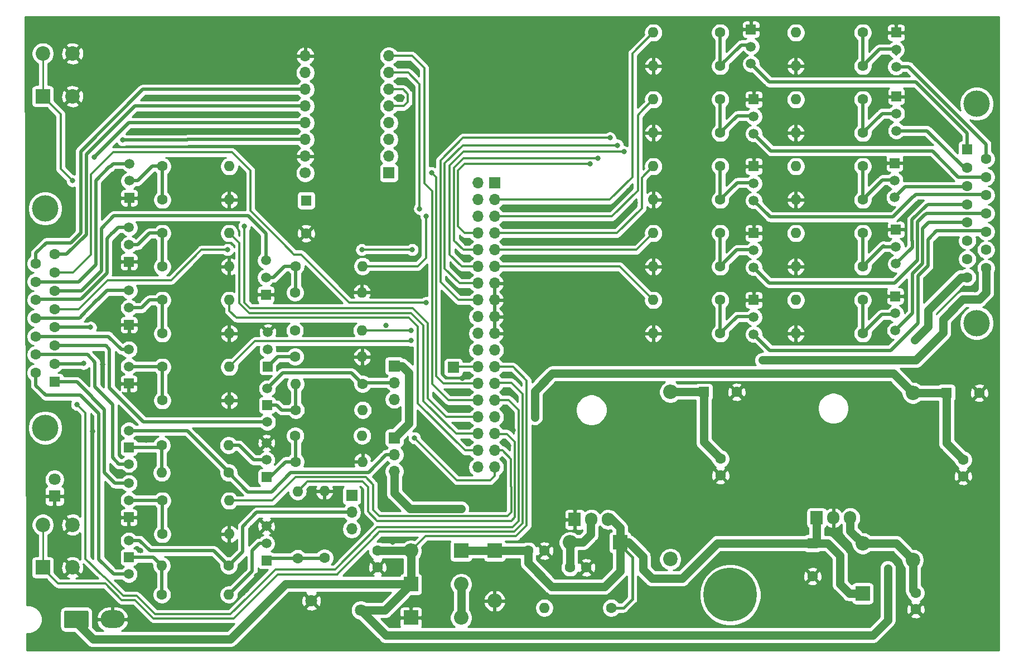
<source format=gbr>
%TF.GenerationSoftware,KiCad,Pcbnew,(5.1.6)-1*%
%TF.CreationDate,2021-08-21T15:03:11-07:00*%
%TF.ProjectId,BPEM488CWaux,4250454d-3438-4384-9357-6175782e6b69,rev?*%
%TF.SameCoordinates,Original*%
%TF.FileFunction,Copper,L1,Top*%
%TF.FilePolarity,Positive*%
%FSLAX46Y46*%
G04 Gerber Fmt 4.6, Leading zero omitted, Abs format (unit mm)*
G04 Created by KiCad (PCBNEW (5.1.6)-1) date 2021-08-21 15:03:11*
%MOMM*%
%LPD*%
G01*
G04 APERTURE LIST*
%TA.AperFunction,ComponentPad*%
%ADD10O,1.600000X1.600000*%
%TD*%
%TA.AperFunction,ComponentPad*%
%ADD11C,1.600000*%
%TD*%
%TA.AperFunction,ComponentPad*%
%ADD12C,1.800000*%
%TD*%
%TA.AperFunction,ComponentPad*%
%ADD13R,1.800000X1.800000*%
%TD*%
%TA.AperFunction,ComponentPad*%
%ADD14O,1.905000X2.000000*%
%TD*%
%TA.AperFunction,ComponentPad*%
%ADD15R,1.905000X2.000000*%
%TD*%
%TA.AperFunction,ComponentPad*%
%ADD16R,1.500000X1.500000*%
%TD*%
%TA.AperFunction,ComponentPad*%
%ADD17C,1.500000*%
%TD*%
%TA.AperFunction,ComponentPad*%
%ADD18O,1.700000X1.700000*%
%TD*%
%TA.AperFunction,ComponentPad*%
%ADD19C,1.700000*%
%TD*%
%TA.AperFunction,ComponentPad*%
%ADD20R,1.700000X1.700000*%
%TD*%
%TA.AperFunction,ComponentPad*%
%ADD21R,1.600000X1.600000*%
%TD*%
%TA.AperFunction,ComponentPad*%
%ADD22C,4.000000*%
%TD*%
%TA.AperFunction,ComponentPad*%
%ADD23C,8.128000*%
%TD*%
%TA.AperFunction,ComponentPad*%
%ADD24R,2.200000X2.200000*%
%TD*%
%TA.AperFunction,ComponentPad*%
%ADD25O,2.200000X2.200000*%
%TD*%
%TA.AperFunction,ComponentPad*%
%ADD26O,3.700000X2.700000*%
%TD*%
%TA.AperFunction,ComponentPad*%
%ADD27C,2.200000*%
%TD*%
%TA.AperFunction,ViaPad*%
%ADD28C,0.800000*%
%TD*%
%TA.AperFunction,ViaPad*%
%ADD29C,1.000000*%
%TD*%
%TA.AperFunction,Conductor*%
%ADD30C,1.270000*%
%TD*%
%TA.AperFunction,Conductor*%
%ADD31C,0.300000*%
%TD*%
%TA.AperFunction,Conductor*%
%ADD32C,0.508000*%
%TD*%
%TA.AperFunction,Conductor*%
%ADD33C,0.250000*%
%TD*%
%TA.AperFunction,Conductor*%
%ADD34C,0.381000*%
%TD*%
%TA.AperFunction,Conductor*%
%ADD35C,0.254000*%
%TD*%
G04 APERTURE END LIST*
D10*
%TO.P,R15,2*%
%TO.N,Net-(D7-Pad2)*%
X132003800Y-143281400D03*
D11*
%TO.P,R15,1*%
%TO.N,+12V*%
X142163800Y-143281400D03*
%TD*%
D12*
%TO.P,D7,2*%
%TO.N,Net-(D7-Pad2)*%
X57658000Y-123774200D03*
D13*
%TO.P,D7,1*%
%TO.N,GND*%
X57658000Y-126314200D03*
%TD*%
D14*
%TO.P,U1,3*%
%TO.N,+12V*%
X141706600Y-129870200D03*
%TO.P,U1,2*%
%TO.N,Net-(C4-Pad1)*%
X139166600Y-129870200D03*
D15*
%TO.P,U1,1*%
%TO.N,GND*%
X136626600Y-129870200D03*
%TD*%
D16*
%TO.P,Q25,1*%
%TO.N,GND*%
X185420000Y-55880000D03*
D17*
%TO.P,Q25,3*%
%TO.N,/Inj5*%
X185420000Y-61080000D03*
%TO.P,Q25,2*%
%TO.N,Net-(Q25-Pad2)*%
X185420000Y-58480000D03*
%TD*%
D16*
%TO.P,Q24,1*%
%TO.N,GND*%
X185445400Y-65582800D03*
D17*
%TO.P,Q24,3*%
%TO.N,/Inj4*%
X185445400Y-70782800D03*
%TO.P,Q24,2*%
%TO.N,Net-(Q24-Pad2)*%
X185445400Y-68182800D03*
%TD*%
D16*
%TO.P,Q23,1*%
%TO.N,GND*%
X185191400Y-75717400D03*
D17*
%TO.P,Q23,3*%
%TO.N,/Inj3*%
X185191400Y-80917400D03*
%TO.P,Q23,2*%
%TO.N,Net-(Q23-Pad2)*%
X185191400Y-78317400D03*
%TD*%
D16*
%TO.P,Q22,1*%
%TO.N,GND*%
X185394600Y-85801200D03*
D17*
%TO.P,Q22,3*%
%TO.N,/Inj2*%
X185394600Y-91001200D03*
%TO.P,Q22,2*%
%TO.N,Net-(Q22-Pad2)*%
X185394600Y-88401200D03*
%TD*%
D16*
%TO.P,Q21,1*%
%TO.N,GND*%
X185293000Y-95935800D03*
D17*
%TO.P,Q21,3*%
%TO.N,/Inj1*%
X185293000Y-101135800D03*
%TO.P,Q21,2*%
%TO.N,Net-(Q21-Pad2)*%
X185293000Y-98535800D03*
%TD*%
D16*
%TO.P,Q18,1*%
%TO.N,Net-(Q18-Pad1)*%
X90017600Y-106629200D03*
D17*
%TO.P,Q18,3*%
%TO.N,GND*%
X90017600Y-101429200D03*
%TO.P,Q18,2*%
%TO.N,Net-(Q18-Pad2)*%
X90017600Y-104029200D03*
%TD*%
D16*
%TO.P,Q17,1*%
%TO.N,GND*%
X163804600Y-96520000D03*
D17*
%TO.P,Q17,3*%
%TO.N,/Ign5*%
X163804600Y-101720000D03*
%TO.P,Q17,2*%
%TO.N,Net-(Q17-Pad2)*%
X163804600Y-99120000D03*
%TD*%
D16*
%TO.P,Q16,1*%
%TO.N,GND*%
X163804600Y-86360000D03*
D17*
%TO.P,Q16,3*%
%TO.N,/Ign4*%
X163804600Y-91560000D03*
%TO.P,Q16,2*%
%TO.N,Net-(Q16-Pad2)*%
X163804600Y-88960000D03*
%TD*%
D16*
%TO.P,Q15,1*%
%TO.N,GND*%
X163804600Y-76200000D03*
D17*
%TO.P,Q15,3*%
%TO.N,/Ign3*%
X163804600Y-81400000D03*
%TO.P,Q15,2*%
%TO.N,Net-(Q15-Pad2)*%
X163804600Y-78800000D03*
%TD*%
D16*
%TO.P,Q14,1*%
%TO.N,GND*%
X163804600Y-66040000D03*
D17*
%TO.P,Q14,3*%
%TO.N,/Ign2*%
X163804600Y-71240000D03*
%TO.P,Q14,2*%
%TO.N,Net-(Q14-Pad2)*%
X163804600Y-68640000D03*
%TD*%
D16*
%TO.P,Q13,1*%
%TO.N,GND*%
X163372800Y-55397400D03*
D17*
%TO.P,Q13,3*%
%TO.N,/Ign1*%
X163372800Y-60597400D03*
%TO.P,Q13,2*%
%TO.N,Net-(Q13-Pad2)*%
X163372800Y-57997400D03*
%TD*%
D16*
%TO.P,Q12,1*%
%TO.N,Net-(Q12-Pad1)*%
X89941400Y-112496600D03*
D17*
%TO.P,Q12,3*%
%TO.N,Net-(J7-Pad2)*%
X89941400Y-109956600D03*
%TO.P,Q12,2*%
%TO.N,/PK1src*%
X89941400Y-115036600D03*
%TD*%
D16*
%TO.P,Q11,1*%
%TO.N,Net-(Q11-Pad1)*%
X89814400Y-136093200D03*
D17*
%TO.P,Q11,3*%
%TO.N,GND*%
X89814400Y-130893200D03*
%TO.P,Q11,2*%
%TO.N,Net-(Q11-Pad2)*%
X89814400Y-133493200D03*
%TD*%
D16*
%TO.P,Q10,1*%
%TO.N,Net-(Q10-Pad1)*%
X68935600Y-135610600D03*
D17*
%TO.P,Q10,3*%
%TO.N,Net-(J6-Pad2)*%
X68935600Y-133070600D03*
%TO.P,Q10,2*%
%TO.N,/PB6src*%
X68935600Y-138150600D03*
%TD*%
D16*
%TO.P,Q9,1*%
%TO.N,Net-(Q9-Pad1)*%
X89839800Y-123418600D03*
D17*
%TO.P,Q9,3*%
%TO.N,GND*%
X89839800Y-118218600D03*
%TO.P,Q9,2*%
%TO.N,Net-(Q9-Pad2)*%
X89839800Y-120818600D03*
%TD*%
D16*
%TO.P,Q7,1*%
%TO.N,GND*%
X68940680Y-129540000D03*
D17*
%TO.P,Q7,3*%
%TO.N,/PB5sink*%
X68940680Y-124340000D03*
%TO.P,Q7,2*%
%TO.N,Net-(Q7-Pad2)*%
X68940680Y-126940000D03*
%TD*%
D16*
%TO.P,Q6,1*%
%TO.N,GND*%
X89738200Y-95681800D03*
D17*
%TO.P,Q6,3*%
%TO.N,/PP5out*%
X89738200Y-90481800D03*
%TO.P,Q6,2*%
%TO.N,Net-(Q6-Pad2)*%
X89738200Y-93081800D03*
%TD*%
D16*
%TO.P,Q5,1*%
%TO.N,Net-(Q5-Pad1)*%
X68935600Y-118897400D03*
D17*
%TO.P,Q5,3*%
%TO.N,Net-(J5-Pad2)*%
X68935600Y-116357400D03*
%TO.P,Q5,2*%
%TO.N,/Tachout*%
X68935600Y-121437400D03*
%TD*%
D16*
%TO.P,Q4,1*%
%TO.N,GND*%
X68940680Y-109220000D03*
D17*
%TO.P,Q4,3*%
%TO.N,/AIOT*%
X68940680Y-104020000D03*
%TO.P,Q4,2*%
%TO.N,Net-(Q4-Pad2)*%
X68940680Y-106620000D03*
%TD*%
D16*
%TO.P,Q3,1*%
%TO.N,GND*%
X68961000Y-100279200D03*
D17*
%TO.P,Q3,3*%
%TO.N,/PB2sink*%
X68961000Y-95079200D03*
%TO.P,Q3,2*%
%TO.N,Net-(Q3-Pad2)*%
X68961000Y-97679200D03*
%TD*%
D16*
%TO.P,Q2,1*%
%TO.N,GND*%
X68961000Y-90703400D03*
D17*
%TO.P,Q2,3*%
%TO.N,/ASD*%
X68961000Y-85503400D03*
%TO.P,Q2,2*%
%TO.N,Net-(Q2-Pad2)*%
X68961000Y-88103400D03*
%TD*%
D16*
%TO.P,Q1,1*%
%TO.N,GND*%
X69011800Y-81000600D03*
D17*
%TO.P,Q1,3*%
%TO.N,/FP*%
X69011800Y-75800600D03*
%TO.P,Q1,2*%
%TO.N,Net-(Q1-Pad2)*%
X69011800Y-78400600D03*
%TD*%
D18*
%TO.P,U3,15*%
%TO.N,GND*%
X95707200Y-74676000D03*
%TO.P,U3,13*%
%TO.N,/IAC2A*%
X95707200Y-69596000D03*
D19*
%TO.P,U3,16*%
%TO.N,+12V*%
X95707200Y-77216000D03*
D18*
%TO.P,U3,14*%
%TO.N,/IAC2B*%
X95707200Y-72136000D03*
%TO.P,U3,12*%
%TO.N,/IAC1A*%
X95707200Y-67056000D03*
%TO.P,U3,9*%
%TO.N,GND*%
X95707200Y-59436000D03*
%TO.P,U3,11*%
%TO.N,/IAC1B*%
X95707200Y-64516000D03*
%TO.P,U3,10*%
%TO.N,VDD*%
X95707200Y-61976000D03*
%TO.P,U3,8*%
%TO.N,/PK4*%
X108407200Y-59436000D03*
%TO.P,U3,7*%
%TO.N,/PK2*%
X108407200Y-61976000D03*
%TO.P,U3,6*%
%TO.N,Net-(U3-Pad5)*%
X108407200Y-64516000D03*
%TO.P,U3,5*%
X108407200Y-67056000D03*
%TO.P,U3,4*%
%TO.N,Net-(U3-Pad4)*%
X108407200Y-69596000D03*
%TO.P,U3,3*%
%TO.N,Net-(U3-Pad3)*%
X108407200Y-72136000D03*
%TO.P,U3,2*%
%TO.N,Net-(U3-Pad2)*%
X108407200Y-74676000D03*
D20*
%TO.P,U3,1*%
%TO.N,/PK5*%
X108407200Y-77216000D03*
%TD*%
D14*
%TO.P,U2,3*%
%TO.N,Net-(C5-Pad1)*%
X178435000Y-129616200D03*
%TO.P,U2,2*%
%TO.N,GND*%
X175895000Y-129616200D03*
D15*
%TO.P,U2,1*%
%TO.N,+12V*%
X173355000Y-129616200D03*
%TD*%
D20*
%TO.P,TP1,1*%
%TO.N,/PK0*%
X118211600Y-106756200D03*
%TD*%
D10*
%TO.P,R36,2*%
%TO.N,GND*%
X104343200Y-105130600D03*
D11*
%TO.P,R36,1*%
%TO.N,Net-(Q18-Pad1)*%
X94183200Y-105130600D03*
%TD*%
D10*
%TO.P,R35,2*%
%TO.N,/PK1*%
X104292400Y-101168200D03*
D11*
%TO.P,R35,1*%
%TO.N,Net-(Q18-Pad1)*%
X94132400Y-101168200D03*
%TD*%
D10*
%TO.P,R24,2*%
%TO.N,Net-(Q18-Pad2)*%
X104444800Y-113207800D03*
D11*
%TO.P,R24,1*%
%TO.N,Net-(Q12-Pad1)*%
X94284800Y-113207800D03*
%TD*%
D10*
%TO.P,R23,2*%
%TO.N,Net-(Q12-Pad1)*%
X94259400Y-109270800D03*
D11*
%TO.P,R23,1*%
%TO.N,Net-(J7-Pad2)*%
X104419400Y-109270800D03*
%TD*%
D10*
%TO.P,R22,2*%
%TO.N,GND*%
X98628200Y-125526800D03*
D11*
%TO.P,R22,1*%
%TO.N,Net-(Q11-Pad1)*%
X98628200Y-135686800D03*
%TD*%
D10*
%TO.P,R21,2*%
%TO.N,/PB6*%
X94564200Y-125577600D03*
D11*
%TO.P,R21,1*%
%TO.N,Net-(Q11-Pad1)*%
X94564200Y-135737600D03*
%TD*%
D10*
%TO.P,R20,2*%
%TO.N,Net-(Q11-Pad2)*%
X84124800Y-141274800D03*
D11*
%TO.P,R20,1*%
%TO.N,Net-(Q10-Pad1)*%
X73964800Y-141274800D03*
%TD*%
D10*
%TO.P,R19,2*%
%TO.N,Net-(Q10-Pad1)*%
X73939400Y-136880600D03*
D11*
%TO.P,R19,1*%
%TO.N,Net-(J6-Pad2)*%
X84099400Y-136880600D03*
%TD*%
D10*
%TO.P,R18,2*%
%TO.N,Net-(Q9-Pad2)*%
X84074000Y-118592600D03*
D11*
%TO.P,R18,1*%
%TO.N,Net-(Q5-Pad1)*%
X73914000Y-118592600D03*
%TD*%
D10*
%TO.P,R17,2*%
%TO.N,Net-(Q5-Pad1)*%
X73939400Y-122758200D03*
D11*
%TO.P,R17,1*%
%TO.N,Net-(J5-Pad2)*%
X84099400Y-122758200D03*
%TD*%
D18*
%TO.P,J7,3*%
%TO.N,+12V*%
X109220000Y-111607600D03*
%TO.P,J7,2*%
%TO.N,Net-(J7-Pad2)*%
X109220000Y-109067600D03*
D20*
%TO.P,J7,1*%
%TO.N,VDD*%
X109220000Y-106527600D03*
%TD*%
D18*
%TO.P,J6,3*%
%TO.N,+12V*%
X102768400Y-131318000D03*
%TO.P,J6,2*%
%TO.N,Net-(J6-Pad2)*%
X102768400Y-128778000D03*
D20*
%TO.P,J6,1*%
%TO.N,VDD*%
X102768400Y-126238000D03*
%TD*%
D18*
%TO.P,J5,3*%
%TO.N,+12V*%
X109245400Y-122555000D03*
%TO.P,J5,2*%
%TO.N,Net-(J5-Pad2)*%
X109245400Y-120015000D03*
D20*
%TO.P,J5,1*%
%TO.N,VDD*%
X109245400Y-117475000D03*
%TD*%
D11*
%TO.P,C10,2*%
%TO.N,GND*%
X95859600Y-86381600D03*
D21*
%TO.P,C10,1*%
%TO.N,+12V*%
X95859600Y-81381600D03*
%TD*%
D22*
%TO.P,J4,0*%
%TO.N,N/C*%
X197635000Y-66705000D03*
X197635000Y-100005000D03*
D11*
%TO.P,J4,15*%
%TO.N,VDD*%
X199055000Y-91665000D03*
%TO.P,J4,14*%
%TO.N,Net-(J4-Pad14)*%
X199055000Y-88895000D03*
%TO.P,J4,13*%
%TO.N,/Ign5*%
X199055000Y-86125000D03*
%TO.P,J4,12*%
%TO.N,/Ign4*%
X199055000Y-83355000D03*
%TO.P,J4,11*%
%TO.N,/Ign3*%
X199055000Y-80585000D03*
%TO.P,J4,10*%
%TO.N,/Ign2*%
X199055000Y-77815000D03*
%TO.P,J4,9*%
%TO.N,/Inj5*%
X199055000Y-75045000D03*
%TO.P,J4,8*%
%TO.N,+BATT*%
X196215000Y-93050000D03*
%TO.P,J4,7*%
%TO.N,Net-(J4-Pad7)*%
X196215000Y-90280000D03*
%TO.P,J4,6*%
%TO.N,Net-(J4-Pad6)*%
X196215000Y-87510000D03*
%TO.P,J4,5*%
%TO.N,/Inj1*%
X196215000Y-84740000D03*
%TO.P,J4,4*%
%TO.N,/Inj2*%
X196215000Y-81970000D03*
%TO.P,J4,3*%
%TO.N,/Inj3*%
X196215000Y-79200000D03*
%TO.P,J4,2*%
%TO.N,/Inj4*%
X196215000Y-76430000D03*
D21*
%TO.P,J4,1*%
%TO.N,/Ign1*%
X196215000Y-73660000D03*
%TD*%
D22*
%TO.P,J3,0*%
%TO.N,N/C*%
X56238000Y-115921000D03*
X56238000Y-82621000D03*
D11*
%TO.P,J3,15*%
%TO.N,/IAC1B*%
X54818000Y-90961000D03*
%TO.P,J3,14*%
%TO.N,/FP*%
X54818000Y-93731000D03*
%TO.P,J3,13*%
%TO.N,/ASD*%
X54818000Y-96501000D03*
%TO.P,J3,12*%
%TO.N,/PB2sink*%
X54818000Y-99271000D03*
%TO.P,J3,11*%
%TO.N,/AIOT*%
X54818000Y-102041000D03*
%TO.P,J3,10*%
%TO.N,/Tachout*%
X54818000Y-104811000D03*
%TO.P,J3,9*%
%TO.N,/PB6src*%
X54818000Y-107581000D03*
%TO.P,J3,8*%
%TO.N,/IAC1A*%
X57658000Y-89576000D03*
%TO.P,J3,7*%
%TO.N,/CanH*%
X57658000Y-92346000D03*
%TO.P,J3,6*%
%TO.N,/PP5out*%
X57658000Y-95116000D03*
%TO.P,J3,5*%
%TO.N,/CanL*%
X57658000Y-97886000D03*
%TO.P,J3,4*%
%TO.N,/IAC2A*%
X57658000Y-100656000D03*
%TO.P,J3,3*%
%TO.N,/PK1src*%
X57658000Y-103426000D03*
%TO.P,J3,2*%
%TO.N,/IAC2B*%
X57658000Y-106196000D03*
D21*
%TO.P,J3,1*%
%TO.N,/PB5sink*%
X57658000Y-108966000D03*
%TD*%
D23*
%TO.P,REF\u002A\u002A,*%
%TO.N,*%
X160223200Y-141300200D03*
%TD*%
D12*
%TO.P,RV1,2*%
%TO.N,GND*%
X96640000Y-142237000D03*
%TO.P,RV1,1*%
%TO.N,+BATT*%
X104140000Y-143637000D03*
%TD*%
D11*
%TO.P,C1,1*%
%TO.N,+BATT*%
X106680000Y-134620000D03*
%TO.P,C1,2*%
%TO.N,GND*%
X106680000Y-137120000D03*
%TD*%
%TO.P,C3,2*%
%TO.N,GND*%
X172720000Y-138479540D03*
D21*
%TO.P,C3,1*%
%TO.N,+12V*%
X172720000Y-133479540D03*
%TD*%
D11*
%TO.P,C6,2*%
%TO.N,GND*%
X158750000Y-123150000D03*
%TO.P,C6,1*%
%TO.N,VDD*%
X158750000Y-120650000D03*
%TD*%
%TO.P,C7,1*%
%TO.N,+8V*%
X195580000Y-120779540D03*
%TO.P,C7,2*%
%TO.N,GND*%
X195580000Y-123279540D03*
%TD*%
%TO.P,C8,2*%
%TO.N,GND*%
X161210000Y-110490000D03*
D21*
%TO.P,C8,1*%
%TO.N,VDD*%
X156210000Y-110490000D03*
%TD*%
%TO.P,C9,1*%
%TO.N,+8V*%
X193040000Y-110619540D03*
D11*
%TO.P,C9,2*%
%TO.N,GND*%
X198040000Y-110619540D03*
%TD*%
D24*
%TO.P,D1,1*%
%TO.N,+BATT*%
X111760000Y-139700000D03*
D25*
%TO.P,D1,2*%
%TO.N,Net-(D1-Pad2)*%
X119380000Y-139700000D03*
%TD*%
%TO.P,D2,2*%
%TO.N,Net-(D1-Pad2)*%
X119380000Y-144780000D03*
D24*
%TO.P,D2,1*%
%TO.N,GND*%
X111760000Y-144780000D03*
%TD*%
%TO.P,D3,1*%
%TO.N,+12V*%
X119380000Y-134620000D03*
D25*
%TO.P,D3,2*%
%TO.N,+BATT*%
X111760000Y-134620000D03*
%TD*%
%TO.P,D4,2*%
%TO.N,GND*%
X124460000Y-142240000D03*
D24*
%TO.P,D4,1*%
%TO.N,+12V*%
X124460000Y-134620000D03*
%TD*%
D25*
%TO.P,D5,2*%
%TO.N,Net-(C4-Pad1)*%
X135890000Y-133350000D03*
D24*
%TO.P,D5,1*%
%TO.N,+12V*%
X143510000Y-133350000D03*
%TD*%
%TO.P,D6,1*%
%TO.N,+12V*%
X180340000Y-141099540D03*
D25*
%TO.P,D6,2*%
%TO.N,Net-(C5-Pad1)*%
X180340000Y-133479540D03*
%TD*%
%TO.P,J1,1*%
%TO.N,+BATT*%
%TA.AperFunction,ComponentPad*%
G36*
G01*
X62559999Y-146384000D02*
X59360001Y-146384000D01*
G75*
G02*
X59110000Y-146133999I0J250001D01*
G01*
X59110000Y-143934001D01*
G75*
G02*
X59360001Y-143684000I250001J0D01*
G01*
X62559999Y-143684000D01*
G75*
G02*
X62810000Y-143934001I0J-250001D01*
G01*
X62810000Y-146133999D01*
G75*
G02*
X62559999Y-146384000I-250001J0D01*
G01*
G37*
%TD.AperFunction*%
D26*
%TO.P,J1,2*%
%TO.N,GND*%
X66460000Y-145034000D03*
%TD*%
D27*
%TO.P,L1,1*%
%TO.N,Net-(C4-Pad1)*%
X151130000Y-135890000D03*
D25*
%TO.P,L1,2*%
%TO.N,VDD*%
X151130000Y-110490000D03*
%TD*%
%TO.P,L2,2*%
%TO.N,+8V*%
X187960000Y-110619540D03*
D27*
%TO.P,L2,1*%
%TO.N,Net-(C5-Pad1)*%
X187960000Y-136019540D03*
%TD*%
D10*
%TO.P,R1,2*%
%TO.N,/PB0*%
X84180680Y-76200000D03*
D11*
%TO.P,R1,1*%
%TO.N,Net-(Q1-Pad2)*%
X74020680Y-76200000D03*
%TD*%
%TO.P,R2,1*%
%TO.N,Net-(Q1-Pad2)*%
X74020680Y-81280000D03*
D10*
%TO.P,R2,2*%
%TO.N,GND*%
X84180680Y-81280000D03*
%TD*%
%TO.P,R3,2*%
%TO.N,/PB1*%
X84180680Y-86360000D03*
D11*
%TO.P,R3,1*%
%TO.N,Net-(Q2-Pad2)*%
X74020680Y-86360000D03*
%TD*%
%TO.P,R4,1*%
%TO.N,Net-(Q2-Pad2)*%
X74020680Y-91440000D03*
D10*
%TO.P,R4,2*%
%TO.N,GND*%
X84180680Y-91440000D03*
%TD*%
D11*
%TO.P,R5,1*%
%TO.N,Net-(Q3-Pad2)*%
X74020680Y-96520000D03*
D10*
%TO.P,R5,2*%
%TO.N,/PB2*%
X84180680Y-96520000D03*
%TD*%
D11*
%TO.P,R6,1*%
%TO.N,Net-(Q3-Pad2)*%
X74020680Y-101600000D03*
D10*
%TO.P,R6,2*%
%TO.N,GND*%
X84180680Y-101600000D03*
%TD*%
%TO.P,R7,2*%
%TO.N,/PB3*%
X84180680Y-106680000D03*
D11*
%TO.P,R7,1*%
%TO.N,Net-(Q4-Pad2)*%
X74020680Y-106680000D03*
%TD*%
D10*
%TO.P,R8,2*%
%TO.N,GND*%
X84180680Y-111760000D03*
D11*
%TO.P,R8,1*%
%TO.N,Net-(Q4-Pad2)*%
X74020680Y-111760000D03*
%TD*%
%TO.P,R9,1*%
%TO.N,Net-(Q9-Pad1)*%
X94208600Y-117144800D03*
D10*
%TO.P,R9,2*%
%TO.N,/PB4*%
X104368600Y-117144800D03*
%TD*%
D11*
%TO.P,R10,1*%
%TO.N,Net-(Q9-Pad1)*%
X94259400Y-121081800D03*
D10*
%TO.P,R10,2*%
%TO.N,GND*%
X104419400Y-121081800D03*
%TD*%
%TO.P,R11,2*%
%TO.N,/PP5*%
X104419400Y-91363800D03*
D11*
%TO.P,R11,1*%
%TO.N,Net-(Q6-Pad2)*%
X94259400Y-91363800D03*
%TD*%
D10*
%TO.P,R12,2*%
%TO.N,GND*%
X104317800Y-95377000D03*
D11*
%TO.P,R12,1*%
%TO.N,Net-(Q6-Pad2)*%
X94157800Y-95377000D03*
%TD*%
D10*
%TO.P,R13,2*%
%TO.N,/PB5*%
X84180680Y-127000000D03*
D11*
%TO.P,R13,1*%
%TO.N,Net-(Q7-Pad2)*%
X74020680Y-127000000D03*
%TD*%
%TO.P,R14,1*%
%TO.N,Net-(Q7-Pad2)*%
X74020680Y-132080000D03*
D10*
%TO.P,R14,2*%
%TO.N,GND*%
X84180680Y-132080000D03*
%TD*%
D11*
%TO.P,R25,1*%
%TO.N,Net-(Q13-Pad2)*%
X158724600Y-55880000D03*
D10*
%TO.P,R25,2*%
%TO.N,/PT3*%
X148564600Y-55880000D03*
%TD*%
D11*
%TO.P,R26,1*%
%TO.N,Net-(Q13-Pad2)*%
X158724600Y-60960000D03*
D10*
%TO.P,R26,2*%
%TO.N,GND*%
X148564600Y-60960000D03*
%TD*%
D11*
%TO.P,R27,1*%
%TO.N,Net-(Q14-Pad2)*%
X158724600Y-66040000D03*
D10*
%TO.P,R27,2*%
%TO.N,/PT4*%
X148564600Y-66040000D03*
%TD*%
%TO.P,R28,2*%
%TO.N,GND*%
X148564600Y-71120000D03*
D11*
%TO.P,R28,1*%
%TO.N,Net-(Q14-Pad2)*%
X158724600Y-71120000D03*
%TD*%
D10*
%TO.P,R29,2*%
%TO.N,/PT5*%
X148564600Y-76200000D03*
D11*
%TO.P,R29,1*%
%TO.N,Net-(Q15-Pad2)*%
X158724600Y-76200000D03*
%TD*%
%TO.P,R30,1*%
%TO.N,Net-(Q15-Pad2)*%
X158724600Y-81280000D03*
D10*
%TO.P,R30,2*%
%TO.N,GND*%
X148564600Y-81280000D03*
%TD*%
D11*
%TO.P,R31,1*%
%TO.N,Net-(Q16-Pad2)*%
X158724600Y-86360000D03*
D10*
%TO.P,R31,2*%
%TO.N,/PT6*%
X148564600Y-86360000D03*
%TD*%
%TO.P,R32,2*%
%TO.N,GND*%
X148564600Y-91440000D03*
D11*
%TO.P,R32,1*%
%TO.N,Net-(Q16-Pad2)*%
X158724600Y-91440000D03*
%TD*%
%TO.P,R33,1*%
%TO.N,Net-(Q17-Pad2)*%
X158724600Y-96520000D03*
D10*
%TO.P,R33,2*%
%TO.N,/PT7*%
X148564600Y-96520000D03*
%TD*%
D11*
%TO.P,R34,1*%
%TO.N,Net-(Q17-Pad2)*%
X158724600Y-101600000D03*
D10*
%TO.P,R34,2*%
%TO.N,GND*%
X148564600Y-101600000D03*
%TD*%
%TO.P,R41,2*%
%TO.N,/PP0*%
X170180000Y-96520000D03*
D11*
%TO.P,R41,1*%
%TO.N,Net-(Q21-Pad2)*%
X180340000Y-96520000D03*
%TD*%
D10*
%TO.P,R42,2*%
%TO.N,GND*%
X170180000Y-101600000D03*
D11*
%TO.P,R42,1*%
%TO.N,Net-(Q21-Pad2)*%
X180340000Y-101600000D03*
%TD*%
D10*
%TO.P,R43,2*%
%TO.N,/PP1*%
X170180000Y-86360000D03*
D11*
%TO.P,R43,1*%
%TO.N,Net-(Q22-Pad2)*%
X180340000Y-86360000D03*
%TD*%
%TO.P,R44,1*%
%TO.N,Net-(Q22-Pad2)*%
X180340000Y-91440000D03*
D10*
%TO.P,R44,2*%
%TO.N,GND*%
X170180000Y-91440000D03*
%TD*%
D11*
%TO.P,R45,1*%
%TO.N,Net-(Q23-Pad2)*%
X180340000Y-76200000D03*
D10*
%TO.P,R45,2*%
%TO.N,/PP2*%
X170180000Y-76200000D03*
%TD*%
%TO.P,R46,2*%
%TO.N,GND*%
X170180000Y-81280000D03*
D11*
%TO.P,R46,1*%
%TO.N,Net-(Q23-Pad2)*%
X180340000Y-81280000D03*
%TD*%
D10*
%TO.P,R47,2*%
%TO.N,/PP3*%
X170180000Y-66040000D03*
D11*
%TO.P,R47,1*%
%TO.N,Net-(Q24-Pad2)*%
X180340000Y-66040000D03*
%TD*%
%TO.P,R48,1*%
%TO.N,Net-(Q24-Pad2)*%
X180340000Y-71120000D03*
D10*
%TO.P,R48,2*%
%TO.N,GND*%
X170180000Y-71120000D03*
%TD*%
%TO.P,R49,2*%
%TO.N,/PP4*%
X170180000Y-55880000D03*
D11*
%TO.P,R49,1*%
%TO.N,Net-(Q25-Pad2)*%
X180340000Y-55880000D03*
%TD*%
D10*
%TO.P,R50,2*%
%TO.N,GND*%
X170180000Y-60960000D03*
D11*
%TO.P,R50,1*%
%TO.N,Net-(Q25-Pad2)*%
X180340000Y-60960000D03*
%TD*%
D27*
%TO.P,S1,3*%
%TO.N,GND*%
X60380000Y-65570100D03*
%TO.P,S1,4*%
X60380000Y-59070100D03*
%TO.P,S1,2*%
%TO.N,/PA0*%
X55880000Y-59070100D03*
D24*
%TO.P,S1,1*%
X55880000Y-65570100D03*
%TD*%
%TO.P,S2,1*%
%TO.N,/RESET*%
X55880000Y-137160000D03*
D27*
%TO.P,S2,2*%
X55880000Y-130660000D03*
%TO.P,S2,4*%
%TO.N,GND*%
X60380000Y-130660000D03*
%TO.P,S2,3*%
X60380000Y-137160000D03*
%TD*%
D20*
%TO.P,J2,1*%
%TO.N,Net-(J2-Pad1)*%
X124460000Y-78740000D03*
D18*
%TO.P,J2,2*%
%TO.N,Net-(J2-Pad2)*%
X121920000Y-78740000D03*
%TO.P,J2,3*%
%TO.N,/PT3*%
X124460000Y-81280000D03*
%TO.P,J2,4*%
%TO.N,/CanL*%
X121920000Y-81280000D03*
%TO.P,J2,5*%
%TO.N,/PT4*%
X124460000Y-83820000D03*
%TO.P,J2,6*%
%TO.N,/PP5*%
X121920000Y-83820000D03*
%TO.P,J2,7*%
%TO.N,/PT5*%
X124460000Y-86360000D03*
%TO.P,J2,8*%
%TO.N,/PP4*%
X121920000Y-86360000D03*
%TO.P,J2,9*%
%TO.N,/PT6*%
X124460000Y-88900000D03*
%TO.P,J2,10*%
%TO.N,/PP3*%
X121920000Y-88900000D03*
%TO.P,J2,11*%
%TO.N,/PT7*%
X124460000Y-91440000D03*
%TO.P,J2,12*%
%TO.N,/PP2*%
X121920000Y-91440000D03*
%TO.P,J2,13*%
%TO.N,GND*%
X124460000Y-93980000D03*
%TO.P,J2,14*%
%TO.N,/PP1*%
X121920000Y-93980000D03*
%TO.P,J2,15*%
%TO.N,GND*%
X124460000Y-96520000D03*
%TO.P,J2,16*%
%TO.N,/PP0*%
X121920000Y-96520000D03*
%TO.P,J2,17*%
%TO.N,GND*%
X124460000Y-99060000D03*
%TO.P,J2,18*%
%TO.N,/CanH*%
X121920000Y-99060000D03*
%TO.P,J2,19*%
%TO.N,GND*%
X124460000Y-101600000D03*
%TO.P,J2,20*%
%TO.N,/PK2*%
X121920000Y-101600000D03*
%TO.P,J2,21*%
%TO.N,VDD*%
X124460000Y-104140000D03*
%TO.P,J2,22*%
%TO.N,/PK1*%
X121920000Y-104140000D03*
%TO.P,J2,23*%
%TO.N,+BATT*%
X124460000Y-106680000D03*
%TO.P,J2,24*%
%TO.N,/PK0*%
X121920000Y-106680000D03*
%TO.P,J2,25*%
%TO.N,/RESET*%
X124460000Y-109220000D03*
%TO.P,J2,26*%
%TO.N,/PK5*%
X121920000Y-109220000D03*
%TO.P,J2,27*%
%TO.N,/PA0*%
X124460000Y-111760000D03*
%TO.P,J2,28*%
%TO.N,/PK4*%
X121920000Y-111760000D03*
%TO.P,J2,29*%
%TO.N,+8V*%
X124460000Y-114300000D03*
%TO.P,J2,30*%
%TO.N,/PB0*%
X121920000Y-114300000D03*
%TO.P,J2,31*%
%TO.N,/PB6*%
X124460000Y-116840000D03*
%TO.P,J2,32*%
%TO.N,/PB1*%
X121920000Y-116840000D03*
%TO.P,J2,33*%
%TO.N,/PB5*%
X124460000Y-119380000D03*
%TO.P,J2,34*%
%TO.N,/PB2*%
X121920000Y-119380000D03*
%TO.P,J2,35*%
%TO.N,/PB4*%
X124460000Y-121920000D03*
%TO.P,J2,36*%
%TO.N,/PB3*%
X121920000Y-121920000D03*
%TD*%
D11*
%TO.P,C2,2*%
%TO.N,GND*%
X132040000Y-134620000D03*
%TO.P,C2,1*%
%TO.N,+12V*%
X129540000Y-134620000D03*
%TD*%
%TO.P,C4,1*%
%TO.N,Net-(C4-Pad1)*%
X135890000Y-137160000D03*
%TO.P,C4,2*%
%TO.N,GND*%
X138390000Y-137160000D03*
%TD*%
%TO.P,C5,1*%
%TO.N,Net-(C5-Pad1)*%
X188390000Y-141010000D03*
%TO.P,C5,2*%
%TO.N,GND*%
X188390000Y-143510000D03*
%TD*%
D28*
%TO.N,*%
X107950000Y-100355400D03*
%TO.N,GND*%
X128090000Y-82400000D03*
X139720000Y-82480000D03*
X144790000Y-79910000D03*
X145850000Y-81770000D03*
X143720000Y-84260000D03*
X139900000Y-85060000D03*
X128270000Y-85240000D03*
X127290000Y-116320000D03*
X126580000Y-118630000D03*
X197360000Y-94920000D03*
X192300000Y-88350000D03*
X190880000Y-94470000D03*
X112369600Y-61366400D03*
X67868800Y-113817400D03*
X63449200Y-116459000D03*
X71602600Y-139293600D03*
X79070200Y-139090400D03*
X88366600Y-138379200D03*
X108966000Y-133299200D03*
X71551800Y-117779800D03*
X70713600Y-134569200D03*
X82626200Y-65786000D03*
X82575400Y-68427600D03*
X82677000Y-70916800D03*
X110439200Y-65735200D03*
X97637600Y-101193600D03*
X76885800Y-88823800D03*
X64998600Y-106273600D03*
X92354400Y-110820200D03*
X62661800Y-108254800D03*
X117017800Y-119507000D03*
X116103400Y-124688600D03*
X107492800Y-124587000D03*
X119557800Y-120472200D03*
X119964200Y-117983000D03*
X119862600Y-115646200D03*
X119710200Y-113157000D03*
X119710200Y-110718600D03*
X119608600Y-108458000D03*
X119456200Y-102920800D03*
X117068600Y-99212400D03*
X116814600Y-95808800D03*
X119608600Y-95250000D03*
X119659400Y-92710000D03*
X119659400Y-90119200D03*
X119710200Y-87426800D03*
X126365000Y-112903000D03*
X126619000Y-110515400D03*
X126568200Y-108026200D03*
D29*
%TO.N,+BATT*%
X188214000Y-102616000D03*
X184150000Y-137289540D03*
%TO.N,VDD*%
X165100000Y-105664000D03*
%TO.N,+8V*%
X130581400Y-114325400D03*
D28*
%TO.N,/PK1*%
X111785400Y-101168200D03*
%TO.N,/PK5*%
X114884200Y-77190600D03*
%TO.N,/PK2*%
X113080800Y-82651600D03*
%TO.N,/PP0*%
X141980000Y-71880000D03*
%TO.N,/PB0*%
X86487000Y-85318600D03*
%TO.N,/PP1*%
X143100000Y-73000000D03*
%TO.N,/PP2*%
X144090000Y-73990000D03*
%TO.N,/PP3*%
X140170000Y-75000000D03*
%TO.N,/PB3*%
X111810800Y-102666800D03*
%TO.N,/PP4*%
X138950000Y-75820000D03*
%TO.N,/PB4*%
X112293400Y-117475000D03*
%TO.N,/PP5*%
X114046000Y-83743800D03*
%TO.N,/PA0*%
X61061600Y-112395000D03*
X60375800Y-78384400D03*
%TO.N,+12V*%
X119380000Y-128193800D03*
%TO.N,/CanL*%
X83947000Y-88874600D03*
X104292400Y-88874600D03*
X111963200Y-88874600D03*
%TO.N,/CanH*%
X114046000Y-96926400D03*
%TO.N,/IAC2A*%
X63140200Y-100656000D03*
X63703200Y-74828400D03*
%TO.N,/IAC2B*%
X62077600Y-106172000D03*
X68021200Y-72186800D03*
%TD*%
D30*
%TO.N,+BATT*%
X60960000Y-145034000D02*
X60960000Y-145542000D01*
X60960000Y-145542000D02*
X63500000Y-148082000D01*
X63500000Y-148082000D02*
X84328000Y-148082000D01*
X92710000Y-139700000D02*
X111760000Y-139700000D01*
X84328000Y-148082000D02*
X92710000Y-139700000D01*
X111760000Y-139700000D02*
X111760000Y-134620000D01*
X106680000Y-134620000D02*
X111760000Y-134620000D01*
X111760000Y-139700000D02*
X107823000Y-143637000D01*
X107823000Y-143637000D02*
X104140000Y-143637000D01*
X104140000Y-143637000D02*
X107950000Y-147447000D01*
X107950000Y-147447000D02*
X181864000Y-147447000D01*
X190246000Y-100584000D02*
X188214000Y-102616000D01*
X181864000Y-147447000D02*
X184150000Y-145161000D01*
X184150000Y-145161000D02*
X184150000Y-137289540D01*
X190246000Y-100584000D02*
X190246000Y-98064000D01*
X195260000Y-93050000D02*
X196215000Y-93050000D01*
X190246000Y-98064000D02*
X195260000Y-93050000D01*
D31*
X113995200Y-132384800D02*
X111760000Y-134620000D01*
X127254000Y-106680000D02*
X129350040Y-108776040D01*
X124460000Y-106680000D02*
X127254000Y-106680000D01*
X129350040Y-108776040D02*
X129350040Y-130745960D01*
X129350040Y-130745960D02*
X127711200Y-132384800D01*
X127711200Y-132384800D02*
X113995200Y-132384800D01*
D30*
%TO.N,Net-(C4-Pad1)*%
X135890000Y-133350000D02*
X137860000Y-133350000D01*
X139065000Y-132145000D02*
X139065000Y-129540000D01*
X137860000Y-133350000D02*
X139065000Y-132145000D01*
X135890000Y-137160000D02*
X135890000Y-133350000D01*
%TO.N,Net-(C5-Pad1)*%
X185420000Y-133479540D02*
X187960000Y-136019540D01*
X180340000Y-133479540D02*
X185420000Y-133479540D01*
X187960000Y-140580000D02*
X188390000Y-141010000D01*
X187960000Y-136019540D02*
X187960000Y-140580000D01*
X178435000Y-131574540D02*
X180340000Y-133479540D01*
X178435000Y-129540000D02*
X178435000Y-131574540D01*
%TO.N,VDD*%
X151130000Y-110490000D02*
X156210000Y-110490000D01*
X156210000Y-118110000D02*
X158750000Y-120650000D01*
X156210000Y-110490000D02*
X156210000Y-118110000D01*
X165100000Y-105664000D02*
X188396000Y-105664000D01*
X188396000Y-105664000D02*
X192550000Y-101510000D01*
X192550000Y-101510000D02*
X192550000Y-99400000D01*
X192550000Y-99400000D02*
X195550000Y-96400000D01*
X195550000Y-96400000D02*
X198050000Y-96400000D01*
X199055000Y-95395000D02*
X199055000Y-91665000D01*
X198050000Y-96400000D02*
X199055000Y-95395000D01*
X109220000Y-106527600D02*
X110413800Y-106527600D01*
X110413800Y-106527600D02*
X111429800Y-107543600D01*
X111429800Y-115290600D02*
X109245400Y-117475000D01*
X111429800Y-107543600D02*
X111429800Y-115290600D01*
%TO.N,+8V*%
X187960000Y-110619540D02*
X193040000Y-110619540D01*
X193040000Y-118239540D02*
X195580000Y-120779540D01*
X193040000Y-110619540D02*
X193040000Y-118239540D01*
X133223000Y-107696000D02*
X185036460Y-107696000D01*
X185036460Y-107696000D02*
X187960000Y-110619540D01*
X130581400Y-114325400D02*
X130581400Y-110337600D01*
X130581400Y-110337600D02*
X133223000Y-107696000D01*
%TO.N,Net-(D1-Pad2)*%
X119380000Y-139700000D02*
X119380000Y-144780000D01*
D31*
%TO.N,/PK0*%
X118287800Y-106680000D02*
X118211600Y-106756200D01*
X121920000Y-106680000D02*
X118287800Y-106680000D01*
%TO.N,/PK4*%
X121730000Y-111950000D02*
X121920000Y-111760000D01*
X111963200Y-59436000D02*
X108407200Y-59436000D01*
X113792000Y-78816200D02*
X113792000Y-61264800D01*
X113792000Y-61264800D02*
X111963200Y-59436000D01*
X114985800Y-80010000D02*
X113792000Y-78816200D01*
X117449600Y-111760000D02*
X114960400Y-109270800D01*
X121920000Y-111760000D02*
X117449600Y-111760000D01*
X114960400Y-101650800D02*
X114985800Y-101625400D01*
X114960400Y-109270800D02*
X114960400Y-101650800D01*
X114985800Y-101625400D02*
X114985800Y-80010000D01*
%TO.N,/PK1*%
X104292400Y-101168200D02*
X111785400Y-101168200D01*
%TO.N,/PK5*%
X121800000Y-109340000D02*
X121920000Y-109220000D01*
X116713000Y-109220000D02*
X118287800Y-109220000D01*
X115570000Y-108077000D02*
X116713000Y-109220000D01*
X118110000Y-109220000D02*
X118287800Y-109220000D01*
X118287800Y-109220000D02*
X121920000Y-109220000D01*
X115570000Y-108077000D02*
X115570000Y-80492600D01*
X115570000Y-80492600D02*
X115570000Y-77876400D01*
X115570000Y-77876400D02*
X114884200Y-77190600D01*
%TO.N,/PK2*%
X111328200Y-61976000D02*
X108407200Y-61976000D01*
X113080800Y-82651600D02*
X113080800Y-63728600D01*
X113080800Y-63728600D02*
X111328200Y-61976000D01*
%TO.N,/PP0*%
X141980000Y-71880000D02*
X119636000Y-71880000D01*
X119636000Y-71880000D02*
X116230400Y-75285600D01*
X116230400Y-75285600D02*
X116230400Y-93776800D01*
X118973600Y-96520000D02*
X121920000Y-96520000D01*
X116230400Y-93776800D02*
X118973600Y-96520000D01*
%TO.N,/PB0*%
X121800000Y-114420000D02*
X121920000Y-114300000D01*
X117144800Y-114300000D02*
X121920000Y-114300000D01*
X114325400Y-111480600D02*
X117144800Y-114300000D01*
X114325400Y-111480600D02*
X114325400Y-100050600D01*
X114325400Y-100050600D02*
X112014000Y-97739200D01*
X112014000Y-97739200D02*
X87350600Y-97739200D01*
X87350600Y-97739200D02*
X86487000Y-96875600D01*
X84226400Y-76200000D02*
X84180680Y-76200000D01*
X86487000Y-96875600D02*
X86487000Y-85318600D01*
%TO.N,/PP1*%
X116890800Y-91719400D02*
X119151400Y-93980000D01*
X119151400Y-93980000D02*
X121920000Y-93980000D01*
X143100000Y-73000000D02*
X119633600Y-73000000D01*
X116890800Y-75742800D02*
X116890800Y-91719400D01*
X119633600Y-73000000D02*
X116890800Y-75742800D01*
%TO.N,/PB1*%
X121660000Y-117100000D02*
X121920000Y-116840000D01*
X118618000Y-116840000D02*
X121920000Y-116840000D01*
X113639600Y-111861600D02*
X118618000Y-116840000D01*
X113639600Y-107137200D02*
X113614200Y-107111800D01*
X113639600Y-111861600D02*
X113639600Y-107137200D01*
X113614200Y-107111800D02*
X113614200Y-100355400D01*
X113614200Y-100355400D02*
X111785400Y-98526600D01*
X111785400Y-98526600D02*
X87249000Y-98526600D01*
X87249000Y-98526600D02*
X85699600Y-96977200D01*
X85699600Y-87878920D02*
X84180680Y-86360000D01*
X85699600Y-96977200D02*
X85699600Y-87878920D01*
%TO.N,/PP2*%
X144090000Y-73990000D02*
X119735800Y-73990000D01*
X117650001Y-76075799D02*
X117650001Y-89583001D01*
X119735800Y-73990000D02*
X117650001Y-76075799D01*
X119507000Y-91440000D02*
X121920000Y-91440000D01*
X117650001Y-89583001D02*
X119507000Y-91440000D01*
%TO.N,/PB2*%
X121800000Y-119500000D02*
X121920000Y-119380000D01*
X119964200Y-119380000D02*
X112801400Y-112217200D01*
X85242400Y-99212400D02*
X84180680Y-98150680D01*
X121920000Y-119380000D02*
X119964200Y-119380000D01*
X112801400Y-112217200D02*
X112801400Y-100533200D01*
X84180680Y-98150680D02*
X84180680Y-96520000D01*
X111480600Y-99212400D02*
X85242400Y-99212400D01*
X112801400Y-100533200D02*
X111480600Y-99212400D01*
%TO.N,/PP3*%
X140170000Y-75000000D02*
X140139999Y-74969999D01*
X140170000Y-75000000D02*
X119741800Y-75000000D01*
X119741800Y-75000000D02*
X118338600Y-76403200D01*
X118338600Y-76403200D02*
X118338600Y-87528400D01*
X119710200Y-88900000D02*
X121920000Y-88900000D01*
X118338600Y-87528400D02*
X119710200Y-88900000D01*
%TO.N,/PB3*%
X121386600Y-121920000D02*
X121920000Y-121920000D01*
X84180680Y-106680000D02*
X88092280Y-102768400D01*
X88092280Y-102768400D02*
X111709200Y-102768400D01*
D32*
X111709200Y-102768400D02*
X111810800Y-102666800D01*
D31*
%TO.N,/PP4*%
X138950000Y-75820000D02*
X119912400Y-75820000D01*
X119912400Y-75820000D02*
X118897400Y-76835000D01*
X118897400Y-76835000D02*
X118897400Y-85344000D01*
X119913400Y-86360000D02*
X121920000Y-86360000D01*
X118897400Y-85344000D02*
X119913400Y-86360000D01*
%TO.N,/PB4*%
X124460000Y-121920000D02*
X124460000Y-123240800D01*
X124460000Y-123240800D02*
X123774200Y-123926600D01*
X112293400Y-117475000D02*
X118745000Y-123926600D01*
X123774200Y-123926600D02*
X122199400Y-123926600D01*
X118745000Y-123926600D02*
X122199400Y-123926600D01*
X122199400Y-123926600D02*
X121361200Y-123926600D01*
%TO.N,/PP5*%
X112826800Y-91363800D02*
X104419400Y-91363800D01*
X114046000Y-83743800D02*
X114046000Y-90144600D01*
X114046000Y-90144600D02*
X112826800Y-91363800D01*
%TO.N,/PB5*%
X90728800Y-127000000D02*
X84180680Y-127000000D01*
X94284800Y-123444000D02*
X90728800Y-127000000D01*
X126950000Y-124841800D02*
X127000000Y-124891800D01*
X124460000Y-119380000D02*
X125670000Y-119380000D01*
X127000000Y-124891800D02*
X127000000Y-128778000D01*
X104902000Y-123444000D02*
X94284800Y-123444000D01*
X126950000Y-120660000D02*
X126950000Y-124841800D01*
X106019600Y-128422400D02*
X106019600Y-124561600D01*
X125670000Y-119380000D02*
X126950000Y-120660000D01*
X127000000Y-128778000D02*
X126441200Y-129336800D01*
X126441200Y-129336800D02*
X106934000Y-129336800D01*
X106934000Y-129336800D02*
X106019600Y-128422400D01*
X106019600Y-124561600D02*
X104902000Y-123444000D01*
%TO.N,/PB6*%
X105283000Y-124917200D02*
X104444800Y-124079000D01*
X127023392Y-130050008D02*
X106656608Y-130050008D01*
X96062800Y-124079000D02*
X94564200Y-125577600D01*
X106656608Y-130050008D02*
X105283000Y-128676400D01*
X124480000Y-116860000D02*
X126320000Y-116860000D01*
X127550010Y-129523390D02*
X127023392Y-130050008D01*
X104444800Y-124079000D02*
X96062800Y-124079000D01*
X126320000Y-116860000D02*
X127550010Y-118090010D01*
X105283000Y-128676400D02*
X105283000Y-124917200D01*
X124460000Y-116840000D02*
X124480000Y-116860000D01*
X127550010Y-118090010D02*
X127550010Y-129523390D01*
%TO.N,/PT3*%
X145400000Y-59044600D02*
X148564600Y-55880000D01*
X145400000Y-77820000D02*
X145400000Y-59044600D01*
X141940000Y-81280000D02*
X145400000Y-77820000D01*
X124460000Y-81280000D02*
X141940000Y-81280000D01*
%TO.N,/PT4*%
X148564600Y-66040000D02*
X146520000Y-68084600D01*
X146520000Y-68084600D02*
X146520000Y-68150000D01*
X146520000Y-68150000D02*
X146209990Y-68460010D01*
X146209990Y-68460010D02*
X146209990Y-79870010D01*
X124460000Y-83820000D02*
X125580000Y-83820000D01*
X142260000Y-83820000D02*
X146209990Y-79870010D01*
X124460000Y-83820000D02*
X142260000Y-83820000D01*
%TO.N,/PT5*%
X146810000Y-77954600D02*
X148564600Y-76200000D01*
X146810000Y-82590000D02*
X146810000Y-77954600D01*
X124460000Y-86360000D02*
X143040000Y-86360000D01*
X143040000Y-86360000D02*
X146810000Y-82590000D01*
%TO.N,/PT6*%
X146024600Y-88900000D02*
X148564600Y-86360000D01*
X124460000Y-88900000D02*
X146024600Y-88900000D01*
%TO.N,/PT7*%
X143484600Y-91440000D02*
X148564600Y-96520000D01*
X124460000Y-91440000D02*
X143484600Y-91440000D01*
D33*
%TO.N,/RESET*%
X55880000Y-137160000D02*
X55880000Y-130660000D01*
D31*
X127010000Y-109060000D02*
X124620000Y-109060000D01*
X128750030Y-110800030D02*
X127010000Y-109060000D01*
X127457200Y-131724400D02*
X128750030Y-130431570D01*
X105841800Y-132892800D02*
X105841800Y-132867400D01*
X67823468Y-142078010D02*
X69855468Y-142078010D01*
X65345458Y-139600000D02*
X67823468Y-142078010D01*
X72649468Y-144872010D02*
X84896390Y-144872010D01*
X84896390Y-144872010D02*
X91567000Y-138201400D01*
X100584000Y-138150600D02*
X105841800Y-132892800D01*
X124620000Y-109060000D02*
X124460000Y-109220000D01*
X106984800Y-131724400D02*
X127457200Y-131724400D01*
X55880000Y-137160000D02*
X55880000Y-137290000D01*
X91567000Y-138201400D02*
X100584000Y-138201400D01*
X58190000Y-139600000D02*
X65345458Y-139600000D01*
X55880000Y-137290000D02*
X58190000Y-139600000D01*
X105841800Y-132867400D02*
X106984800Y-131724400D01*
X69855468Y-142078010D02*
X72649468Y-144872010D01*
X128750030Y-130431570D02*
X128750030Y-110800030D01*
X100584000Y-138201400D02*
X100584000Y-138150600D01*
D32*
%TO.N,/FP*%
X61581802Y-93484700D02*
X63934630Y-91131872D01*
X63934630Y-91131872D02*
X63934630Y-78322848D01*
X63934630Y-78322848D02*
X66010000Y-76247478D01*
X61581802Y-93484700D02*
X61581802Y-93510598D01*
X61361400Y-93731000D02*
X54818000Y-93731000D01*
X61581802Y-93510598D02*
X61361400Y-93731000D01*
X66010000Y-76247478D02*
X66119522Y-76247478D01*
X66566400Y-75800600D02*
X69011800Y-75800600D01*
X66119522Y-76247478D02*
X66566400Y-75800600D01*
%TO.N,/ASD*%
X65608490Y-87181510D02*
X66430000Y-86360000D01*
X65608490Y-92397658D02*
X65608490Y-87181510D01*
X61727448Y-96278700D02*
X65608490Y-92397658D01*
X61727448Y-96278700D02*
X61683900Y-96278700D01*
X54948999Y-96370001D02*
X54818000Y-96501000D01*
X61592599Y-96370001D02*
X54948999Y-96370001D01*
X61683900Y-96278700D02*
X61592599Y-96370001D01*
X66430000Y-86360000D02*
X66446400Y-86360000D01*
X67303000Y-85503400D02*
X68961000Y-85503400D01*
X66446400Y-86360000D02*
X67303000Y-85503400D01*
%TO.N,/AIOT*%
X54818000Y-102041000D02*
X65846000Y-102041000D01*
X67825000Y-104020000D02*
X68940680Y-104020000D01*
X65846000Y-102041000D02*
X67825000Y-104020000D01*
%TO.N,/PP5out*%
X87076280Y-83723480D02*
X89738200Y-86385400D01*
X64800480Y-85603080D02*
X66680080Y-83723480D01*
X61703600Y-95116000D02*
X61988700Y-94830900D01*
X66680080Y-83723480D02*
X87076280Y-83723480D01*
X61988700Y-94830900D02*
X62032550Y-94830900D01*
X89738200Y-86385400D02*
X89738200Y-90481800D01*
X62032550Y-94830900D02*
X64800480Y-92062970D01*
X57658000Y-95116000D02*
X61703600Y-95116000D01*
X64800480Y-92062970D02*
X64800480Y-85603080D01*
%TO.N,/Inj1*%
X190370000Y-84740000D02*
X196215000Y-84740000D01*
X189451620Y-85658380D02*
X190370000Y-84740000D01*
X185293000Y-101135800D02*
X187934600Y-98494200D01*
X189449020Y-90992380D02*
X189449020Y-85658380D01*
X187934600Y-98494200D02*
X187934600Y-92506800D01*
X187934600Y-92506800D02*
X189449020Y-90992380D01*
X189449020Y-85658380D02*
X189451620Y-85658380D01*
%TO.N,/Inj3*%
X196040000Y-79375000D02*
X196215000Y-79200000D01*
X185191400Y-80917400D02*
X186784600Y-79324200D01*
X196090800Y-79324200D02*
X196215000Y-79200000D01*
X186784600Y-79324200D02*
X196090800Y-79324200D01*
%TO.N,/Inj5*%
X199055000Y-72825000D02*
X199055000Y-75045000D01*
X193380000Y-67150000D02*
X199055000Y-72825000D01*
X193380000Y-67150000D02*
X193380000Y-67140000D01*
X187310000Y-61080000D02*
X193380000Y-67150000D01*
X185420000Y-61080000D02*
X187310000Y-61080000D01*
%TO.N,/Ign1*%
X166173800Y-63398400D02*
X163372800Y-60597400D01*
X188418400Y-63398400D02*
X166173800Y-63398400D01*
X196215000Y-73660000D02*
X196215000Y-71195000D01*
X196215000Y-71195000D02*
X188418400Y-63398400D01*
%TO.N,/Ign3*%
X184937400Y-83870800D02*
X166275400Y-83870800D01*
X187985400Y-80822800D02*
X184937400Y-83870800D01*
X166275400Y-83870800D02*
X163804600Y-81400000D01*
X188405999Y-80454001D02*
X188037200Y-80822800D01*
X198924001Y-80454001D02*
X188405999Y-80454001D01*
X199055000Y-80585000D02*
X198924001Y-80454001D01*
X188037200Y-80822800D02*
X187985400Y-80822800D01*
%TO.N,/Ign5*%
X166250000Y-104165400D02*
X163804600Y-101720000D01*
X184581800Y-104165400D02*
X166250000Y-104165400D01*
X190257030Y-87339570D02*
X190257029Y-91327069D01*
X188742610Y-100004590D02*
X184581800Y-104165400D01*
X199055000Y-86125000D02*
X198924001Y-85994001D01*
X190322200Y-87223600D02*
X190322200Y-87274400D01*
X188742610Y-92841488D02*
X188742610Y-100004590D01*
X198924001Y-85994001D02*
X191551799Y-85994001D01*
X191551799Y-85994001D02*
X190322200Y-87223600D01*
X190257029Y-91327069D02*
X188742610Y-92841488D01*
X190322200Y-87274400D02*
X190257030Y-87339570D01*
%TO.N,/Inj2*%
X189992000Y-82169000D02*
X187833000Y-84328000D01*
X187833000Y-84328000D02*
X187833000Y-87477600D01*
X189992000Y-82169000D02*
X190051000Y-82169000D01*
X190250000Y-81970000D02*
X196215000Y-81970000D01*
X190051000Y-82169000D02*
X190250000Y-81970000D01*
X185394600Y-91001200D02*
X187858400Y-88537400D01*
X187858400Y-87503000D02*
X187833000Y-87477600D01*
X187858400Y-88537400D02*
X187858400Y-87503000D01*
%TO.N,/Inj4*%
X185445400Y-70782800D02*
X190086600Y-70782800D01*
X195733800Y-76430000D02*
X196215000Y-76430000D01*
X190086600Y-70782800D02*
X195733800Y-76430000D01*
%TO.N,/Ign2*%
X187883800Y-73863200D02*
X187503200Y-73863200D01*
X198924001Y-77945999D02*
X199055000Y-77815000D01*
X194875000Y-77815000D02*
X199055000Y-77815000D01*
X187503200Y-73863200D02*
X190923200Y-73863200D01*
X190923200Y-73863200D02*
X194875000Y-77815000D01*
X166427800Y-73863200D02*
X163804600Y-71240000D01*
X187503200Y-73863200D02*
X166427800Y-73863200D01*
%TO.N,/Ign4*%
X166148400Y-93903800D02*
X163804600Y-91560000D01*
X185191400Y-93903800D02*
X166148400Y-93903800D01*
X188641010Y-90454190D02*
X185191400Y-93903800D01*
X190035000Y-83355000D02*
X189824000Y-83566000D01*
X199055000Y-83355000D02*
X190035000Y-83355000D01*
X188641010Y-84662688D02*
X188641010Y-90454190D01*
X189824000Y-83566000D02*
X189737698Y-83566000D01*
X189737698Y-83566000D02*
X188641010Y-84662688D01*
%TO.N,Net-(Q1-Pad2)*%
X69011800Y-78400600D02*
X70265600Y-78400600D01*
X72466200Y-76200000D02*
X74020680Y-76200000D01*
X70265600Y-78400600D02*
X72466200Y-76200000D01*
X74020680Y-76200000D02*
X74020680Y-81280000D01*
%TO.N,Net-(Q2-Pad2)*%
X68961000Y-88103400D02*
X70316400Y-88103400D01*
X72059800Y-86360000D02*
X74020680Y-86360000D01*
X70316400Y-88103400D02*
X72059800Y-86360000D01*
X74020680Y-86360000D02*
X74020680Y-91440000D01*
%TO.N,Net-(Q3-Pad2)*%
X68961000Y-97679200D02*
X70926000Y-97679200D01*
X72085200Y-96520000D02*
X74020680Y-96520000D01*
X70926000Y-97679200D02*
X72085200Y-96520000D01*
X74020680Y-96520000D02*
X74020680Y-101600000D01*
%TO.N,Net-(Q4-Pad2)*%
X73960680Y-106620000D02*
X74020680Y-106680000D01*
X68940680Y-106620000D02*
X73960680Y-106620000D01*
X74020680Y-106680000D02*
X74020680Y-111760000D01*
%TO.N,Net-(Q6-Pad2)*%
X89738200Y-93081800D02*
X90865000Y-93081800D01*
X92583000Y-91363800D02*
X94259400Y-91363800D01*
X90865000Y-93081800D02*
X92583000Y-91363800D01*
X94259400Y-95275400D02*
X94157800Y-95377000D01*
X94259400Y-91363800D02*
X94259400Y-95275400D01*
%TO.N,Net-(Q7-Pad2)*%
X68897500Y-126956820D02*
X68940680Y-127000000D01*
X73960680Y-126940000D02*
X74020680Y-127000000D01*
X68940680Y-126940000D02*
X73960680Y-126940000D01*
X74020680Y-127000000D02*
X74020680Y-132080000D01*
%TO.N,Net-(Q9-Pad2)*%
X84074000Y-118592600D02*
X85674200Y-118592600D01*
X87900200Y-120818600D02*
X89839800Y-120818600D01*
X85674200Y-118592600D02*
X87900200Y-120818600D01*
%TO.N,Net-(Q11-Pad2)*%
X89814400Y-133493200D02*
X88731400Y-133493200D01*
X88731400Y-133493200D02*
X87655400Y-134569200D01*
X87655400Y-137744200D02*
X84124800Y-141274800D01*
X87655400Y-134569200D02*
X87655400Y-137744200D01*
%TO.N,Net-(Q13-Pad2)*%
X158724600Y-55880000D02*
X158724600Y-60960000D01*
X158724600Y-60960000D02*
X161899600Y-57785000D01*
X163160400Y-57785000D02*
X163372800Y-57997400D01*
X161899600Y-57785000D02*
X163160400Y-57785000D01*
%TO.N,Net-(Q14-Pad2)*%
X158724600Y-66040000D02*
X158724600Y-71120000D01*
X158724600Y-71120000D02*
X161315400Y-68529200D01*
X163693800Y-68529200D02*
X163804600Y-68640000D01*
X161315400Y-68529200D02*
X163693800Y-68529200D01*
%TO.N,Net-(Q15-Pad2)*%
X158724600Y-76200000D02*
X158724600Y-81280000D01*
X158724600Y-81280000D02*
X161315400Y-78689200D01*
X163693800Y-78689200D02*
X163804600Y-78800000D01*
X161315400Y-78689200D02*
X163693800Y-78689200D01*
%TO.N,Net-(Q16-Pad2)*%
X158724600Y-86360000D02*
X158724600Y-91440000D01*
X158724600Y-91440000D02*
X161264600Y-88900000D01*
X163744600Y-88900000D02*
X163804600Y-88960000D01*
X161264600Y-88900000D02*
X163744600Y-88900000D01*
%TO.N,Net-(Q17-Pad2)*%
X158724600Y-96520000D02*
X158724600Y-101600000D01*
X158724600Y-101600000D02*
X161290000Y-99034600D01*
X163719200Y-99034600D02*
X163804600Y-99120000D01*
X161290000Y-99034600D02*
X163719200Y-99034600D01*
%TO.N,Net-(Q21-Pad2)*%
X180340000Y-96520000D02*
X180340000Y-101600000D01*
X180340000Y-101600000D02*
X183235600Y-98704400D01*
X185124400Y-98704400D02*
X185293000Y-98535800D01*
X183235600Y-98704400D02*
X185124400Y-98704400D01*
%TO.N,Net-(Q22-Pad2)*%
X180340000Y-86360000D02*
X180340000Y-91440000D01*
X180340000Y-91440000D02*
X183489600Y-88290400D01*
X183600400Y-88401200D02*
X185394600Y-88401200D01*
X183489600Y-88290400D02*
X183600400Y-88401200D01*
%TO.N,Net-(Q23-Pad2)*%
X180340000Y-76200000D02*
X180340000Y-81280000D01*
X180340000Y-81280000D02*
X183362600Y-78257400D01*
X185131400Y-78257400D02*
X185191400Y-78317400D01*
X183362600Y-78257400D02*
X185131400Y-78257400D01*
%TO.N,Net-(Q24-Pad2)*%
X185445400Y-68605400D02*
X185420000Y-68580000D01*
X180340000Y-66040000D02*
X180340000Y-71120000D01*
X185073600Y-68554600D02*
X185445400Y-68182800D01*
X180340000Y-71120000D02*
X183286400Y-68173600D01*
X183295600Y-68182800D02*
X185445400Y-68182800D01*
X183286400Y-68173600D02*
X183295600Y-68182800D01*
%TO.N,Net-(Q25-Pad2)*%
X185420000Y-59180000D02*
X185420000Y-58420000D01*
X180340000Y-55880000D02*
X180365400Y-55880000D01*
X180365400Y-60934600D02*
X180340000Y-60960000D01*
X180365400Y-55880000D02*
X180365400Y-60934600D01*
X180340000Y-60960000D02*
X182880000Y-58420000D01*
X185360000Y-58420000D02*
X185420000Y-58480000D01*
X182880000Y-58420000D02*
X185360000Y-58420000D01*
D33*
%TO.N,/PA0*%
X55880000Y-65570100D02*
X55880000Y-59070100D01*
D31*
X60375800Y-78384400D02*
X58572400Y-76581000D01*
X58572400Y-68262500D02*
X55880000Y-65570100D01*
X58572400Y-76581000D02*
X58572400Y-68262500D01*
X72898000Y-144272000D02*
X70104000Y-141478000D01*
X62357000Y-135813800D02*
X62357000Y-113690400D01*
X65129200Y-138586000D02*
X62357000Y-135813800D01*
X84358000Y-144272000D02*
X72898000Y-144272000D01*
X68072000Y-141478000D02*
X65180000Y-138586000D01*
X62357000Y-113690400D02*
X61061600Y-112395000D01*
X70104000Y-141478000D02*
X68072000Y-141478000D01*
X65180000Y-138586000D02*
X65129200Y-138586000D01*
X124540000Y-111680000D02*
X124460000Y-111760000D01*
X126570000Y-111680000D02*
X124540000Y-111680000D01*
X128150020Y-113260020D02*
X126570000Y-111680000D01*
X128150020Y-130091780D02*
X128150020Y-113260020D01*
X127177800Y-131064000D02*
X128150020Y-130091780D01*
X106654600Y-131064000D02*
X127177800Y-131064000D01*
X84360000Y-144270000D02*
X87110010Y-141519990D01*
X87130810Y-141519990D02*
X91186000Y-137464800D01*
X87110010Y-141519990D02*
X87130810Y-141519990D01*
X91186000Y-137464800D02*
X100253800Y-137464800D01*
X100253800Y-137464800D02*
X106654600Y-131064000D01*
D30*
%TO.N,+12V*%
X119380000Y-134620000D02*
X119126000Y-134620000D01*
X119126000Y-134620000D02*
X124460000Y-134620000D01*
X173355000Y-132844540D02*
X172720000Y-133479540D01*
X173355000Y-129540000D02*
X173355000Y-132844540D01*
X124460000Y-134620000D02*
X129540000Y-134620000D01*
X141605000Y-129540000D02*
X141940000Y-129540000D01*
X143510000Y-131110000D02*
X143510000Y-133350000D01*
X141940000Y-129540000D02*
X143510000Y-131110000D01*
X129540000Y-134620000D02*
X129540000Y-136480000D01*
X129540000Y-136480000D02*
X133130000Y-140070000D01*
X133130000Y-140070000D02*
X141140000Y-140070000D01*
X143510000Y-137700000D02*
X143510000Y-133350000D01*
X141140000Y-140070000D02*
X143510000Y-137700000D01*
X172720000Y-133479540D02*
X175009540Y-133479540D01*
X175009540Y-133479540D02*
X176870000Y-135340000D01*
X176870000Y-135340000D02*
X176870000Y-139660000D01*
X178309540Y-141099540D02*
X180340000Y-141099540D01*
X176870000Y-139660000D02*
X178309540Y-141099540D01*
X143510000Y-133350000D02*
X144840000Y-133350000D01*
X144840000Y-133350000D02*
X146980000Y-135490000D01*
X146980000Y-135490000D02*
X146980000Y-137470000D01*
X146980000Y-137470000D02*
X148350000Y-138840000D01*
X158280460Y-133479540D02*
X172720000Y-133479540D01*
X109270800Y-122580400D02*
X109245400Y-122555000D01*
X119380000Y-128193800D02*
X111582200Y-128193800D01*
X109245400Y-125857000D02*
X109245400Y-122555000D01*
X111582200Y-128193800D02*
X109245400Y-125857000D01*
X152920000Y-138840000D02*
X158280460Y-133479540D01*
X148350000Y-138840000D02*
X152920000Y-138840000D01*
D34*
X143510000Y-133350000D02*
X143510000Y-133756400D01*
X143510000Y-133756400D02*
X145364200Y-135610600D01*
X145364200Y-135610600D02*
X145364200Y-141960600D01*
X144043400Y-143281400D02*
X142163800Y-143281400D01*
X145364200Y-141960600D02*
X144043400Y-143281400D01*
D31*
%TO.N,/CanL*%
X57658000Y-97886000D02*
X61346600Y-97886000D01*
X61346600Y-97886000D02*
X65735200Y-93497400D01*
X65735200Y-93497400D02*
X75361800Y-93497400D01*
X75361800Y-93497400D02*
X79984600Y-88874600D01*
X79984600Y-88874600D02*
X83947000Y-88874600D01*
X104292400Y-88874600D02*
X111963200Y-88874600D01*
%TO.N,/CanH*%
X57658000Y-92346000D02*
X60435000Y-92346000D01*
X60435000Y-92346000D02*
X63195200Y-89585800D01*
X63195200Y-89585800D02*
X63195200Y-77419200D01*
X63195200Y-77419200D02*
X66548000Y-74066400D01*
X66548000Y-74066400D02*
X84607400Y-74066400D01*
X84607400Y-74066400D02*
X87401400Y-76860400D01*
X87401400Y-76860400D02*
X87401400Y-82931000D01*
X87401400Y-82931000D02*
X92405200Y-87934800D01*
X92405200Y-87934800D02*
X92405200Y-87960200D01*
X92405200Y-87960200D02*
X94030800Y-89585800D01*
X94030800Y-89585800D02*
X95072200Y-89585800D01*
X95072200Y-89585800D02*
X102412800Y-96926400D01*
X102412800Y-96926400D02*
X114046000Y-96926400D01*
D32*
%TO.N,/IAC1B*%
X54818000Y-89403200D02*
X54818000Y-90961000D01*
X56413400Y-87807800D02*
X54818000Y-89403200D01*
X95707200Y-64516000D02*
X71071224Y-64516000D01*
X61620400Y-86334600D02*
X60147200Y-87807800D01*
X71071224Y-64516000D02*
X61620400Y-73966824D01*
X61620400Y-73966824D02*
X61620400Y-86334600D01*
X60147200Y-87807800D02*
X56413400Y-87807800D01*
%TO.N,/PB2sink*%
X61618100Y-99021900D02*
X64120000Y-96520000D01*
X61618100Y-99021900D02*
X61618100Y-99087700D01*
X61434800Y-99271000D02*
X54818000Y-99271000D01*
X61618100Y-99087700D02*
X61434800Y-99271000D01*
X64120000Y-96520000D02*
X64160400Y-96520000D01*
X65601200Y-95079200D02*
X68961000Y-95079200D01*
X64160400Y-96520000D02*
X65601200Y-95079200D01*
%TO.N,/Tachout*%
X66446400Y-120472200D02*
X67411600Y-121437400D01*
X67411600Y-121437400D02*
X68935600Y-121437400D01*
X66446400Y-112369600D02*
X66446400Y-120472200D01*
X54818000Y-104811000D02*
X62647000Y-104811000D01*
X62647000Y-104811000D02*
X63779400Y-105943400D01*
X63779400Y-109702600D02*
X66446400Y-112369600D01*
X63779400Y-105943400D02*
X63779400Y-109702600D01*
%TO.N,/PB6src*%
X66624200Y-138150600D02*
X68935600Y-138150600D01*
X64388420Y-135914820D02*
X66624200Y-138150600D01*
X54818000Y-109478800D02*
X56311800Y-110972600D01*
X56311800Y-110972600D02*
X61595000Y-110972600D01*
X54818000Y-107581000D02*
X54818000Y-109478800D01*
X61595000Y-110972600D02*
X64388420Y-113766020D01*
X64388420Y-113766020D02*
X64388420Y-135914820D01*
%TO.N,/IAC1A*%
X95707200Y-67056000D02*
X78232000Y-67056000D01*
X57658000Y-89576000D02*
X59496600Y-89576000D01*
X59496600Y-89576000D02*
X62484000Y-86588600D01*
X62484000Y-86588600D02*
X62484000Y-74422000D01*
X69850000Y-67056000D02*
X78232000Y-67056000D01*
X62484000Y-74422000D02*
X69850000Y-67056000D01*
%TO.N,/IAC2A*%
X57895100Y-100418900D02*
X57658000Y-100656000D01*
X57933200Y-100380800D02*
X57658000Y-100656000D01*
X57658000Y-100656000D02*
X63140200Y-100656000D01*
X95707200Y-69596000D02*
X78079600Y-69596000D01*
X68935600Y-69596000D02*
X78079600Y-69596000D01*
X63703200Y-74828400D02*
X68935600Y-69596000D01*
%TO.N,/PK1src*%
X65453000Y-103426000D02*
X57658000Y-103426000D01*
X66004440Y-109880400D02*
X66004440Y-103977440D01*
X66004440Y-103977440D02*
X65453000Y-103426000D01*
X89941400Y-115036600D02*
X71160640Y-115036600D01*
X71160640Y-115036600D02*
X66004440Y-109880400D01*
%TO.N,/IAC2B*%
X57658000Y-106196000D02*
X62053600Y-106196000D01*
X62053600Y-106196000D02*
X62077600Y-106172000D01*
X95707200Y-72136000D02*
X77851000Y-72136000D01*
X77800200Y-72186800D02*
X77851000Y-72136000D01*
X68021200Y-72186800D02*
X77800200Y-72186800D01*
%TO.N,/PB5sink*%
X66783600Y-124340000D02*
X68940680Y-124340000D01*
X65196430Y-122752830D02*
X66783600Y-124340000D01*
X63322200Y-111323120D02*
X65196430Y-113197350D01*
X65196430Y-113197350D02*
X65196430Y-122752830D01*
X63322200Y-111323120D02*
X63322200Y-111252000D01*
X61036200Y-108966000D02*
X57658000Y-108966000D01*
X63322200Y-111252000D02*
X61036200Y-108966000D01*
%TO.N,Net-(J5-Pad2)*%
X84099400Y-122758200D02*
X84099400Y-122656600D01*
X77800200Y-116357400D02*
X68935600Y-116357400D01*
X84099400Y-122656600D02*
X77800200Y-116357400D01*
X86995000Y-125653800D02*
X90576400Y-125653800D01*
X84099400Y-122758200D02*
X86995000Y-125653800D01*
X108000800Y-120015000D02*
X109245400Y-120015000D01*
X90576400Y-125653800D02*
X93522800Y-122707400D01*
X93522800Y-122707400D02*
X105308400Y-122707400D01*
X105308400Y-122707400D02*
X108000800Y-120015000D01*
%TO.N,Net-(J6-Pad2)*%
X68935600Y-133070600D02*
X70586600Y-133070600D01*
X70586600Y-133070600D02*
X72136000Y-134620000D01*
X81838800Y-134620000D02*
X84099400Y-136880600D01*
X72136000Y-134620000D02*
X81838800Y-134620000D01*
X84099400Y-136880600D02*
X86233000Y-134747000D01*
X86233000Y-134747000D02*
X86233000Y-130911600D01*
X88366600Y-128778000D02*
X102768400Y-128778000D01*
X86233000Y-130911600D02*
X88366600Y-128778000D01*
%TO.N,Net-(J7-Pad2)*%
X89941400Y-109956600D02*
X92303600Y-107594400D01*
X102743000Y-107594400D02*
X104419400Y-109270800D01*
X92303600Y-107594400D02*
X102743000Y-107594400D01*
X104622600Y-109067600D02*
X104419400Y-109270800D01*
X109220000Y-109067600D02*
X104622600Y-109067600D01*
%TO.N,Net-(Q5-Pad1)*%
X73609200Y-118897400D02*
X73914000Y-118592600D01*
X68935600Y-118897400D02*
X73609200Y-118897400D01*
X73914000Y-122732800D02*
X73939400Y-122758200D01*
X73914000Y-118592600D02*
X73914000Y-122732800D01*
%TO.N,Net-(Q9-Pad1)*%
X89839800Y-123418600D02*
X90398600Y-123418600D01*
X92735400Y-121081800D02*
X94259400Y-121081800D01*
X90398600Y-123418600D02*
X92735400Y-121081800D01*
X94259400Y-117195600D02*
X94208600Y-117144800D01*
X94259400Y-121081800D02*
X94259400Y-117195600D01*
%TO.N,Net-(Q10-Pad1)*%
X72669400Y-135610600D02*
X73939400Y-136880600D01*
X68935600Y-135610600D02*
X72669400Y-135610600D01*
X73939400Y-141249400D02*
X73964800Y-141274800D01*
X73939400Y-136880600D02*
X73939400Y-141249400D01*
%TO.N,Net-(Q11-Pad1)*%
X90170000Y-135737600D02*
X89814400Y-136093200D01*
X94564200Y-135737600D02*
X90170000Y-135737600D01*
X98577400Y-135737600D02*
X98628200Y-135686800D01*
X94564200Y-135737600D02*
X98577400Y-135737600D01*
%TO.N,Net-(Q12-Pad1)*%
X89941400Y-112496600D02*
X91389200Y-112496600D01*
X92100400Y-113207800D02*
X94284800Y-113207800D01*
X91389200Y-112496600D02*
X92100400Y-113207800D01*
X94284800Y-109296200D02*
X94259400Y-109270800D01*
X94284800Y-113207800D02*
X94284800Y-109296200D01*
%TO.N,Net-(Q18-Pad1)*%
X90017600Y-106629200D02*
X90474800Y-106629200D01*
X94132400Y-105079800D02*
X94183200Y-105130600D01*
X91516200Y-105130600D02*
X90017600Y-106629200D01*
X94183200Y-105130600D02*
X91516200Y-105130600D01*
D31*
%TO.N,Net-(U3-Pad5)*%
X108407200Y-64516000D02*
X110591600Y-64516000D01*
X110591600Y-64516000D02*
X111277400Y-65201800D01*
X111277400Y-65201800D02*
X111277400Y-66446400D01*
X110667800Y-67056000D02*
X108407200Y-67056000D01*
X111277400Y-66446400D02*
X110667800Y-67056000D01*
%TD*%
D35*
%TO.N,GND*%
G36*
X201041000Y-149733000D02*
G01*
X53466667Y-149733000D01*
X53459920Y-147169000D01*
X53870279Y-147169000D01*
X54282756Y-147086953D01*
X54671302Y-146926012D01*
X55020983Y-146692363D01*
X55318363Y-146394983D01*
X55552012Y-146045302D01*
X55712953Y-145656756D01*
X55795000Y-145244279D01*
X55795000Y-144823721D01*
X55712953Y-144411244D01*
X55552012Y-144022698D01*
X55318363Y-143673017D01*
X55020983Y-143375637D01*
X54671302Y-143141988D01*
X54282756Y-142981047D01*
X53870279Y-142899000D01*
X53449721Y-142899000D01*
X53448683Y-142899206D01*
X53407407Y-127214200D01*
X56119928Y-127214200D01*
X56132188Y-127338682D01*
X56168498Y-127458380D01*
X56227463Y-127568694D01*
X56306815Y-127665385D01*
X56403506Y-127744737D01*
X56513820Y-127803702D01*
X56633518Y-127840012D01*
X56758000Y-127852272D01*
X57372250Y-127849200D01*
X57531000Y-127690450D01*
X57531000Y-126441200D01*
X57785000Y-126441200D01*
X57785000Y-127690450D01*
X57943750Y-127849200D01*
X58558000Y-127852272D01*
X58682482Y-127840012D01*
X58802180Y-127803702D01*
X58912494Y-127744737D01*
X59009185Y-127665385D01*
X59088537Y-127568694D01*
X59147502Y-127458380D01*
X59183812Y-127338682D01*
X59196072Y-127214200D01*
X59193000Y-126599950D01*
X59034250Y-126441200D01*
X57785000Y-126441200D01*
X57531000Y-126441200D01*
X56281750Y-126441200D01*
X56123000Y-126599950D01*
X56119928Y-127214200D01*
X53407407Y-127214200D01*
X53402671Y-125414200D01*
X56119928Y-125414200D01*
X56123000Y-126028450D01*
X56281750Y-126187200D01*
X57531000Y-126187200D01*
X57531000Y-126167200D01*
X57785000Y-126167200D01*
X57785000Y-126187200D01*
X59034250Y-126187200D01*
X59193000Y-126028450D01*
X59196072Y-125414200D01*
X59183812Y-125289718D01*
X59147502Y-125170020D01*
X59088537Y-125059706D01*
X59009185Y-124963015D01*
X58912494Y-124883663D01*
X58802180Y-124824698D01*
X58783873Y-124819144D01*
X58850312Y-124752705D01*
X59018299Y-124501295D01*
X59134011Y-124221943D01*
X59193000Y-123925384D01*
X59193000Y-123623016D01*
X59134011Y-123326457D01*
X59018299Y-123047105D01*
X58850312Y-122795695D01*
X58636505Y-122581888D01*
X58385095Y-122413901D01*
X58105743Y-122298189D01*
X57809184Y-122239200D01*
X57506816Y-122239200D01*
X57210257Y-122298189D01*
X56930905Y-122413901D01*
X56679495Y-122581888D01*
X56465688Y-122795695D01*
X56297701Y-123047105D01*
X56181989Y-123326457D01*
X56123000Y-123623016D01*
X56123000Y-123925384D01*
X56181989Y-124221943D01*
X56297701Y-124501295D01*
X56465688Y-124752705D01*
X56532127Y-124819144D01*
X56513820Y-124824698D01*
X56403506Y-124883663D01*
X56306815Y-124963015D01*
X56227463Y-125059706D01*
X56168498Y-125170020D01*
X56132188Y-125289718D01*
X56119928Y-125414200D01*
X53402671Y-125414200D01*
X53377005Y-115661475D01*
X53603000Y-115661475D01*
X53603000Y-116180525D01*
X53704261Y-116689601D01*
X53902893Y-117169141D01*
X54191262Y-117600715D01*
X54558285Y-117967738D01*
X54989859Y-118256107D01*
X55469399Y-118454739D01*
X55978475Y-118556000D01*
X56497525Y-118556000D01*
X57006601Y-118454739D01*
X57486141Y-118256107D01*
X57917715Y-117967738D01*
X58284738Y-117600715D01*
X58573107Y-117169141D01*
X58771739Y-116689601D01*
X58873000Y-116180525D01*
X58873000Y-115661475D01*
X58771739Y-115152399D01*
X58573107Y-114672859D01*
X58284738Y-114241285D01*
X57917715Y-113874262D01*
X57486141Y-113585893D01*
X57006601Y-113387261D01*
X56497525Y-113286000D01*
X55978475Y-113286000D01*
X55469399Y-113387261D01*
X54989859Y-113585893D01*
X54558285Y-113874262D01*
X54191262Y-114241285D01*
X53902893Y-114672859D01*
X53704261Y-115152399D01*
X53603000Y-115661475D01*
X53377005Y-115661475D01*
X53311632Y-90819665D01*
X53383000Y-90819665D01*
X53383000Y-91102335D01*
X53438147Y-91379574D01*
X53546320Y-91640727D01*
X53703363Y-91875759D01*
X53903241Y-92075637D01*
X54138273Y-92232680D01*
X54399426Y-92340853D01*
X54425301Y-92346000D01*
X54399426Y-92351147D01*
X54138273Y-92459320D01*
X53903241Y-92616363D01*
X53703363Y-92816241D01*
X53546320Y-93051273D01*
X53438147Y-93312426D01*
X53383000Y-93589665D01*
X53383000Y-93872335D01*
X53438147Y-94149574D01*
X53546320Y-94410727D01*
X53703363Y-94645759D01*
X53903241Y-94845637D01*
X54138273Y-95002680D01*
X54399426Y-95110853D01*
X54425301Y-95116000D01*
X54399426Y-95121147D01*
X54138273Y-95229320D01*
X53903241Y-95386363D01*
X53703363Y-95586241D01*
X53546320Y-95821273D01*
X53438147Y-96082426D01*
X53383000Y-96359665D01*
X53383000Y-96642335D01*
X53438147Y-96919574D01*
X53546320Y-97180727D01*
X53703363Y-97415759D01*
X53903241Y-97615637D01*
X54138273Y-97772680D01*
X54399426Y-97880853D01*
X54425301Y-97886000D01*
X54399426Y-97891147D01*
X54138273Y-97999320D01*
X53903241Y-98156363D01*
X53703363Y-98356241D01*
X53546320Y-98591273D01*
X53438147Y-98852426D01*
X53383000Y-99129665D01*
X53383000Y-99412335D01*
X53438147Y-99689574D01*
X53546320Y-99950727D01*
X53703363Y-100185759D01*
X53903241Y-100385637D01*
X54138273Y-100542680D01*
X54399426Y-100650853D01*
X54425301Y-100656000D01*
X54399426Y-100661147D01*
X54138273Y-100769320D01*
X53903241Y-100926363D01*
X53703363Y-101126241D01*
X53546320Y-101361273D01*
X53438147Y-101622426D01*
X53383000Y-101899665D01*
X53383000Y-102182335D01*
X53438147Y-102459574D01*
X53546320Y-102720727D01*
X53703363Y-102955759D01*
X53903241Y-103155637D01*
X54138273Y-103312680D01*
X54399426Y-103420853D01*
X54425301Y-103426000D01*
X54399426Y-103431147D01*
X54138273Y-103539320D01*
X53903241Y-103696363D01*
X53703363Y-103896241D01*
X53546320Y-104131273D01*
X53438147Y-104392426D01*
X53383000Y-104669665D01*
X53383000Y-104952335D01*
X53438147Y-105229574D01*
X53546320Y-105490727D01*
X53703363Y-105725759D01*
X53903241Y-105925637D01*
X54138273Y-106082680D01*
X54399426Y-106190853D01*
X54425301Y-106196000D01*
X54399426Y-106201147D01*
X54138273Y-106309320D01*
X53903241Y-106466363D01*
X53703363Y-106666241D01*
X53546320Y-106901273D01*
X53438147Y-107162426D01*
X53383000Y-107439665D01*
X53383000Y-107722335D01*
X53438147Y-107999574D01*
X53546320Y-108260727D01*
X53703363Y-108495759D01*
X53903241Y-108695637D01*
X53929001Y-108712849D01*
X53929001Y-109435130D01*
X53924700Y-109478800D01*
X53941864Y-109653074D01*
X53992698Y-109820652D01*
X54075248Y-109975091D01*
X54127658Y-110038952D01*
X54186342Y-110110459D01*
X54220259Y-110138294D01*
X55652304Y-111570340D01*
X55680141Y-111604259D01*
X55714058Y-111632094D01*
X55714059Y-111632095D01*
X55716974Y-111634487D01*
X55815509Y-111715353D01*
X55969949Y-111797903D01*
X56018581Y-111812655D01*
X56137524Y-111848736D01*
X56170724Y-111852006D01*
X56268133Y-111861600D01*
X56268139Y-111861600D01*
X56311799Y-111865900D01*
X56355459Y-111861600D01*
X60173223Y-111861600D01*
X60144395Y-111904744D01*
X60066374Y-112093102D01*
X60026600Y-112293061D01*
X60026600Y-112496939D01*
X60066374Y-112696898D01*
X60144395Y-112885256D01*
X60257663Y-113054774D01*
X60401826Y-113198937D01*
X60571344Y-113312205D01*
X60759702Y-113390226D01*
X60959661Y-113430000D01*
X60986443Y-113430000D01*
X61572001Y-114015559D01*
X61572000Y-129387336D01*
X61522528Y-129337864D01*
X61407106Y-129453286D01*
X61299274Y-129178662D01*
X60992616Y-129027784D01*
X60662415Y-128939631D01*
X60321361Y-128917591D01*
X59982561Y-128962511D01*
X59659034Y-129072664D01*
X59460726Y-129178662D01*
X59352893Y-129453288D01*
X60380000Y-130480395D01*
X60394143Y-130466253D01*
X60573748Y-130645858D01*
X60559605Y-130660000D01*
X60573748Y-130674143D01*
X60394143Y-130853748D01*
X60380000Y-130839605D01*
X59352893Y-131866712D01*
X59460726Y-132141338D01*
X59767384Y-132292216D01*
X60097585Y-132380369D01*
X60438639Y-132402409D01*
X60777439Y-132357489D01*
X61100966Y-132247336D01*
X61299274Y-132141338D01*
X61407106Y-131866714D01*
X61522528Y-131982136D01*
X61572000Y-131932664D01*
X61572000Y-135775247D01*
X61568203Y-135813800D01*
X61572000Y-135852353D01*
X61572000Y-135852360D01*
X61575821Y-135891157D01*
X61522528Y-135837864D01*
X61407106Y-135953286D01*
X61299274Y-135678662D01*
X60992616Y-135527784D01*
X60662415Y-135439631D01*
X60321361Y-135417591D01*
X59982561Y-135462511D01*
X59659034Y-135572664D01*
X59460726Y-135678662D01*
X59352893Y-135953288D01*
X60380000Y-136980395D01*
X60394143Y-136966253D01*
X60573748Y-137145858D01*
X60559605Y-137160000D01*
X61586712Y-138187107D01*
X61861338Y-138079274D01*
X62012216Y-137772616D01*
X62100369Y-137442415D01*
X62122409Y-137101361D01*
X62077489Y-136762561D01*
X62016513Y-136583470D01*
X64248043Y-138815000D01*
X60902232Y-138815000D01*
X61100966Y-138747336D01*
X61299274Y-138641338D01*
X61407107Y-138366712D01*
X60380000Y-137339605D01*
X59352893Y-138366712D01*
X59460726Y-138641338D01*
X59767384Y-138792216D01*
X59852728Y-138815000D01*
X58515158Y-138815000D01*
X57618072Y-137917914D01*
X57618072Y-137218639D01*
X58637591Y-137218639D01*
X58682511Y-137557439D01*
X58792664Y-137880966D01*
X58898662Y-138079274D01*
X59173288Y-138187107D01*
X60200395Y-137160000D01*
X59173288Y-136132893D01*
X58898662Y-136240726D01*
X58747784Y-136547384D01*
X58659631Y-136877585D01*
X58637591Y-137218639D01*
X57618072Y-137218639D01*
X57618072Y-136060000D01*
X57605812Y-135935518D01*
X57569502Y-135815820D01*
X57510537Y-135705506D01*
X57431185Y-135608815D01*
X57334494Y-135529463D01*
X57224180Y-135470498D01*
X57104482Y-135434188D01*
X56980000Y-135421928D01*
X56640000Y-135421928D01*
X56640000Y-132223148D01*
X56701831Y-132197537D01*
X56985998Y-132007663D01*
X57227663Y-131765998D01*
X57417537Y-131481831D01*
X57548325Y-131166081D01*
X57615000Y-130830883D01*
X57615000Y-130718639D01*
X58637591Y-130718639D01*
X58682511Y-131057439D01*
X58792664Y-131380966D01*
X58898662Y-131579274D01*
X59173288Y-131687107D01*
X60200395Y-130660000D01*
X59173288Y-129632893D01*
X58898662Y-129740726D01*
X58747784Y-130047384D01*
X58659631Y-130377585D01*
X58637591Y-130718639D01*
X57615000Y-130718639D01*
X57615000Y-130489117D01*
X57548325Y-130153919D01*
X57417537Y-129838169D01*
X57227663Y-129554002D01*
X56985998Y-129312337D01*
X56701831Y-129122463D01*
X56386081Y-128991675D01*
X56050883Y-128925000D01*
X55709117Y-128925000D01*
X55373919Y-128991675D01*
X55058169Y-129122463D01*
X54774002Y-129312337D01*
X54532337Y-129554002D01*
X54342463Y-129838169D01*
X54211675Y-130153919D01*
X54145000Y-130489117D01*
X54145000Y-130830883D01*
X54211675Y-131166081D01*
X54342463Y-131481831D01*
X54532337Y-131765998D01*
X54774002Y-132007663D01*
X55058169Y-132197537D01*
X55120001Y-132223149D01*
X55120000Y-135421928D01*
X54780000Y-135421928D01*
X54655518Y-135434188D01*
X54535820Y-135470498D01*
X54425506Y-135529463D01*
X54328815Y-135608815D01*
X54249463Y-135705506D01*
X54190498Y-135815820D01*
X54154188Y-135935518D01*
X54141928Y-136060000D01*
X54141928Y-138260000D01*
X54154188Y-138384482D01*
X54190498Y-138504180D01*
X54249463Y-138614494D01*
X54328815Y-138711185D01*
X54425506Y-138790537D01*
X54535820Y-138849502D01*
X54655518Y-138885812D01*
X54780000Y-138898072D01*
X56377915Y-138898072D01*
X57607658Y-140127816D01*
X57632236Y-140157764D01*
X57662184Y-140182342D01*
X57662187Y-140182345D01*
X57691110Y-140206081D01*
X57751767Y-140255862D01*
X57888140Y-140328754D01*
X57991280Y-140360041D01*
X58036112Y-140373641D01*
X58050490Y-140375057D01*
X58151439Y-140385000D01*
X58151446Y-140385000D01*
X58189999Y-140388797D01*
X58228552Y-140385000D01*
X65020301Y-140385000D01*
X67241126Y-142605826D01*
X67265704Y-142635774D01*
X67295652Y-142660352D01*
X67295655Y-142660355D01*
X67308441Y-142670848D01*
X67385235Y-142733872D01*
X67521608Y-142806764D01*
X67635140Y-142841204D01*
X67669580Y-142851651D01*
X67683958Y-142853067D01*
X67784907Y-142863010D01*
X67784914Y-142863010D01*
X67823467Y-142866807D01*
X67862020Y-142863010D01*
X69530311Y-142863010D01*
X72067121Y-145399820D01*
X72091704Y-145429774D01*
X72211235Y-145527872D01*
X72347608Y-145600764D01*
X72495581Y-145645652D01*
X72570494Y-145653030D01*
X72610907Y-145657010D01*
X72610912Y-145657010D01*
X72649468Y-145660807D01*
X72688024Y-145657010D01*
X84857837Y-145657010D01*
X84896390Y-145660807D01*
X84934943Y-145657010D01*
X84934951Y-145657010D01*
X84959342Y-145654608D01*
X83801950Y-146812000D01*
X67848739Y-146812000D01*
X68168403Y-146613910D01*
X68453409Y-146347805D01*
X68681024Y-146031211D01*
X68842501Y-145676295D01*
X68896677Y-145469323D01*
X68781829Y-145161000D01*
X66587000Y-145161000D01*
X66587000Y-145181000D01*
X66333000Y-145181000D01*
X66333000Y-145161000D01*
X64138171Y-145161000D01*
X64023323Y-145469323D01*
X64077499Y-145676295D01*
X64238976Y-146031211D01*
X64466591Y-146347805D01*
X64751597Y-146613910D01*
X65071261Y-146812000D01*
X64026051Y-146812000D01*
X63439104Y-146225053D01*
X63448072Y-146133999D01*
X63448072Y-144598677D01*
X64023323Y-144598677D01*
X64138171Y-144907000D01*
X66333000Y-144907000D01*
X66333000Y-143049000D01*
X66587000Y-143049000D01*
X66587000Y-144907000D01*
X68781829Y-144907000D01*
X68896677Y-144598677D01*
X68842501Y-144391705D01*
X68681024Y-144036789D01*
X68453409Y-143720195D01*
X68168403Y-143454090D01*
X67836959Y-143248700D01*
X67471814Y-143111918D01*
X67087000Y-143049000D01*
X66587000Y-143049000D01*
X66333000Y-143049000D01*
X65833000Y-143049000D01*
X65448186Y-143111918D01*
X65083041Y-143248700D01*
X64751597Y-143454090D01*
X64466591Y-143720195D01*
X64238976Y-144036789D01*
X64077499Y-144391705D01*
X64023323Y-144598677D01*
X63448072Y-144598677D01*
X63448072Y-143934001D01*
X63431008Y-143760747D01*
X63380471Y-143594150D01*
X63298405Y-143440614D01*
X63187961Y-143306039D01*
X63053386Y-143195595D01*
X62899850Y-143113529D01*
X62733253Y-143062992D01*
X62559999Y-143045928D01*
X59360001Y-143045928D01*
X59186747Y-143062992D01*
X59020150Y-143113529D01*
X58866614Y-143195595D01*
X58732039Y-143306039D01*
X58621595Y-143440614D01*
X58539529Y-143594150D01*
X58488992Y-143760747D01*
X58471928Y-143934001D01*
X58471928Y-146133999D01*
X58488992Y-146307253D01*
X58539529Y-146473850D01*
X58621595Y-146627386D01*
X58732039Y-146761961D01*
X58866614Y-146872405D01*
X59020150Y-146954471D01*
X59186747Y-147005008D01*
X59360001Y-147022072D01*
X60644022Y-147022072D01*
X62557863Y-148935914D01*
X62597630Y-148984370D01*
X62791012Y-149143075D01*
X63011641Y-149261003D01*
X63178416Y-149311594D01*
X63251036Y-149333623D01*
X63276755Y-149336156D01*
X63437620Y-149352000D01*
X63437626Y-149352000D01*
X63499999Y-149358143D01*
X63562372Y-149352000D01*
X84265627Y-149352000D01*
X84328000Y-149358143D01*
X84390373Y-149352000D01*
X84390380Y-149352000D01*
X84576963Y-149333623D01*
X84816359Y-149261003D01*
X85036988Y-149143075D01*
X85230370Y-148984370D01*
X85270141Y-148935909D01*
X90904970Y-143301080D01*
X95755525Y-143301080D01*
X95839208Y-143555261D01*
X96111775Y-143686158D01*
X96404642Y-143761365D01*
X96706553Y-143777991D01*
X97005907Y-143735397D01*
X97291199Y-143635222D01*
X97440792Y-143555261D01*
X97524475Y-143301080D01*
X96640000Y-142416605D01*
X95755525Y-143301080D01*
X90904970Y-143301080D01*
X91902497Y-142303553D01*
X95099009Y-142303553D01*
X95141603Y-142602907D01*
X95241778Y-142888199D01*
X95321739Y-143037792D01*
X95575920Y-143121475D01*
X96460395Y-142237000D01*
X96819605Y-142237000D01*
X97704080Y-143121475D01*
X97958261Y-143037792D01*
X98089158Y-142765225D01*
X98164365Y-142472358D01*
X98180991Y-142170447D01*
X98138397Y-141871093D01*
X98038222Y-141585801D01*
X97958261Y-141436208D01*
X97704080Y-141352525D01*
X96819605Y-142237000D01*
X96460395Y-142237000D01*
X95575920Y-141352525D01*
X95321739Y-141436208D01*
X95190842Y-141708775D01*
X95115635Y-142001642D01*
X95099009Y-142303553D01*
X91902497Y-142303553D01*
X93236051Y-140970000D01*
X95822332Y-140970000D01*
X95755525Y-141172920D01*
X96640000Y-142057395D01*
X97524475Y-141172920D01*
X97457668Y-140970000D01*
X108693949Y-140970000D01*
X107296950Y-142367000D01*
X105002237Y-142367000D01*
X104867095Y-142276701D01*
X104587743Y-142160989D01*
X104291184Y-142102000D01*
X103988816Y-142102000D01*
X103692257Y-142160989D01*
X103412905Y-142276701D01*
X103161495Y-142444688D01*
X102947688Y-142658495D01*
X102779701Y-142909905D01*
X102663989Y-143189257D01*
X102605000Y-143485816D01*
X102605000Y-143788184D01*
X102663989Y-144084743D01*
X102779701Y-144364095D01*
X102947688Y-144615505D01*
X103161495Y-144829312D01*
X103412905Y-144997299D01*
X103692257Y-145113011D01*
X103851670Y-145144720D01*
X107007868Y-148300920D01*
X107047630Y-148349370D01*
X107096080Y-148389132D01*
X107096083Y-148389135D01*
X107146086Y-148430171D01*
X107241012Y-148508075D01*
X107461639Y-148626002D01*
X107461641Y-148626003D01*
X107701037Y-148698623D01*
X107950000Y-148723144D01*
X108012380Y-148717000D01*
X181801627Y-148717000D01*
X181864000Y-148723143D01*
X181926373Y-148717000D01*
X181926380Y-148717000D01*
X182112963Y-148698623D01*
X182352359Y-148626003D01*
X182572988Y-148508075D01*
X182766370Y-148349370D01*
X182806141Y-148300909D01*
X185003915Y-146103136D01*
X185052370Y-146063370D01*
X185211075Y-145869988D01*
X185329003Y-145649359D01*
X185388157Y-145454355D01*
X185401623Y-145409964D01*
X185404156Y-145384245D01*
X185420000Y-145223380D01*
X185420000Y-145223374D01*
X185426143Y-145161001D01*
X185420000Y-145098628D01*
X185420000Y-144502702D01*
X187576903Y-144502702D01*
X187648486Y-144746671D01*
X187903996Y-144867571D01*
X188178184Y-144936300D01*
X188460512Y-144950217D01*
X188740130Y-144908787D01*
X189006292Y-144813603D01*
X189131514Y-144746671D01*
X189203097Y-144502702D01*
X188390000Y-143689605D01*
X187576903Y-144502702D01*
X185420000Y-144502702D01*
X185420000Y-143580512D01*
X186949783Y-143580512D01*
X186991213Y-143860130D01*
X187086397Y-144126292D01*
X187153329Y-144251514D01*
X187397298Y-144323097D01*
X188210395Y-143510000D01*
X188569605Y-143510000D01*
X189382702Y-144323097D01*
X189626671Y-144251514D01*
X189747571Y-143996004D01*
X189816300Y-143721816D01*
X189830217Y-143439488D01*
X189788787Y-143159870D01*
X189693603Y-142893708D01*
X189626671Y-142768486D01*
X189382702Y-142696903D01*
X188569605Y-143510000D01*
X188210395Y-143510000D01*
X187397298Y-142696903D01*
X187153329Y-142768486D01*
X187032429Y-143023996D01*
X186963700Y-143298184D01*
X186949783Y-143580512D01*
X185420000Y-143580512D01*
X185420000Y-137227160D01*
X185401623Y-137040577D01*
X185329003Y-136801181D01*
X185211075Y-136580552D01*
X185052370Y-136387170D01*
X184858988Y-136228465D01*
X184638359Y-136110537D01*
X184398963Y-136037917D01*
X184150000Y-136013396D01*
X183901038Y-136037917D01*
X183661642Y-136110537D01*
X183441013Y-136228465D01*
X183247631Y-136387170D01*
X183088926Y-136580552D01*
X182970998Y-136801181D01*
X182898378Y-137040577D01*
X182880001Y-137227160D01*
X182880000Y-144634949D01*
X181337950Y-146177000D01*
X120412160Y-146177000D01*
X120485998Y-146127663D01*
X120727663Y-145885998D01*
X120917537Y-145601831D01*
X121048325Y-145286081D01*
X121115000Y-144950883D01*
X121115000Y-144609117D01*
X121048325Y-144273919D01*
X120917537Y-143958169D01*
X120727663Y-143674002D01*
X120650000Y-143596339D01*
X120650000Y-142636123D01*
X122770821Y-142636123D01*
X122880558Y-142958054D01*
X123050992Y-143252391D01*
X123275573Y-143507822D01*
X123545671Y-143714531D01*
X123850906Y-143864575D01*
X124063878Y-143929175D01*
X124333000Y-143811125D01*
X124333000Y-142367000D01*
X124587000Y-142367000D01*
X124587000Y-143811125D01*
X124856122Y-143929175D01*
X125069094Y-143864575D01*
X125374329Y-143714531D01*
X125644427Y-143507822D01*
X125869008Y-143252391D01*
X125934049Y-143140065D01*
X130568800Y-143140065D01*
X130568800Y-143422735D01*
X130623947Y-143699974D01*
X130732120Y-143961127D01*
X130889163Y-144196159D01*
X131089041Y-144396037D01*
X131324073Y-144553080D01*
X131585226Y-144661253D01*
X131862465Y-144716400D01*
X132145135Y-144716400D01*
X132422374Y-144661253D01*
X132683527Y-144553080D01*
X132918559Y-144396037D01*
X133118437Y-144196159D01*
X133275480Y-143961127D01*
X133383653Y-143699974D01*
X133438800Y-143422735D01*
X133438800Y-143140065D01*
X133383653Y-142862826D01*
X133275480Y-142601673D01*
X133118437Y-142366641D01*
X132918559Y-142166763D01*
X132683527Y-142009720D01*
X132422374Y-141901547D01*
X132145135Y-141846400D01*
X131862465Y-141846400D01*
X131585226Y-141901547D01*
X131324073Y-142009720D01*
X131089041Y-142166763D01*
X130889163Y-142366641D01*
X130732120Y-142601673D01*
X130623947Y-142862826D01*
X130568800Y-143140065D01*
X125934049Y-143140065D01*
X126039442Y-142958054D01*
X126149179Y-142636123D01*
X126031600Y-142367000D01*
X124587000Y-142367000D01*
X124333000Y-142367000D01*
X122888400Y-142367000D01*
X122770821Y-142636123D01*
X120650000Y-142636123D01*
X120650000Y-141843877D01*
X122770821Y-141843877D01*
X122888400Y-142113000D01*
X124333000Y-142113000D01*
X124333000Y-140668875D01*
X124587000Y-140668875D01*
X124587000Y-142113000D01*
X126031600Y-142113000D01*
X126149179Y-141843877D01*
X126039442Y-141521946D01*
X125869008Y-141227609D01*
X125644427Y-140972178D01*
X125374329Y-140765469D01*
X125069094Y-140615425D01*
X124856122Y-140550825D01*
X124587000Y-140668875D01*
X124333000Y-140668875D01*
X124063878Y-140550825D01*
X123850906Y-140615425D01*
X123545671Y-140765469D01*
X123275573Y-140972178D01*
X123050992Y-141227609D01*
X122880558Y-141521946D01*
X122770821Y-141843877D01*
X120650000Y-141843877D01*
X120650000Y-140883661D01*
X120727663Y-140805998D01*
X120917537Y-140521831D01*
X121048325Y-140206081D01*
X121115000Y-139870883D01*
X121115000Y-139529117D01*
X121048325Y-139193919D01*
X120917537Y-138878169D01*
X120727663Y-138594002D01*
X120485998Y-138352337D01*
X120201831Y-138162463D01*
X119886081Y-138031675D01*
X119550883Y-137965000D01*
X119209117Y-137965000D01*
X118873919Y-138031675D01*
X118558169Y-138162463D01*
X118274002Y-138352337D01*
X118032337Y-138594002D01*
X117842463Y-138878169D01*
X117711675Y-139193919D01*
X117645000Y-139529117D01*
X117645000Y-139870883D01*
X117711675Y-140206081D01*
X117842463Y-140521831D01*
X118032337Y-140805998D01*
X118110000Y-140883661D01*
X118110001Y-143596338D01*
X118032337Y-143674002D01*
X117842463Y-143958169D01*
X117711675Y-144273919D01*
X117645000Y-144609117D01*
X117645000Y-144950883D01*
X117711675Y-145286081D01*
X117842463Y-145601831D01*
X118032337Y-145885998D01*
X118274002Y-146127663D01*
X118347840Y-146177000D01*
X113421269Y-146177000D01*
X113449502Y-146124180D01*
X113485812Y-146004482D01*
X113498072Y-145880000D01*
X113495000Y-145065750D01*
X113336250Y-144907000D01*
X111887000Y-144907000D01*
X111887000Y-144927000D01*
X111633000Y-144927000D01*
X111633000Y-144907000D01*
X110183750Y-144907000D01*
X110025000Y-145065750D01*
X110021928Y-145880000D01*
X110034188Y-146004482D01*
X110070498Y-146124180D01*
X110098731Y-146177000D01*
X108476052Y-146177000D01*
X107206051Y-144907000D01*
X107760627Y-144907000D01*
X107823000Y-144913143D01*
X107885373Y-144907000D01*
X107885380Y-144907000D01*
X108071963Y-144888623D01*
X108311359Y-144816003D01*
X108531988Y-144698075D01*
X108725370Y-144539370D01*
X108765141Y-144490909D01*
X109576050Y-143680000D01*
X110021928Y-143680000D01*
X110025000Y-144494250D01*
X110183750Y-144653000D01*
X111633000Y-144653000D01*
X111633000Y-143203750D01*
X111887000Y-143203750D01*
X111887000Y-144653000D01*
X113336250Y-144653000D01*
X113495000Y-144494250D01*
X113498072Y-143680000D01*
X113485812Y-143555518D01*
X113449502Y-143435820D01*
X113390537Y-143325506D01*
X113311185Y-143228815D01*
X113214494Y-143149463D01*
X113104180Y-143090498D01*
X112984482Y-143054188D01*
X112860000Y-143041928D01*
X112045750Y-143045000D01*
X111887000Y-143203750D01*
X111633000Y-143203750D01*
X111474250Y-143045000D01*
X110660000Y-143041928D01*
X110535518Y-143054188D01*
X110415820Y-143090498D01*
X110305506Y-143149463D01*
X110208815Y-143228815D01*
X110129463Y-143325506D01*
X110070498Y-143435820D01*
X110034188Y-143555518D01*
X110021928Y-143680000D01*
X109576050Y-143680000D01*
X111817980Y-141438072D01*
X112860000Y-141438072D01*
X112984482Y-141425812D01*
X113104180Y-141389502D01*
X113214494Y-141330537D01*
X113311185Y-141251185D01*
X113390537Y-141154494D01*
X113449502Y-141044180D01*
X113485812Y-140924482D01*
X113498072Y-140800000D01*
X113498072Y-138600000D01*
X113485812Y-138475518D01*
X113449502Y-138355820D01*
X113390537Y-138245506D01*
X113311185Y-138148815D01*
X113214494Y-138069463D01*
X113104180Y-138010498D01*
X113030000Y-137987996D01*
X113030000Y-135803661D01*
X113107663Y-135725998D01*
X113297537Y-135441831D01*
X113428325Y-135126081D01*
X113495000Y-134790883D01*
X113495000Y-134449117D01*
X113428325Y-134113919D01*
X113413069Y-134077088D01*
X114320358Y-133169800D01*
X117747168Y-133169800D01*
X117690498Y-133275820D01*
X117654188Y-133395518D01*
X117641928Y-133520000D01*
X117641928Y-135720000D01*
X117654188Y-135844482D01*
X117690498Y-135964180D01*
X117749463Y-136074494D01*
X117828815Y-136171185D01*
X117925506Y-136250537D01*
X118035820Y-136309502D01*
X118155518Y-136345812D01*
X118280000Y-136358072D01*
X120480000Y-136358072D01*
X120604482Y-136345812D01*
X120724180Y-136309502D01*
X120834494Y-136250537D01*
X120931185Y-136171185D01*
X121010537Y-136074494D01*
X121069502Y-135964180D01*
X121092004Y-135890000D01*
X122747996Y-135890000D01*
X122770498Y-135964180D01*
X122829463Y-136074494D01*
X122908815Y-136171185D01*
X123005506Y-136250537D01*
X123115820Y-136309502D01*
X123235518Y-136345812D01*
X123360000Y-136358072D01*
X125560000Y-136358072D01*
X125684482Y-136345812D01*
X125804180Y-136309502D01*
X125914494Y-136250537D01*
X126011185Y-136171185D01*
X126090537Y-136074494D01*
X126149502Y-135964180D01*
X126172004Y-135890000D01*
X128270001Y-135890000D01*
X128270001Y-136417618D01*
X128263857Y-136480000D01*
X128288377Y-136728963D01*
X128347308Y-136923229D01*
X128360998Y-136968359D01*
X128478926Y-137188988D01*
X128637631Y-137382370D01*
X128686086Y-137422136D01*
X132187868Y-140923920D01*
X132227630Y-140972370D01*
X132276080Y-141012132D01*
X132276083Y-141012135D01*
X132326086Y-141053171D01*
X132421012Y-141131075D01*
X132620190Y-141237537D01*
X132641641Y-141249003D01*
X132881037Y-141321623D01*
X133130000Y-141346144D01*
X133192380Y-141340000D01*
X141077627Y-141340000D01*
X141140000Y-141346143D01*
X141202373Y-141340000D01*
X141202380Y-141340000D01*
X141388963Y-141321623D01*
X141628359Y-141249003D01*
X141848988Y-141131075D01*
X142042370Y-140972370D01*
X142082141Y-140923909D01*
X144363915Y-138642136D01*
X144412370Y-138602370D01*
X144538700Y-138448436D01*
X144538701Y-141618666D01*
X143701468Y-142455900D01*
X143338078Y-142455900D01*
X143278437Y-142366641D01*
X143078559Y-142166763D01*
X142843527Y-142009720D01*
X142582374Y-141901547D01*
X142305135Y-141846400D01*
X142022465Y-141846400D01*
X141745226Y-141901547D01*
X141484073Y-142009720D01*
X141249041Y-142166763D01*
X141049163Y-142366641D01*
X140892120Y-142601673D01*
X140783947Y-142862826D01*
X140728800Y-143140065D01*
X140728800Y-143422735D01*
X140783947Y-143699974D01*
X140892120Y-143961127D01*
X141049163Y-144196159D01*
X141249041Y-144396037D01*
X141484073Y-144553080D01*
X141745226Y-144661253D01*
X142022465Y-144716400D01*
X142305135Y-144716400D01*
X142582374Y-144661253D01*
X142843527Y-144553080D01*
X143078559Y-144396037D01*
X143278437Y-144196159D01*
X143338078Y-144106900D01*
X144002850Y-144106900D01*
X144043400Y-144110894D01*
X144083950Y-144106900D01*
X144083953Y-144106900D01*
X144205226Y-144094956D01*
X144360834Y-144047753D01*
X144504242Y-143971099D01*
X144629941Y-143867941D01*
X144655798Y-143836434D01*
X145919239Y-142572994D01*
X145950741Y-142547141D01*
X146015818Y-142467844D01*
X146053899Y-142421443D01*
X146091464Y-142351163D01*
X146130553Y-142278034D01*
X146177756Y-142122426D01*
X146189700Y-142001153D01*
X146189700Y-142001151D01*
X146193694Y-141960601D01*
X146189700Y-141920050D01*
X146189700Y-140837389D01*
X155524200Y-140837389D01*
X155524200Y-141763011D01*
X155704780Y-142670848D01*
X156059001Y-143526011D01*
X156573249Y-144295638D01*
X157227762Y-144950151D01*
X157997389Y-145464399D01*
X158852552Y-145818620D01*
X159760389Y-145999200D01*
X160686011Y-145999200D01*
X161593848Y-145818620D01*
X162449011Y-145464399D01*
X163218638Y-144950151D01*
X163873151Y-144295638D01*
X164387399Y-143526011D01*
X164741620Y-142670848D01*
X164922200Y-141763011D01*
X164922200Y-140837389D01*
X164741620Y-139929552D01*
X164552196Y-139472242D01*
X171906903Y-139472242D01*
X171978486Y-139716211D01*
X172233996Y-139837111D01*
X172508184Y-139905840D01*
X172790512Y-139919757D01*
X173070130Y-139878327D01*
X173336292Y-139783143D01*
X173461514Y-139716211D01*
X173533097Y-139472242D01*
X172720000Y-138659145D01*
X171906903Y-139472242D01*
X164552196Y-139472242D01*
X164387399Y-139074389D01*
X164037049Y-138550052D01*
X171279783Y-138550052D01*
X171321213Y-138829670D01*
X171416397Y-139095832D01*
X171483329Y-139221054D01*
X171727298Y-139292637D01*
X172540395Y-138479540D01*
X172899605Y-138479540D01*
X173712702Y-139292637D01*
X173956671Y-139221054D01*
X174077571Y-138965544D01*
X174146300Y-138691356D01*
X174160217Y-138409028D01*
X174118787Y-138129410D01*
X174023603Y-137863248D01*
X173956671Y-137738026D01*
X173712702Y-137666443D01*
X172899605Y-138479540D01*
X172540395Y-138479540D01*
X171727298Y-137666443D01*
X171483329Y-137738026D01*
X171362429Y-137993536D01*
X171293700Y-138267724D01*
X171279783Y-138550052D01*
X164037049Y-138550052D01*
X163873151Y-138304762D01*
X163218638Y-137650249D01*
X162974077Y-137486838D01*
X171906903Y-137486838D01*
X172720000Y-138299935D01*
X173533097Y-137486838D01*
X173461514Y-137242869D01*
X173206004Y-137121969D01*
X172931816Y-137053240D01*
X172649488Y-137039323D01*
X172369870Y-137080753D01*
X172103708Y-137175937D01*
X171978486Y-137242869D01*
X171906903Y-137486838D01*
X162974077Y-137486838D01*
X162449011Y-137136001D01*
X161593848Y-136781780D01*
X160686011Y-136601200D01*
X159760389Y-136601200D01*
X158852552Y-136781780D01*
X157997389Y-137136001D01*
X157227762Y-137650249D01*
X156573249Y-138304762D01*
X156059001Y-139074389D01*
X155704780Y-139929552D01*
X155524200Y-140837389D01*
X146189700Y-140837389D01*
X146189700Y-138475750D01*
X147407863Y-139693914D01*
X147447630Y-139742370D01*
X147641012Y-139901075D01*
X147825228Y-139999540D01*
X147861641Y-140019003D01*
X148101037Y-140091623D01*
X148350000Y-140116144D01*
X148412380Y-140110000D01*
X152857627Y-140110000D01*
X152920000Y-140116143D01*
X152982373Y-140110000D01*
X152982380Y-140110000D01*
X153168963Y-140091623D01*
X153408359Y-140019003D01*
X153628988Y-139901075D01*
X153822370Y-139742370D01*
X153862141Y-139693909D01*
X158806511Y-134749540D01*
X171491741Y-134749540D01*
X171565506Y-134810077D01*
X171675820Y-134869042D01*
X171795518Y-134905352D01*
X171920000Y-134917612D01*
X173520000Y-134917612D01*
X173644482Y-134905352D01*
X173764180Y-134869042D01*
X173874494Y-134810077D01*
X173948259Y-134749540D01*
X174483490Y-134749540D01*
X175600000Y-135866052D01*
X175600001Y-139597617D01*
X175593857Y-139660000D01*
X175618377Y-139908963D01*
X175657662Y-140038465D01*
X175690998Y-140148359D01*
X175808926Y-140368988D01*
X175967631Y-140562370D01*
X176016086Y-140602136D01*
X177367403Y-141953454D01*
X177407170Y-142001910D01*
X177600552Y-142160615D01*
X177821181Y-142278543D01*
X177971105Y-142324022D01*
X178060576Y-142351163D01*
X178083887Y-142353459D01*
X178247160Y-142369540D01*
X178247167Y-142369540D01*
X178309540Y-142375683D01*
X178371913Y-142369540D01*
X178627996Y-142369540D01*
X178650498Y-142443720D01*
X178709463Y-142554034D01*
X178788815Y-142650725D01*
X178885506Y-142730077D01*
X178995820Y-142789042D01*
X179115518Y-142825352D01*
X179240000Y-142837612D01*
X181440000Y-142837612D01*
X181564482Y-142825352D01*
X181684180Y-142789042D01*
X181794494Y-142730077D01*
X181891185Y-142650725D01*
X181970537Y-142554034D01*
X182029502Y-142443720D01*
X182065812Y-142324022D01*
X182078072Y-142199540D01*
X182078072Y-139999540D01*
X182065812Y-139875058D01*
X182029502Y-139755360D01*
X181970537Y-139645046D01*
X181891185Y-139548355D01*
X181794494Y-139469003D01*
X181684180Y-139410038D01*
X181564482Y-139373728D01*
X181440000Y-139361468D01*
X179240000Y-139361468D01*
X179115518Y-139373728D01*
X178995820Y-139410038D01*
X178885506Y-139469003D01*
X178788815Y-139548355D01*
X178709463Y-139645046D01*
X178689132Y-139683082D01*
X178140000Y-139133950D01*
X178140000Y-135402380D01*
X178146144Y-135340000D01*
X178121623Y-135091037D01*
X178049003Y-134851641D01*
X178026787Y-134810077D01*
X177931075Y-134631012D01*
X177844510Y-134525533D01*
X177812135Y-134486083D01*
X177812132Y-134486080D01*
X177772370Y-134437630D01*
X177723921Y-134397869D01*
X175951681Y-132625631D01*
X175911910Y-132577170D01*
X175718528Y-132418465D01*
X175497899Y-132300537D01*
X175258503Y-132227917D01*
X175071920Y-132209540D01*
X175071913Y-132209540D01*
X175009540Y-132203397D01*
X174947167Y-132209540D01*
X174625000Y-132209540D01*
X174625000Y-131166511D01*
X174661994Y-131146737D01*
X174758685Y-131067385D01*
X174838037Y-130970694D01*
X174887059Y-130878981D01*
X175028077Y-130992169D01*
X175303906Y-131135771D01*
X175522020Y-131206763D01*
X175768000Y-131086794D01*
X175768000Y-129743200D01*
X175748000Y-129743200D01*
X175748000Y-129489200D01*
X175768000Y-129489200D01*
X175768000Y-128145606D01*
X176022000Y-128145606D01*
X176022000Y-129489200D01*
X176042000Y-129489200D01*
X176042000Y-129743200D01*
X176022000Y-129743200D01*
X176022000Y-131086794D01*
X176267980Y-131206763D01*
X176486094Y-131135771D01*
X176761923Y-130992169D01*
X177004437Y-130797515D01*
X177159837Y-130612301D01*
X177165001Y-130618592D01*
X177165001Y-131512158D01*
X177158857Y-131574540D01*
X177183377Y-131823503D01*
X177238683Y-132005820D01*
X177255998Y-132062899D01*
X177373926Y-132283528D01*
X177532631Y-132476910D01*
X177581086Y-132516676D01*
X178605000Y-133540591D01*
X178605000Y-133650423D01*
X178671675Y-133985621D01*
X178802463Y-134301371D01*
X178992337Y-134585538D01*
X179234002Y-134827203D01*
X179518169Y-135017077D01*
X179833919Y-135147865D01*
X180169117Y-135214540D01*
X180510883Y-135214540D01*
X180846081Y-135147865D01*
X181161831Y-135017077D01*
X181445998Y-134827203D01*
X181523661Y-134749540D01*
X184893950Y-134749540D01*
X186225000Y-136080591D01*
X186225000Y-136190423D01*
X186291675Y-136525621D01*
X186422463Y-136841371D01*
X186612337Y-137125538D01*
X186690000Y-137203201D01*
X186690001Y-140517617D01*
X186683857Y-140580000D01*
X186708377Y-140828963D01*
X186772325Y-141039767D01*
X186780998Y-141068359D01*
X186898926Y-141288988D01*
X187009080Y-141423211D01*
X187010147Y-141428574D01*
X187118320Y-141689727D01*
X187275363Y-141924759D01*
X187475241Y-142124637D01*
X187675869Y-142258692D01*
X187648486Y-142273329D01*
X187576903Y-142517298D01*
X188390000Y-143330395D01*
X189203097Y-142517298D01*
X189131514Y-142273329D01*
X189102659Y-142259676D01*
X189304759Y-142124637D01*
X189504637Y-141924759D01*
X189661680Y-141689727D01*
X189769853Y-141428574D01*
X189825000Y-141151335D01*
X189825000Y-140868665D01*
X189769853Y-140591426D01*
X189661680Y-140330273D01*
X189504637Y-140095241D01*
X189304759Y-139895363D01*
X189230000Y-139845411D01*
X189230000Y-137203201D01*
X189307663Y-137125538D01*
X189497537Y-136841371D01*
X189628325Y-136525621D01*
X189695000Y-136190423D01*
X189695000Y-135848657D01*
X189628325Y-135513459D01*
X189497537Y-135197709D01*
X189307663Y-134913542D01*
X189065998Y-134671877D01*
X188781831Y-134482003D01*
X188466081Y-134351215D01*
X188130883Y-134284540D01*
X188021051Y-134284540D01*
X186362141Y-132625631D01*
X186322370Y-132577170D01*
X186128988Y-132418465D01*
X185908359Y-132300537D01*
X185668963Y-132227917D01*
X185482380Y-132209540D01*
X185482373Y-132209540D01*
X185420000Y-132203397D01*
X185357627Y-132209540D01*
X181523661Y-132209540D01*
X181445998Y-132131877D01*
X181161831Y-131942003D01*
X180846081Y-131811215D01*
X180510883Y-131744540D01*
X180401051Y-131744540D01*
X179705000Y-131048490D01*
X179705000Y-130618591D01*
X179761345Y-130549934D01*
X179908755Y-130274148D01*
X179999530Y-129974903D01*
X180022500Y-129741685D01*
X180022500Y-129490714D01*
X179999530Y-129257496D01*
X179908755Y-128958251D01*
X179761345Y-128682465D01*
X179562963Y-128440737D01*
X179321234Y-128242355D01*
X179045448Y-128094945D01*
X178746203Y-128004170D01*
X178435000Y-127973519D01*
X178123796Y-128004170D01*
X177824551Y-128094945D01*
X177548765Y-128242355D01*
X177307037Y-128440737D01*
X177159838Y-128620100D01*
X177004437Y-128434885D01*
X176761923Y-128240231D01*
X176486094Y-128096629D01*
X176267980Y-128025637D01*
X176022000Y-128145606D01*
X175768000Y-128145606D01*
X175522020Y-128025637D01*
X175303906Y-128096629D01*
X175028077Y-128240231D01*
X174887059Y-128353419D01*
X174838037Y-128261706D01*
X174758685Y-128165015D01*
X174661994Y-128085663D01*
X174551680Y-128026698D01*
X174431982Y-127990388D01*
X174307500Y-127978128D01*
X172402500Y-127978128D01*
X172278018Y-127990388D01*
X172158320Y-128026698D01*
X172048006Y-128085663D01*
X171951315Y-128165015D01*
X171871963Y-128261706D01*
X171812998Y-128372020D01*
X171776688Y-128491718D01*
X171764428Y-128616200D01*
X171764428Y-130616200D01*
X171776688Y-130740682D01*
X171812998Y-130860380D01*
X171871963Y-130970694D01*
X171951315Y-131067385D01*
X172048006Y-131146737D01*
X172085000Y-131166511D01*
X172085001Y-132041468D01*
X171920000Y-132041468D01*
X171795518Y-132053728D01*
X171675820Y-132090038D01*
X171565506Y-132149003D01*
X171491741Y-132209540D01*
X158342832Y-132209540D01*
X158280459Y-132203397D01*
X158218086Y-132209540D01*
X158218080Y-132209540D01*
X158057215Y-132225384D01*
X158031496Y-132227917D01*
X157967481Y-132247336D01*
X157792101Y-132300537D01*
X157571472Y-132418465D01*
X157378090Y-132577170D01*
X157338326Y-132625623D01*
X152393950Y-137570000D01*
X151577387Y-137570000D01*
X151636081Y-137558325D01*
X151951831Y-137427537D01*
X152235998Y-137237663D01*
X152477663Y-136995998D01*
X152667537Y-136711831D01*
X152798325Y-136396081D01*
X152865000Y-136060883D01*
X152865000Y-135719117D01*
X152798325Y-135383919D01*
X152667537Y-135068169D01*
X152477663Y-134784002D01*
X152235998Y-134542337D01*
X151951831Y-134352463D01*
X151636081Y-134221675D01*
X151300883Y-134155000D01*
X150959117Y-134155000D01*
X150623919Y-134221675D01*
X150308169Y-134352463D01*
X150024002Y-134542337D01*
X149782337Y-134784002D01*
X149592463Y-135068169D01*
X149461675Y-135383919D01*
X149395000Y-135719117D01*
X149395000Y-136060883D01*
X149461675Y-136396081D01*
X149592463Y-136711831D01*
X149782337Y-136995998D01*
X150024002Y-137237663D01*
X150308169Y-137427537D01*
X150623919Y-137558325D01*
X150682613Y-137570000D01*
X148876051Y-137570000D01*
X148250000Y-136943950D01*
X148250000Y-135552372D01*
X148256143Y-135489999D01*
X148250000Y-135427626D01*
X148250000Y-135427620D01*
X148231623Y-135241037D01*
X148228717Y-135231455D01*
X148203934Y-135149758D01*
X148159003Y-135001641D01*
X148041075Y-134781012D01*
X147882370Y-134587630D01*
X147833915Y-134547864D01*
X145782141Y-132496091D01*
X145742370Y-132447630D01*
X145548988Y-132288925D01*
X145328359Y-132170997D01*
X145237579Y-132143459D01*
X145235812Y-132125518D01*
X145199502Y-132005820D01*
X145140537Y-131895506D01*
X145061185Y-131798815D01*
X144964494Y-131719463D01*
X144854180Y-131660498D01*
X144780000Y-131637996D01*
X144780000Y-131172372D01*
X144786143Y-131109999D01*
X144780000Y-131047626D01*
X144780000Y-131047620D01*
X144763442Y-130879502D01*
X144761623Y-130861036D01*
X144725114Y-130740682D01*
X144689003Y-130621641D01*
X144571075Y-130401012D01*
X144412370Y-130207630D01*
X144363915Y-130167864D01*
X142882141Y-128686091D01*
X142842370Y-128637630D01*
X142648988Y-128478925D01*
X142428359Y-128360997D01*
X142188963Y-128288377D01*
X142082967Y-128277937D01*
X142017803Y-128258170D01*
X141706600Y-128227519D01*
X141395396Y-128258170D01*
X141096151Y-128348945D01*
X140820365Y-128496355D01*
X140578637Y-128694737D01*
X140436600Y-128867809D01*
X140294563Y-128694737D01*
X140052834Y-128496355D01*
X139777048Y-128348945D01*
X139477803Y-128258170D01*
X139166600Y-128227519D01*
X138855396Y-128258170D01*
X138556151Y-128348945D01*
X138280365Y-128496355D01*
X138154505Y-128599646D01*
X138109637Y-128515706D01*
X138030285Y-128419015D01*
X137933594Y-128339663D01*
X137823280Y-128280698D01*
X137703582Y-128244388D01*
X137579100Y-128232128D01*
X136912350Y-128235200D01*
X136753600Y-128393950D01*
X136753600Y-129743200D01*
X136773600Y-129743200D01*
X136773600Y-129997200D01*
X136753600Y-129997200D01*
X136753600Y-131346450D01*
X136912350Y-131505200D01*
X137579100Y-131508272D01*
X137703582Y-131496012D01*
X137795000Y-131468281D01*
X137795000Y-131618949D01*
X137333950Y-132080000D01*
X137073661Y-132080000D01*
X136995998Y-132002337D01*
X136711831Y-131812463D01*
X136396081Y-131681675D01*
X136060883Y-131615000D01*
X135719117Y-131615000D01*
X135383919Y-131681675D01*
X135068169Y-131812463D01*
X134784002Y-132002337D01*
X134542337Y-132244002D01*
X134352463Y-132528169D01*
X134221675Y-132843919D01*
X134155000Y-133179117D01*
X134155000Y-133520883D01*
X134221675Y-133856081D01*
X134352463Y-134171831D01*
X134542337Y-134455998D01*
X134620001Y-134533662D01*
X134620000Y-136477758D01*
X134618320Y-136480273D01*
X134510147Y-136741426D01*
X134455000Y-137018665D01*
X134455000Y-137301335D01*
X134510147Y-137578574D01*
X134618320Y-137839727D01*
X134775363Y-138074759D01*
X134975241Y-138274637D01*
X135210273Y-138431680D01*
X135471426Y-138539853D01*
X135748665Y-138595000D01*
X136031335Y-138595000D01*
X136308574Y-138539853D01*
X136569727Y-138431680D01*
X136804759Y-138274637D01*
X136926694Y-138152702D01*
X137576903Y-138152702D01*
X137648486Y-138396671D01*
X137903996Y-138517571D01*
X138178184Y-138586300D01*
X138460512Y-138600217D01*
X138740130Y-138558787D01*
X139006292Y-138463603D01*
X139131514Y-138396671D01*
X139203097Y-138152702D01*
X138390000Y-137339605D01*
X137576903Y-138152702D01*
X136926694Y-138152702D01*
X137004637Y-138074759D01*
X137138692Y-137874131D01*
X137153329Y-137901514D01*
X137397298Y-137973097D01*
X138210395Y-137160000D01*
X138569605Y-137160000D01*
X139382702Y-137973097D01*
X139626671Y-137901514D01*
X139747571Y-137646004D01*
X139816300Y-137371816D01*
X139830217Y-137089488D01*
X139788787Y-136809870D01*
X139693603Y-136543708D01*
X139626671Y-136418486D01*
X139382702Y-136346903D01*
X138569605Y-137160000D01*
X138210395Y-137160000D01*
X137397298Y-136346903D01*
X137160000Y-136416529D01*
X137160000Y-136167298D01*
X137576903Y-136167298D01*
X138390000Y-136980395D01*
X139203097Y-136167298D01*
X139131514Y-135923329D01*
X138876004Y-135802429D01*
X138601816Y-135733700D01*
X138319488Y-135719783D01*
X138039870Y-135761213D01*
X137773708Y-135856397D01*
X137648486Y-135923329D01*
X137576903Y-136167298D01*
X137160000Y-136167298D01*
X137160000Y-134620000D01*
X137797627Y-134620000D01*
X137860000Y-134626143D01*
X137922373Y-134620000D01*
X137922380Y-134620000D01*
X138108963Y-134601623D01*
X138348359Y-134529003D01*
X138568988Y-134411075D01*
X138762370Y-134252370D01*
X138802141Y-134203909D01*
X139918915Y-133087136D01*
X139967370Y-133047370D01*
X140126075Y-132853988D01*
X140244003Y-132633359D01*
X140309190Y-132418466D01*
X140316623Y-132393964D01*
X140320344Y-132356181D01*
X140335000Y-132207380D01*
X140335000Y-132207374D01*
X140341143Y-132145001D01*
X140335000Y-132082628D01*
X140335000Y-130996390D01*
X140436600Y-130872591D01*
X140578637Y-131045663D01*
X140820366Y-131244045D01*
X141096152Y-131391455D01*
X141395397Y-131482230D01*
X141706600Y-131512881D01*
X142017804Y-131482230D01*
X142070265Y-131466316D01*
X142240000Y-131636051D01*
X142240000Y-131637996D01*
X142165820Y-131660498D01*
X142055506Y-131719463D01*
X141958815Y-131798815D01*
X141879463Y-131895506D01*
X141820498Y-132005820D01*
X141784188Y-132125518D01*
X141771928Y-132250000D01*
X141771928Y-134450000D01*
X141784188Y-134574482D01*
X141820498Y-134694180D01*
X141879463Y-134804494D01*
X141958815Y-134901185D01*
X142055506Y-134980537D01*
X142165820Y-135039502D01*
X142240001Y-135062004D01*
X142240000Y-137173949D01*
X140613950Y-138800000D01*
X133656052Y-138800000D01*
X130810000Y-135953950D01*
X130810000Y-135612702D01*
X131226903Y-135612702D01*
X131298486Y-135856671D01*
X131553996Y-135977571D01*
X131828184Y-136046300D01*
X132110512Y-136060217D01*
X132390130Y-136018787D01*
X132656292Y-135923603D01*
X132781514Y-135856671D01*
X132853097Y-135612702D01*
X132040000Y-134799605D01*
X131226903Y-135612702D01*
X130810000Y-135612702D01*
X130810000Y-135363471D01*
X131047298Y-135433097D01*
X131860395Y-134620000D01*
X132219605Y-134620000D01*
X133032702Y-135433097D01*
X133276671Y-135361514D01*
X133397571Y-135106004D01*
X133466300Y-134831816D01*
X133480217Y-134549488D01*
X133438787Y-134269870D01*
X133343603Y-134003708D01*
X133276671Y-133878486D01*
X133032702Y-133806903D01*
X132219605Y-134620000D01*
X131860395Y-134620000D01*
X131047298Y-133806903D01*
X130803329Y-133878486D01*
X130789676Y-133907341D01*
X130654637Y-133705241D01*
X130576694Y-133627298D01*
X131226903Y-133627298D01*
X132040000Y-134440395D01*
X132853097Y-133627298D01*
X132781514Y-133383329D01*
X132526004Y-133262429D01*
X132251816Y-133193700D01*
X131969488Y-133179783D01*
X131689870Y-133221213D01*
X131423708Y-133316397D01*
X131298486Y-133383329D01*
X131226903Y-133627298D01*
X130576694Y-133627298D01*
X130454759Y-133505363D01*
X130219727Y-133348320D01*
X129958574Y-133240147D01*
X129681335Y-133185000D01*
X129398665Y-133185000D01*
X129121426Y-133240147D01*
X128860273Y-133348320D01*
X128857759Y-133350000D01*
X126172004Y-133350000D01*
X126149502Y-133275820D01*
X126092832Y-133169800D01*
X127672647Y-133169800D01*
X127711200Y-133173597D01*
X127749753Y-133169800D01*
X127749761Y-133169800D01*
X127865087Y-133158441D01*
X128013060Y-133113554D01*
X128149433Y-133040662D01*
X128268964Y-132942564D01*
X128293547Y-132912610D01*
X129877850Y-131328307D01*
X129907804Y-131303724D01*
X130005902Y-131184193D01*
X130078794Y-131047820D01*
X130094621Y-130995646D01*
X130123682Y-130899847D01*
X130126601Y-130870200D01*
X135036028Y-130870200D01*
X135048288Y-130994682D01*
X135084598Y-131114380D01*
X135143563Y-131224694D01*
X135222915Y-131321385D01*
X135319606Y-131400737D01*
X135429920Y-131459702D01*
X135549618Y-131496012D01*
X135674100Y-131508272D01*
X136340850Y-131505200D01*
X136499600Y-131346450D01*
X136499600Y-129997200D01*
X135197850Y-129997200D01*
X135039100Y-130155950D01*
X135036028Y-130870200D01*
X130126601Y-130870200D01*
X130133760Y-130797515D01*
X130135040Y-130784521D01*
X130135040Y-130784516D01*
X130138837Y-130745960D01*
X130135040Y-130707404D01*
X130135040Y-128870200D01*
X135036028Y-128870200D01*
X135039100Y-129584450D01*
X135197850Y-129743200D01*
X136499600Y-129743200D01*
X136499600Y-128393950D01*
X136340850Y-128235200D01*
X135674100Y-128232128D01*
X135549618Y-128244388D01*
X135429920Y-128280698D01*
X135319606Y-128339663D01*
X135222915Y-128419015D01*
X135143563Y-128515706D01*
X135084598Y-128626020D01*
X135048288Y-128745718D01*
X135036028Y-128870200D01*
X130135040Y-128870200D01*
X130135040Y-124142702D01*
X157936903Y-124142702D01*
X158008486Y-124386671D01*
X158263996Y-124507571D01*
X158538184Y-124576300D01*
X158820512Y-124590217D01*
X159100130Y-124548787D01*
X159366292Y-124453603D01*
X159491514Y-124386671D01*
X159525088Y-124272242D01*
X194766903Y-124272242D01*
X194838486Y-124516211D01*
X195093996Y-124637111D01*
X195368184Y-124705840D01*
X195650512Y-124719757D01*
X195930130Y-124678327D01*
X196196292Y-124583143D01*
X196321514Y-124516211D01*
X196393097Y-124272242D01*
X195580000Y-123459145D01*
X194766903Y-124272242D01*
X159525088Y-124272242D01*
X159563097Y-124142702D01*
X158750000Y-123329605D01*
X157936903Y-124142702D01*
X130135040Y-124142702D01*
X130135040Y-123220512D01*
X157309783Y-123220512D01*
X157351213Y-123500130D01*
X157446397Y-123766292D01*
X157513329Y-123891514D01*
X157757298Y-123963097D01*
X158570395Y-123150000D01*
X158929605Y-123150000D01*
X159742702Y-123963097D01*
X159986671Y-123891514D01*
X160107571Y-123636004D01*
X160176300Y-123361816D01*
X160176879Y-123350052D01*
X194139783Y-123350052D01*
X194181213Y-123629670D01*
X194276397Y-123895832D01*
X194343329Y-124021054D01*
X194587298Y-124092637D01*
X195400395Y-123279540D01*
X195759605Y-123279540D01*
X196572702Y-124092637D01*
X196816671Y-124021054D01*
X196937571Y-123765544D01*
X197006300Y-123491356D01*
X197020217Y-123209028D01*
X196978787Y-122929410D01*
X196883603Y-122663248D01*
X196816671Y-122538026D01*
X196572702Y-122466443D01*
X195759605Y-123279540D01*
X195400395Y-123279540D01*
X194587298Y-122466443D01*
X194343329Y-122538026D01*
X194222429Y-122793536D01*
X194153700Y-123067724D01*
X194139783Y-123350052D01*
X160176879Y-123350052D01*
X160190217Y-123079488D01*
X160148787Y-122799870D01*
X160053603Y-122533708D01*
X159986671Y-122408486D01*
X159742702Y-122336903D01*
X158929605Y-123150000D01*
X158570395Y-123150000D01*
X157757298Y-122336903D01*
X157513329Y-122408486D01*
X157392429Y-122663996D01*
X157323700Y-122938184D01*
X157309783Y-123220512D01*
X130135040Y-123220512D01*
X130135040Y-115517143D01*
X130332437Y-115577023D01*
X130581400Y-115601544D01*
X130830362Y-115577023D01*
X131069758Y-115504403D01*
X131290387Y-115386475D01*
X131483770Y-115227770D01*
X131642475Y-115034388D01*
X131760403Y-114813759D01*
X131833023Y-114574363D01*
X131851400Y-114387780D01*
X131851400Y-112975298D01*
X136781600Y-112975298D01*
X136781600Y-113445102D01*
X136873254Y-113905879D01*
X137053040Y-114339921D01*
X137314050Y-114730549D01*
X137646251Y-115062750D01*
X138036879Y-115323760D01*
X138470921Y-115503546D01*
X138931698Y-115595200D01*
X139401502Y-115595200D01*
X139862279Y-115503546D01*
X140296321Y-115323760D01*
X140686949Y-115062750D01*
X141019150Y-114730549D01*
X141280160Y-114339921D01*
X141459946Y-113905879D01*
X141551600Y-113445102D01*
X141551600Y-112975298D01*
X141459946Y-112514521D01*
X141280160Y-112080479D01*
X141019150Y-111689851D01*
X140686949Y-111357650D01*
X140296321Y-111096640D01*
X139862279Y-110916854D01*
X139401502Y-110825200D01*
X138931698Y-110825200D01*
X138470921Y-110916854D01*
X138036879Y-111096640D01*
X137646251Y-111357650D01*
X137314050Y-111689851D01*
X137053040Y-112080479D01*
X136873254Y-112514521D01*
X136781600Y-112975298D01*
X131851400Y-112975298D01*
X131851400Y-110863650D01*
X133749051Y-108966000D01*
X150287909Y-108966000D01*
X150024002Y-109142337D01*
X149782337Y-109384002D01*
X149592463Y-109668169D01*
X149461675Y-109983919D01*
X149395000Y-110319117D01*
X149395000Y-110660883D01*
X149461675Y-110996081D01*
X149592463Y-111311831D01*
X149782337Y-111595998D01*
X150024002Y-111837663D01*
X150308169Y-112027537D01*
X150623919Y-112158325D01*
X150959117Y-112225000D01*
X151300883Y-112225000D01*
X151636081Y-112158325D01*
X151951831Y-112027537D01*
X152235998Y-111837663D01*
X152313661Y-111760000D01*
X154940000Y-111760000D01*
X154940001Y-118047617D01*
X154933857Y-118110000D01*
X154958377Y-118358963D01*
X155019616Y-118560838D01*
X155030998Y-118598359D01*
X155148926Y-118818988D01*
X155307631Y-119012370D01*
X155356086Y-119052136D01*
X157369557Y-121065608D01*
X157370147Y-121068574D01*
X157478320Y-121329727D01*
X157635363Y-121564759D01*
X157835241Y-121764637D01*
X158035869Y-121898692D01*
X158008486Y-121913329D01*
X157936903Y-122157298D01*
X158750000Y-122970395D01*
X159563097Y-122157298D01*
X159491514Y-121913329D01*
X159462659Y-121899676D01*
X159664759Y-121764637D01*
X159864637Y-121564759D01*
X160021680Y-121329727D01*
X160129853Y-121068574D01*
X160185000Y-120791335D01*
X160185000Y-120508665D01*
X160129853Y-120231426D01*
X160021680Y-119970273D01*
X159864637Y-119735241D01*
X159664759Y-119535363D01*
X159429727Y-119378320D01*
X159168574Y-119270147D01*
X159165608Y-119269557D01*
X157480000Y-117583950D01*
X157480000Y-112721298D01*
X173510000Y-112721298D01*
X173510000Y-113191102D01*
X173601654Y-113651879D01*
X173781440Y-114085921D01*
X174042450Y-114476549D01*
X174374651Y-114808750D01*
X174765279Y-115069760D01*
X175199321Y-115249546D01*
X175660098Y-115341200D01*
X176129902Y-115341200D01*
X176590679Y-115249546D01*
X177024721Y-115069760D01*
X177415349Y-114808750D01*
X177747550Y-114476549D01*
X178008560Y-114085921D01*
X178188346Y-113651879D01*
X178280000Y-113191102D01*
X178280000Y-112721298D01*
X178188346Y-112260521D01*
X178008560Y-111826479D01*
X177747550Y-111435851D01*
X177415349Y-111103650D01*
X177024721Y-110842640D01*
X176590679Y-110662854D01*
X176129902Y-110571200D01*
X175660098Y-110571200D01*
X175199321Y-110662854D01*
X174765279Y-110842640D01*
X174374651Y-111103650D01*
X174042450Y-111435851D01*
X173781440Y-111826479D01*
X173601654Y-112260521D01*
X173510000Y-112721298D01*
X157480000Y-112721298D01*
X157480000Y-111718259D01*
X157540537Y-111644494D01*
X157599502Y-111534180D01*
X157615117Y-111482702D01*
X160396903Y-111482702D01*
X160468486Y-111726671D01*
X160723996Y-111847571D01*
X160998184Y-111916300D01*
X161280512Y-111930217D01*
X161560130Y-111888787D01*
X161826292Y-111793603D01*
X161951514Y-111726671D01*
X162023097Y-111482702D01*
X161210000Y-110669605D01*
X160396903Y-111482702D01*
X157615117Y-111482702D01*
X157635812Y-111414482D01*
X157648072Y-111290000D01*
X157648072Y-110560512D01*
X159769783Y-110560512D01*
X159811213Y-110840130D01*
X159906397Y-111106292D01*
X159973329Y-111231514D01*
X160217298Y-111303097D01*
X161030395Y-110490000D01*
X161389605Y-110490000D01*
X162202702Y-111303097D01*
X162446671Y-111231514D01*
X162567571Y-110976004D01*
X162636300Y-110701816D01*
X162650217Y-110419488D01*
X162608787Y-110139870D01*
X162513603Y-109873708D01*
X162446671Y-109748486D01*
X162202702Y-109676903D01*
X161389605Y-110490000D01*
X161030395Y-110490000D01*
X160217298Y-109676903D01*
X159973329Y-109748486D01*
X159852429Y-110003996D01*
X159783700Y-110278184D01*
X159769783Y-110560512D01*
X157648072Y-110560512D01*
X157648072Y-109690000D01*
X157635812Y-109565518D01*
X157615118Y-109497298D01*
X160396903Y-109497298D01*
X161210000Y-110310395D01*
X162023097Y-109497298D01*
X161951514Y-109253329D01*
X161696004Y-109132429D01*
X161421816Y-109063700D01*
X161139488Y-109049783D01*
X160859870Y-109091213D01*
X160593708Y-109186397D01*
X160468486Y-109253329D01*
X160396903Y-109497298D01*
X157615118Y-109497298D01*
X157599502Y-109445820D01*
X157540537Y-109335506D01*
X157461185Y-109238815D01*
X157364494Y-109159463D01*
X157254180Y-109100498D01*
X157134482Y-109064188D01*
X157010000Y-109051928D01*
X155410000Y-109051928D01*
X155285518Y-109064188D01*
X155165820Y-109100498D01*
X155055506Y-109159463D01*
X154981741Y-109220000D01*
X152313661Y-109220000D01*
X152235998Y-109142337D01*
X151972091Y-108966000D01*
X184510410Y-108966000D01*
X186225000Y-110680591D01*
X186225000Y-110790423D01*
X186291675Y-111125621D01*
X186422463Y-111441371D01*
X186612337Y-111725538D01*
X186854002Y-111967203D01*
X187138169Y-112157077D01*
X187453919Y-112287865D01*
X187789117Y-112354540D01*
X188130883Y-112354540D01*
X188466081Y-112287865D01*
X188781831Y-112157077D01*
X189065998Y-111967203D01*
X189143661Y-111889540D01*
X191770000Y-111889540D01*
X191770001Y-118177157D01*
X191763857Y-118239540D01*
X191788377Y-118488503D01*
X191859550Y-118723126D01*
X191860998Y-118727899D01*
X191978926Y-118948528D01*
X192137631Y-119141910D01*
X192186086Y-119181676D01*
X194199557Y-121195148D01*
X194200147Y-121198114D01*
X194308320Y-121459267D01*
X194465363Y-121694299D01*
X194665241Y-121894177D01*
X194865869Y-122028232D01*
X194838486Y-122042869D01*
X194766903Y-122286838D01*
X195580000Y-123099935D01*
X196393097Y-122286838D01*
X196321514Y-122042869D01*
X196292659Y-122029216D01*
X196494759Y-121894177D01*
X196694637Y-121694299D01*
X196851680Y-121459267D01*
X196959853Y-121198114D01*
X197015000Y-120920875D01*
X197015000Y-120638205D01*
X196959853Y-120360966D01*
X196851680Y-120099813D01*
X196694637Y-119864781D01*
X196494759Y-119664903D01*
X196259727Y-119507860D01*
X195998574Y-119399687D01*
X195995608Y-119399097D01*
X194310000Y-117713490D01*
X194310000Y-111847799D01*
X194370537Y-111774034D01*
X194429502Y-111663720D01*
X194445117Y-111612242D01*
X197226903Y-111612242D01*
X197298486Y-111856211D01*
X197553996Y-111977111D01*
X197828184Y-112045840D01*
X198110512Y-112059757D01*
X198390130Y-112018327D01*
X198656292Y-111923143D01*
X198781514Y-111856211D01*
X198853097Y-111612242D01*
X198040000Y-110799145D01*
X197226903Y-111612242D01*
X194445117Y-111612242D01*
X194465812Y-111544022D01*
X194478072Y-111419540D01*
X194478072Y-110690052D01*
X196599783Y-110690052D01*
X196641213Y-110969670D01*
X196736397Y-111235832D01*
X196803329Y-111361054D01*
X197047298Y-111432637D01*
X197860395Y-110619540D01*
X198219605Y-110619540D01*
X199032702Y-111432637D01*
X199276671Y-111361054D01*
X199397571Y-111105544D01*
X199466300Y-110831356D01*
X199480217Y-110549028D01*
X199438787Y-110269410D01*
X199343603Y-110003248D01*
X199276671Y-109878026D01*
X199032702Y-109806443D01*
X198219605Y-110619540D01*
X197860395Y-110619540D01*
X197047298Y-109806443D01*
X196803329Y-109878026D01*
X196682429Y-110133536D01*
X196613700Y-110407724D01*
X196599783Y-110690052D01*
X194478072Y-110690052D01*
X194478072Y-109819540D01*
X194465812Y-109695058D01*
X194445118Y-109626838D01*
X197226903Y-109626838D01*
X198040000Y-110439935D01*
X198853097Y-109626838D01*
X198781514Y-109382869D01*
X198526004Y-109261969D01*
X198251816Y-109193240D01*
X197969488Y-109179323D01*
X197689870Y-109220753D01*
X197423708Y-109315937D01*
X197298486Y-109382869D01*
X197226903Y-109626838D01*
X194445118Y-109626838D01*
X194429502Y-109575360D01*
X194370537Y-109465046D01*
X194291185Y-109368355D01*
X194194494Y-109289003D01*
X194084180Y-109230038D01*
X193964482Y-109193728D01*
X193840000Y-109181468D01*
X192240000Y-109181468D01*
X192115518Y-109193728D01*
X191995820Y-109230038D01*
X191885506Y-109289003D01*
X191811741Y-109349540D01*
X189143661Y-109349540D01*
X189065998Y-109271877D01*
X188781831Y-109082003D01*
X188466081Y-108951215D01*
X188130883Y-108884540D01*
X188021051Y-108884540D01*
X186070510Y-106934000D01*
X188333627Y-106934000D01*
X188396000Y-106940143D01*
X188458373Y-106934000D01*
X188458380Y-106934000D01*
X188644963Y-106915623D01*
X188884359Y-106843003D01*
X189104988Y-106725075D01*
X189298370Y-106566370D01*
X189338141Y-106517909D01*
X193403915Y-102452136D01*
X193452370Y-102412370D01*
X193611075Y-102218988D01*
X193729003Y-101998359D01*
X193795458Y-101779286D01*
X193801623Y-101758964D01*
X193812840Y-101645075D01*
X193820000Y-101572380D01*
X193820000Y-101572374D01*
X193826143Y-101510001D01*
X193820000Y-101447628D01*
X193820000Y-99926050D01*
X196076052Y-97670000D01*
X196386699Y-97670000D01*
X195955285Y-97958262D01*
X195588262Y-98325285D01*
X195299893Y-98756859D01*
X195101261Y-99236399D01*
X195000000Y-99745475D01*
X195000000Y-100264525D01*
X195101261Y-100773601D01*
X195299893Y-101253141D01*
X195588262Y-101684715D01*
X195955285Y-102051738D01*
X196386859Y-102340107D01*
X196866399Y-102538739D01*
X197375475Y-102640000D01*
X197894525Y-102640000D01*
X198403601Y-102538739D01*
X198883141Y-102340107D01*
X199314715Y-102051738D01*
X199681738Y-101684715D01*
X199970107Y-101253141D01*
X200168739Y-100773601D01*
X200270000Y-100264525D01*
X200270000Y-99745475D01*
X200168739Y-99236399D01*
X199970107Y-98756859D01*
X199681738Y-98325285D01*
X199314715Y-97958262D01*
X198883141Y-97669893D01*
X198593089Y-97549749D01*
X198758988Y-97461075D01*
X198952370Y-97302370D01*
X198992140Y-97253910D01*
X199908920Y-96337132D01*
X199957370Y-96297370D01*
X199997132Y-96248920D01*
X199997135Y-96248917D01*
X200039212Y-96197646D01*
X200116075Y-96103988D01*
X200234003Y-95883359D01*
X200306623Y-95643963D01*
X200323097Y-95476700D01*
X200331144Y-95395000D01*
X200325000Y-95332620D01*
X200325000Y-92347241D01*
X200326680Y-92344727D01*
X200434853Y-92083574D01*
X200490000Y-91806335D01*
X200490000Y-91523665D01*
X200434853Y-91246426D01*
X200326680Y-90985273D01*
X200169637Y-90750241D01*
X199969759Y-90550363D01*
X199734727Y-90393320D01*
X199473574Y-90285147D01*
X199447699Y-90280000D01*
X199473574Y-90274853D01*
X199734727Y-90166680D01*
X199969759Y-90009637D01*
X200169637Y-89809759D01*
X200326680Y-89574727D01*
X200434853Y-89313574D01*
X200490000Y-89036335D01*
X200490000Y-88753665D01*
X200434853Y-88476426D01*
X200326680Y-88215273D01*
X200169637Y-87980241D01*
X199969759Y-87780363D01*
X199734727Y-87623320D01*
X199473574Y-87515147D01*
X199447699Y-87510000D01*
X199473574Y-87504853D01*
X199734727Y-87396680D01*
X199969759Y-87239637D01*
X200169637Y-87039759D01*
X200326680Y-86804727D01*
X200434853Y-86543574D01*
X200490000Y-86266335D01*
X200490000Y-85983665D01*
X200434853Y-85706426D01*
X200326680Y-85445273D01*
X200169637Y-85210241D01*
X199969759Y-85010363D01*
X199734727Y-84853320D01*
X199473574Y-84745147D01*
X199447699Y-84740000D01*
X199473574Y-84734853D01*
X199734727Y-84626680D01*
X199969759Y-84469637D01*
X200169637Y-84269759D01*
X200326680Y-84034727D01*
X200434853Y-83773574D01*
X200490000Y-83496335D01*
X200490000Y-83213665D01*
X200434853Y-82936426D01*
X200326680Y-82675273D01*
X200169637Y-82440241D01*
X199969759Y-82240363D01*
X199734727Y-82083320D01*
X199473574Y-81975147D01*
X199447699Y-81970000D01*
X199473574Y-81964853D01*
X199734727Y-81856680D01*
X199969759Y-81699637D01*
X200169637Y-81499759D01*
X200326680Y-81264727D01*
X200434853Y-81003574D01*
X200490000Y-80726335D01*
X200490000Y-80443665D01*
X200434853Y-80166426D01*
X200326680Y-79905273D01*
X200169637Y-79670241D01*
X199969759Y-79470363D01*
X199734727Y-79313320D01*
X199473574Y-79205147D01*
X199447699Y-79200000D01*
X199473574Y-79194853D01*
X199734727Y-79086680D01*
X199969759Y-78929637D01*
X200169637Y-78729759D01*
X200326680Y-78494727D01*
X200434853Y-78233574D01*
X200490000Y-77956335D01*
X200490000Y-77673665D01*
X200434853Y-77396426D01*
X200326680Y-77135273D01*
X200169637Y-76900241D01*
X199969759Y-76700363D01*
X199734727Y-76543320D01*
X199473574Y-76435147D01*
X199447699Y-76430000D01*
X199473574Y-76424853D01*
X199734727Y-76316680D01*
X199969759Y-76159637D01*
X200169637Y-75959759D01*
X200326680Y-75724727D01*
X200434853Y-75463574D01*
X200490000Y-75186335D01*
X200490000Y-74903665D01*
X200434853Y-74626426D01*
X200326680Y-74365273D01*
X200169637Y-74130241D01*
X199969759Y-73930363D01*
X199944000Y-73913151D01*
X199944000Y-72868660D01*
X199948300Y-72825000D01*
X199944000Y-72781340D01*
X199944000Y-72781333D01*
X199931136Y-72650726D01*
X199880303Y-72483149D01*
X199797753Y-72328709D01*
X199686659Y-72193341D01*
X199652743Y-72165507D01*
X196626679Y-69139444D01*
X196866399Y-69238739D01*
X197375475Y-69340000D01*
X197894525Y-69340000D01*
X198403601Y-69238739D01*
X198883141Y-69040107D01*
X199314715Y-68751738D01*
X199681738Y-68384715D01*
X199970107Y-67953141D01*
X200168739Y-67473601D01*
X200270000Y-66964525D01*
X200270000Y-66445475D01*
X200168739Y-65936399D01*
X199970107Y-65456859D01*
X199681738Y-65025285D01*
X199314715Y-64658262D01*
X198883141Y-64369893D01*
X198403601Y-64171261D01*
X197894525Y-64070000D01*
X197375475Y-64070000D01*
X196866399Y-64171261D01*
X196386859Y-64369893D01*
X195955285Y-64658262D01*
X195588262Y-65025285D01*
X195299893Y-65456859D01*
X195101261Y-65936399D01*
X195000000Y-66445475D01*
X195000000Y-66964525D01*
X195101261Y-67473601D01*
X195200556Y-67713321D01*
X194085262Y-66598027D01*
X194011659Y-66508341D01*
X193921969Y-66434734D01*
X187969499Y-60482264D01*
X187941659Y-60448341D01*
X187806291Y-60337247D01*
X187651851Y-60254697D01*
X187484274Y-60203864D01*
X187353667Y-60191000D01*
X187353660Y-60191000D01*
X187310000Y-60186700D01*
X187266340Y-60191000D01*
X186489685Y-60191000D01*
X186302886Y-60004201D01*
X186076043Y-59852629D01*
X186026661Y-59832174D01*
X186051659Y-59811659D01*
X186162753Y-59676291D01*
X186185085Y-59634512D01*
X186302886Y-59555799D01*
X186495799Y-59362886D01*
X186647371Y-59136043D01*
X186751775Y-58883989D01*
X186805000Y-58616411D01*
X186805000Y-58343589D01*
X186751775Y-58076011D01*
X186647371Y-57823957D01*
X186495799Y-57597114D01*
X186302886Y-57404201D01*
X186098446Y-57267599D01*
X186170000Y-57268072D01*
X186294482Y-57255812D01*
X186414180Y-57219502D01*
X186524494Y-57160537D01*
X186621185Y-57081185D01*
X186700537Y-56984494D01*
X186759502Y-56874180D01*
X186795812Y-56754482D01*
X186808072Y-56630000D01*
X186805000Y-56165750D01*
X186646250Y-56007000D01*
X185547000Y-56007000D01*
X185547000Y-56027000D01*
X185293000Y-56027000D01*
X185293000Y-56007000D01*
X184193750Y-56007000D01*
X184035000Y-56165750D01*
X184031928Y-56630000D01*
X184044188Y-56754482D01*
X184080498Y-56874180D01*
X184139463Y-56984494D01*
X184218815Y-57081185D01*
X184315506Y-57160537D01*
X184425820Y-57219502D01*
X184545518Y-57255812D01*
X184670000Y-57268072D01*
X184741554Y-57267599D01*
X184537114Y-57404201D01*
X184410315Y-57531000D01*
X182923659Y-57531000D01*
X182879999Y-57526700D01*
X182836339Y-57531000D01*
X182836333Y-57531000D01*
X182738924Y-57540594D01*
X182705724Y-57543864D01*
X182604058Y-57574704D01*
X182538149Y-57594697D01*
X182383709Y-57677247D01*
X182248341Y-57788341D01*
X182220506Y-57822258D01*
X181254400Y-58788364D01*
X181254400Y-56994877D01*
X181254759Y-56994637D01*
X181454637Y-56794759D01*
X181611680Y-56559727D01*
X181719853Y-56298574D01*
X181775000Y-56021335D01*
X181775000Y-55738665D01*
X181719853Y-55461426D01*
X181611680Y-55200273D01*
X181564726Y-55130000D01*
X184031928Y-55130000D01*
X184035000Y-55594250D01*
X184193750Y-55753000D01*
X185293000Y-55753000D01*
X185293000Y-54653750D01*
X185547000Y-54653750D01*
X185547000Y-55753000D01*
X186646250Y-55753000D01*
X186805000Y-55594250D01*
X186808072Y-55130000D01*
X186795812Y-55005518D01*
X186759502Y-54885820D01*
X186700537Y-54775506D01*
X186621185Y-54678815D01*
X186524494Y-54599463D01*
X186414180Y-54540498D01*
X186294482Y-54504188D01*
X186170000Y-54491928D01*
X185705750Y-54495000D01*
X185547000Y-54653750D01*
X185293000Y-54653750D01*
X185134250Y-54495000D01*
X184670000Y-54491928D01*
X184545518Y-54504188D01*
X184425820Y-54540498D01*
X184315506Y-54599463D01*
X184218815Y-54678815D01*
X184139463Y-54775506D01*
X184080498Y-54885820D01*
X184044188Y-55005518D01*
X184031928Y-55130000D01*
X181564726Y-55130000D01*
X181454637Y-54965241D01*
X181254759Y-54765363D01*
X181019727Y-54608320D01*
X180758574Y-54500147D01*
X180481335Y-54445000D01*
X180198665Y-54445000D01*
X179921426Y-54500147D01*
X179660273Y-54608320D01*
X179425241Y-54765363D01*
X179225363Y-54965241D01*
X179068320Y-55200273D01*
X178960147Y-55461426D01*
X178905000Y-55738665D01*
X178905000Y-56021335D01*
X178960147Y-56298574D01*
X179068320Y-56559727D01*
X179225363Y-56794759D01*
X179425241Y-56994637D01*
X179476400Y-57028820D01*
X179476401Y-59811179D01*
X179425241Y-59845363D01*
X179225363Y-60045241D01*
X179068320Y-60280273D01*
X178960147Y-60541426D01*
X178905000Y-60818665D01*
X178905000Y-61101335D01*
X178960147Y-61378574D01*
X179068320Y-61639727D01*
X179225363Y-61874759D01*
X179425241Y-62074637D01*
X179660273Y-62231680D01*
X179921426Y-62339853D01*
X180198665Y-62395000D01*
X180481335Y-62395000D01*
X180758574Y-62339853D01*
X181019727Y-62231680D01*
X181254759Y-62074637D01*
X181454637Y-61874759D01*
X181611680Y-61639727D01*
X181719853Y-61378574D01*
X181775000Y-61101335D01*
X181775000Y-60818665D01*
X181768956Y-60788279D01*
X183248236Y-59309000D01*
X184308195Y-59309000D01*
X184344201Y-59362886D01*
X184537114Y-59555799D01*
X184654916Y-59634512D01*
X184677247Y-59676290D01*
X184788341Y-59811659D01*
X184813339Y-59832174D01*
X184763957Y-59852629D01*
X184537114Y-60004201D01*
X184344201Y-60197114D01*
X184192629Y-60423957D01*
X184088225Y-60676011D01*
X184035000Y-60943589D01*
X184035000Y-61216411D01*
X184088225Y-61483989D01*
X184192629Y-61736043D01*
X184344201Y-61962886D01*
X184537114Y-62155799D01*
X184763957Y-62307371D01*
X185016011Y-62411775D01*
X185283589Y-62465000D01*
X185556411Y-62465000D01*
X185823989Y-62411775D01*
X186076043Y-62307371D01*
X186302886Y-62155799D01*
X186489685Y-61969000D01*
X186941765Y-61969000D01*
X187482165Y-62509400D01*
X166542036Y-62509400D01*
X165341675Y-61309039D01*
X168788096Y-61309039D01*
X168828754Y-61443087D01*
X168948963Y-61697420D01*
X169116481Y-61923414D01*
X169324869Y-62112385D01*
X169566119Y-62257070D01*
X169830960Y-62351909D01*
X170053000Y-62230624D01*
X170053000Y-61087000D01*
X170307000Y-61087000D01*
X170307000Y-62230624D01*
X170529040Y-62351909D01*
X170793881Y-62257070D01*
X171035131Y-62112385D01*
X171243519Y-61923414D01*
X171411037Y-61697420D01*
X171531246Y-61443087D01*
X171571904Y-61309039D01*
X171449915Y-61087000D01*
X170307000Y-61087000D01*
X170053000Y-61087000D01*
X168910085Y-61087000D01*
X168788096Y-61309039D01*
X165341675Y-61309039D01*
X164757800Y-60725165D01*
X164757800Y-60610961D01*
X168788096Y-60610961D01*
X168910085Y-60833000D01*
X170053000Y-60833000D01*
X170053000Y-59689376D01*
X170307000Y-59689376D01*
X170307000Y-60833000D01*
X171449915Y-60833000D01*
X171571904Y-60610961D01*
X171531246Y-60476913D01*
X171411037Y-60222580D01*
X171243519Y-59996586D01*
X171035131Y-59807615D01*
X170793881Y-59662930D01*
X170529040Y-59568091D01*
X170307000Y-59689376D01*
X170053000Y-59689376D01*
X169830960Y-59568091D01*
X169566119Y-59662930D01*
X169324869Y-59807615D01*
X169116481Y-59996586D01*
X168948963Y-60222580D01*
X168828754Y-60476913D01*
X168788096Y-60610961D01*
X164757800Y-60610961D01*
X164757800Y-60460989D01*
X164704575Y-60193411D01*
X164600171Y-59941357D01*
X164448599Y-59714514D01*
X164255686Y-59521601D01*
X164028843Y-59370029D01*
X163853501Y-59297400D01*
X164028843Y-59224771D01*
X164255686Y-59073199D01*
X164448599Y-58880286D01*
X164600171Y-58653443D01*
X164704575Y-58401389D01*
X164757800Y-58133811D01*
X164757800Y-57860989D01*
X164704575Y-57593411D01*
X164600171Y-57341357D01*
X164448599Y-57114514D01*
X164255686Y-56921601D01*
X164051246Y-56784999D01*
X164122800Y-56785472D01*
X164247282Y-56773212D01*
X164366980Y-56736902D01*
X164477294Y-56677937D01*
X164573985Y-56598585D01*
X164653337Y-56501894D01*
X164712302Y-56391580D01*
X164748612Y-56271882D01*
X164760872Y-56147400D01*
X164758168Y-55738665D01*
X168745000Y-55738665D01*
X168745000Y-56021335D01*
X168800147Y-56298574D01*
X168908320Y-56559727D01*
X169065363Y-56794759D01*
X169265241Y-56994637D01*
X169500273Y-57151680D01*
X169761426Y-57259853D01*
X170038665Y-57315000D01*
X170321335Y-57315000D01*
X170598574Y-57259853D01*
X170859727Y-57151680D01*
X171094759Y-56994637D01*
X171294637Y-56794759D01*
X171451680Y-56559727D01*
X171559853Y-56298574D01*
X171615000Y-56021335D01*
X171615000Y-55738665D01*
X171559853Y-55461426D01*
X171451680Y-55200273D01*
X171294637Y-54965241D01*
X171094759Y-54765363D01*
X170859727Y-54608320D01*
X170598574Y-54500147D01*
X170321335Y-54445000D01*
X170038665Y-54445000D01*
X169761426Y-54500147D01*
X169500273Y-54608320D01*
X169265241Y-54765363D01*
X169065363Y-54965241D01*
X168908320Y-55200273D01*
X168800147Y-55461426D01*
X168745000Y-55738665D01*
X164758168Y-55738665D01*
X164757800Y-55683150D01*
X164599050Y-55524400D01*
X163499800Y-55524400D01*
X163499800Y-55544400D01*
X163245800Y-55544400D01*
X163245800Y-55524400D01*
X162146550Y-55524400D01*
X161987800Y-55683150D01*
X161984728Y-56147400D01*
X161996988Y-56271882D01*
X162033298Y-56391580D01*
X162092263Y-56501894D01*
X162171615Y-56598585D01*
X162268306Y-56677937D01*
X162378620Y-56736902D01*
X162498318Y-56773212D01*
X162622800Y-56785472D01*
X162694354Y-56784999D01*
X162528229Y-56896000D01*
X161943259Y-56896000D01*
X161899599Y-56891700D01*
X161855939Y-56896000D01*
X161855933Y-56896000D01*
X161743673Y-56907057D01*
X161725325Y-56908864D01*
X161683337Y-56921601D01*
X161557749Y-56959697D01*
X161403309Y-57042247D01*
X161267941Y-57153341D01*
X161240106Y-57187258D01*
X159613600Y-58813765D01*
X159613600Y-57011849D01*
X159639359Y-56994637D01*
X159839237Y-56794759D01*
X159996280Y-56559727D01*
X160104453Y-56298574D01*
X160159600Y-56021335D01*
X160159600Y-55738665D01*
X160104453Y-55461426D01*
X159996280Y-55200273D01*
X159839237Y-54965241D01*
X159639359Y-54765363D01*
X159462815Y-54647400D01*
X161984728Y-54647400D01*
X161987800Y-55111650D01*
X162146550Y-55270400D01*
X163245800Y-55270400D01*
X163245800Y-54171150D01*
X163499800Y-54171150D01*
X163499800Y-55270400D01*
X164599050Y-55270400D01*
X164757800Y-55111650D01*
X164760872Y-54647400D01*
X164748612Y-54522918D01*
X164712302Y-54403220D01*
X164653337Y-54292906D01*
X164573985Y-54196215D01*
X164477294Y-54116863D01*
X164366980Y-54057898D01*
X164247282Y-54021588D01*
X164122800Y-54009328D01*
X163658550Y-54012400D01*
X163499800Y-54171150D01*
X163245800Y-54171150D01*
X163087050Y-54012400D01*
X162622800Y-54009328D01*
X162498318Y-54021588D01*
X162378620Y-54057898D01*
X162268306Y-54116863D01*
X162171615Y-54196215D01*
X162092263Y-54292906D01*
X162033298Y-54403220D01*
X161996988Y-54522918D01*
X161984728Y-54647400D01*
X159462815Y-54647400D01*
X159404327Y-54608320D01*
X159143174Y-54500147D01*
X158865935Y-54445000D01*
X158583265Y-54445000D01*
X158306026Y-54500147D01*
X158044873Y-54608320D01*
X157809841Y-54765363D01*
X157609963Y-54965241D01*
X157452920Y-55200273D01*
X157344747Y-55461426D01*
X157289600Y-55738665D01*
X157289600Y-56021335D01*
X157344747Y-56298574D01*
X157452920Y-56559727D01*
X157609963Y-56794759D01*
X157809841Y-56994637D01*
X157835600Y-57011849D01*
X157835601Y-59828151D01*
X157809841Y-59845363D01*
X157609963Y-60045241D01*
X157452920Y-60280273D01*
X157344747Y-60541426D01*
X157289600Y-60818665D01*
X157289600Y-61101335D01*
X157344747Y-61378574D01*
X157452920Y-61639727D01*
X157609963Y-61874759D01*
X157809841Y-62074637D01*
X158044873Y-62231680D01*
X158306026Y-62339853D01*
X158583265Y-62395000D01*
X158865935Y-62395000D01*
X159143174Y-62339853D01*
X159404327Y-62231680D01*
X159639359Y-62074637D01*
X159839237Y-61874759D01*
X159996280Y-61639727D01*
X160104453Y-61378574D01*
X160159600Y-61101335D01*
X160159600Y-60818665D01*
X160153556Y-60788279D01*
X162202692Y-58739144D01*
X162297001Y-58880286D01*
X162489914Y-59073199D01*
X162716757Y-59224771D01*
X162892099Y-59297400D01*
X162716757Y-59370029D01*
X162489914Y-59521601D01*
X162297001Y-59714514D01*
X162145429Y-59941357D01*
X162041025Y-60193411D01*
X161987800Y-60460989D01*
X161987800Y-60733811D01*
X162041025Y-61001389D01*
X162145429Y-61253443D01*
X162297001Y-61480286D01*
X162489914Y-61673199D01*
X162716757Y-61824771D01*
X162968811Y-61929175D01*
X163236389Y-61982400D01*
X163500565Y-61982400D01*
X165514304Y-63996140D01*
X165542141Y-64030059D01*
X165677509Y-64141153D01*
X165831949Y-64223703D01*
X165896546Y-64243298D01*
X165999524Y-64274536D01*
X166032724Y-64277806D01*
X166130133Y-64287400D01*
X166130139Y-64287400D01*
X166173799Y-64291700D01*
X166217459Y-64287400D01*
X184368712Y-64287400D01*
X184340906Y-64302263D01*
X184244215Y-64381615D01*
X184164863Y-64478306D01*
X184105898Y-64588620D01*
X184069588Y-64708318D01*
X184057328Y-64832800D01*
X184060400Y-65297050D01*
X184219150Y-65455800D01*
X185318400Y-65455800D01*
X185318400Y-65435800D01*
X185572400Y-65435800D01*
X185572400Y-65455800D01*
X186671650Y-65455800D01*
X186830400Y-65297050D01*
X186833472Y-64832800D01*
X186821212Y-64708318D01*
X186784902Y-64588620D01*
X186725937Y-64478306D01*
X186646585Y-64381615D01*
X186549894Y-64302263D01*
X186522088Y-64287400D01*
X188050165Y-64287400D01*
X195326001Y-71563237D01*
X195326001Y-72230693D01*
X195290518Y-72234188D01*
X195170820Y-72270498D01*
X195060506Y-72329463D01*
X194963815Y-72408815D01*
X194884463Y-72505506D01*
X194825498Y-72615820D01*
X194789188Y-72735518D01*
X194776928Y-72860000D01*
X194776928Y-74215892D01*
X190746099Y-70185064D01*
X190718259Y-70151141D01*
X190582891Y-70040047D01*
X190428451Y-69957497D01*
X190260874Y-69906664D01*
X190130267Y-69893800D01*
X190130260Y-69893800D01*
X190086600Y-69889500D01*
X190042940Y-69893800D01*
X186515085Y-69893800D01*
X186328286Y-69707001D01*
X186101443Y-69555429D01*
X185926101Y-69482800D01*
X186101443Y-69410171D01*
X186328286Y-69258599D01*
X186521199Y-69065686D01*
X186672771Y-68838843D01*
X186777175Y-68586789D01*
X186830400Y-68319211D01*
X186830400Y-68046389D01*
X186777175Y-67778811D01*
X186672771Y-67526757D01*
X186521199Y-67299914D01*
X186328286Y-67107001D01*
X186123846Y-66970399D01*
X186195400Y-66970872D01*
X186319882Y-66958612D01*
X186439580Y-66922302D01*
X186549894Y-66863337D01*
X186646585Y-66783985D01*
X186725937Y-66687294D01*
X186784902Y-66576980D01*
X186821212Y-66457282D01*
X186833472Y-66332800D01*
X186830400Y-65868550D01*
X186671650Y-65709800D01*
X185572400Y-65709800D01*
X185572400Y-65729800D01*
X185318400Y-65729800D01*
X185318400Y-65709800D01*
X184219150Y-65709800D01*
X184060400Y-65868550D01*
X184057328Y-66332800D01*
X184069588Y-66457282D01*
X184105898Y-66576980D01*
X184164863Y-66687294D01*
X184244215Y-66783985D01*
X184340906Y-66863337D01*
X184451220Y-66922302D01*
X184570918Y-66958612D01*
X184695400Y-66970872D01*
X184766954Y-66970399D01*
X184562514Y-67107001D01*
X184375715Y-67293800D01*
X183423473Y-67293800D01*
X183286400Y-67280300D01*
X183112125Y-67297464D01*
X182944547Y-67348298D01*
X182790108Y-67430848D01*
X182688659Y-67514105D01*
X182654741Y-67541941D01*
X182626907Y-67575857D01*
X181229000Y-68973764D01*
X181229000Y-67171849D01*
X181254759Y-67154637D01*
X181454637Y-66954759D01*
X181611680Y-66719727D01*
X181719853Y-66458574D01*
X181775000Y-66181335D01*
X181775000Y-65898665D01*
X181719853Y-65621426D01*
X181611680Y-65360273D01*
X181454637Y-65125241D01*
X181254759Y-64925363D01*
X181019727Y-64768320D01*
X180758574Y-64660147D01*
X180481335Y-64605000D01*
X180198665Y-64605000D01*
X179921426Y-64660147D01*
X179660273Y-64768320D01*
X179425241Y-64925363D01*
X179225363Y-65125241D01*
X179068320Y-65360273D01*
X178960147Y-65621426D01*
X178905000Y-65898665D01*
X178905000Y-66181335D01*
X178960147Y-66458574D01*
X179068320Y-66719727D01*
X179225363Y-66954759D01*
X179425241Y-67154637D01*
X179451000Y-67171849D01*
X179451001Y-69988151D01*
X179425241Y-70005363D01*
X179225363Y-70205241D01*
X179068320Y-70440273D01*
X178960147Y-70701426D01*
X178905000Y-70978665D01*
X178905000Y-71261335D01*
X178960147Y-71538574D01*
X179068320Y-71799727D01*
X179225363Y-72034759D01*
X179425241Y-72234637D01*
X179660273Y-72391680D01*
X179921426Y-72499853D01*
X180198665Y-72555000D01*
X180481335Y-72555000D01*
X180758574Y-72499853D01*
X181019727Y-72391680D01*
X181254759Y-72234637D01*
X181454637Y-72034759D01*
X181611680Y-71799727D01*
X181719853Y-71538574D01*
X181775000Y-71261335D01*
X181775000Y-70978665D01*
X181768956Y-70948279D01*
X183645436Y-69071800D01*
X184348007Y-69071800D01*
X184441941Y-69186259D01*
X184577309Y-69297352D01*
X184731748Y-69379902D01*
X184754290Y-69386740D01*
X184789357Y-69410171D01*
X184964699Y-69482800D01*
X184789357Y-69555429D01*
X184562514Y-69707001D01*
X184369601Y-69899914D01*
X184218029Y-70126757D01*
X184113625Y-70378811D01*
X184060400Y-70646389D01*
X184060400Y-70919211D01*
X184113625Y-71186789D01*
X184218029Y-71438843D01*
X184369601Y-71665686D01*
X184562514Y-71858599D01*
X184789357Y-72010171D01*
X185041411Y-72114575D01*
X185308989Y-72167800D01*
X185581811Y-72167800D01*
X185849389Y-72114575D01*
X186101443Y-72010171D01*
X186328286Y-71858599D01*
X186515085Y-71671800D01*
X189718365Y-71671800D01*
X191026653Y-72980089D01*
X190966867Y-72974200D01*
X190966860Y-72974200D01*
X190923200Y-72969900D01*
X190879540Y-72974200D01*
X166796036Y-72974200D01*
X165290875Y-71469039D01*
X168788096Y-71469039D01*
X168828754Y-71603087D01*
X168948963Y-71857420D01*
X169116481Y-72083414D01*
X169324869Y-72272385D01*
X169566119Y-72417070D01*
X169830960Y-72511909D01*
X170053000Y-72390624D01*
X170053000Y-71247000D01*
X170307000Y-71247000D01*
X170307000Y-72390624D01*
X170529040Y-72511909D01*
X170793881Y-72417070D01*
X171035131Y-72272385D01*
X171243519Y-72083414D01*
X171411037Y-71857420D01*
X171531246Y-71603087D01*
X171571904Y-71469039D01*
X171449915Y-71247000D01*
X170307000Y-71247000D01*
X170053000Y-71247000D01*
X168910085Y-71247000D01*
X168788096Y-71469039D01*
X165290875Y-71469039D01*
X165189600Y-71367765D01*
X165189600Y-71103589D01*
X165136375Y-70836011D01*
X165109431Y-70770961D01*
X168788096Y-70770961D01*
X168910085Y-70993000D01*
X170053000Y-70993000D01*
X170053000Y-69849376D01*
X170307000Y-69849376D01*
X170307000Y-70993000D01*
X171449915Y-70993000D01*
X171571904Y-70770961D01*
X171531246Y-70636913D01*
X171411037Y-70382580D01*
X171243519Y-70156586D01*
X171035131Y-69967615D01*
X170793881Y-69822930D01*
X170529040Y-69728091D01*
X170307000Y-69849376D01*
X170053000Y-69849376D01*
X169830960Y-69728091D01*
X169566119Y-69822930D01*
X169324869Y-69967615D01*
X169116481Y-70156586D01*
X168948963Y-70382580D01*
X168828754Y-70636913D01*
X168788096Y-70770961D01*
X165109431Y-70770961D01*
X165031971Y-70583957D01*
X164880399Y-70357114D01*
X164687486Y-70164201D01*
X164460643Y-70012629D01*
X164285301Y-69940000D01*
X164460643Y-69867371D01*
X164687486Y-69715799D01*
X164880399Y-69522886D01*
X165031971Y-69296043D01*
X165136375Y-69043989D01*
X165189600Y-68776411D01*
X165189600Y-68503589D01*
X165136375Y-68236011D01*
X165031971Y-67983957D01*
X164880399Y-67757114D01*
X164687486Y-67564201D01*
X164483046Y-67427599D01*
X164554600Y-67428072D01*
X164679082Y-67415812D01*
X164798780Y-67379502D01*
X164909094Y-67320537D01*
X165005785Y-67241185D01*
X165085137Y-67144494D01*
X165144102Y-67034180D01*
X165180412Y-66914482D01*
X165192672Y-66790000D01*
X165189600Y-66325750D01*
X165030850Y-66167000D01*
X163931600Y-66167000D01*
X163931600Y-66187000D01*
X163677600Y-66187000D01*
X163677600Y-66167000D01*
X162578350Y-66167000D01*
X162419600Y-66325750D01*
X162416528Y-66790000D01*
X162428788Y-66914482D01*
X162465098Y-67034180D01*
X162524063Y-67144494D01*
X162603415Y-67241185D01*
X162700106Y-67320537D01*
X162810420Y-67379502D01*
X162930118Y-67415812D01*
X163054600Y-67428072D01*
X163126154Y-67427599D01*
X162921714Y-67564201D01*
X162845715Y-67640200D01*
X161359059Y-67640200D01*
X161315399Y-67635900D01*
X161271739Y-67640200D01*
X161271733Y-67640200D01*
X161174324Y-67649794D01*
X161141124Y-67653064D01*
X161061199Y-67677309D01*
X160973549Y-67703897D01*
X160819109Y-67786447D01*
X160683741Y-67897541D01*
X160655906Y-67931458D01*
X159613600Y-68973764D01*
X159613600Y-67171849D01*
X159639359Y-67154637D01*
X159839237Y-66954759D01*
X159996280Y-66719727D01*
X160104453Y-66458574D01*
X160159600Y-66181335D01*
X160159600Y-65898665D01*
X160104453Y-65621426D01*
X159996280Y-65360273D01*
X159949326Y-65290000D01*
X162416528Y-65290000D01*
X162419600Y-65754250D01*
X162578350Y-65913000D01*
X163677600Y-65913000D01*
X163677600Y-64813750D01*
X163931600Y-64813750D01*
X163931600Y-65913000D01*
X165030850Y-65913000D01*
X165045185Y-65898665D01*
X168745000Y-65898665D01*
X168745000Y-66181335D01*
X168800147Y-66458574D01*
X168908320Y-66719727D01*
X169065363Y-66954759D01*
X169265241Y-67154637D01*
X169500273Y-67311680D01*
X169761426Y-67419853D01*
X170038665Y-67475000D01*
X170321335Y-67475000D01*
X170598574Y-67419853D01*
X170859727Y-67311680D01*
X171094759Y-67154637D01*
X171294637Y-66954759D01*
X171451680Y-66719727D01*
X171559853Y-66458574D01*
X171615000Y-66181335D01*
X171615000Y-65898665D01*
X171559853Y-65621426D01*
X171451680Y-65360273D01*
X171294637Y-65125241D01*
X171094759Y-64925363D01*
X170859727Y-64768320D01*
X170598574Y-64660147D01*
X170321335Y-64605000D01*
X170038665Y-64605000D01*
X169761426Y-64660147D01*
X169500273Y-64768320D01*
X169265241Y-64925363D01*
X169065363Y-65125241D01*
X168908320Y-65360273D01*
X168800147Y-65621426D01*
X168745000Y-65898665D01*
X165045185Y-65898665D01*
X165189600Y-65754250D01*
X165192672Y-65290000D01*
X165180412Y-65165518D01*
X165144102Y-65045820D01*
X165085137Y-64935506D01*
X165005785Y-64838815D01*
X164909094Y-64759463D01*
X164798780Y-64700498D01*
X164679082Y-64664188D01*
X164554600Y-64651928D01*
X164090350Y-64655000D01*
X163931600Y-64813750D01*
X163677600Y-64813750D01*
X163518850Y-64655000D01*
X163054600Y-64651928D01*
X162930118Y-64664188D01*
X162810420Y-64700498D01*
X162700106Y-64759463D01*
X162603415Y-64838815D01*
X162524063Y-64935506D01*
X162465098Y-65045820D01*
X162428788Y-65165518D01*
X162416528Y-65290000D01*
X159949326Y-65290000D01*
X159839237Y-65125241D01*
X159639359Y-64925363D01*
X159404327Y-64768320D01*
X159143174Y-64660147D01*
X158865935Y-64605000D01*
X158583265Y-64605000D01*
X158306026Y-64660147D01*
X158044873Y-64768320D01*
X157809841Y-64925363D01*
X157609963Y-65125241D01*
X157452920Y-65360273D01*
X157344747Y-65621426D01*
X157289600Y-65898665D01*
X157289600Y-66181335D01*
X157344747Y-66458574D01*
X157452920Y-66719727D01*
X157609963Y-66954759D01*
X157809841Y-67154637D01*
X157835600Y-67171849D01*
X157835601Y-69988151D01*
X157809841Y-70005363D01*
X157609963Y-70205241D01*
X157452920Y-70440273D01*
X157344747Y-70701426D01*
X157289600Y-70978665D01*
X157289600Y-71261335D01*
X157344747Y-71538574D01*
X157452920Y-71799727D01*
X157609963Y-72034759D01*
X157809841Y-72234637D01*
X158044873Y-72391680D01*
X158306026Y-72499853D01*
X158583265Y-72555000D01*
X158865935Y-72555000D01*
X159143174Y-72499853D01*
X159404327Y-72391680D01*
X159639359Y-72234637D01*
X159839237Y-72034759D01*
X159996280Y-71799727D01*
X160104453Y-71538574D01*
X160159600Y-71261335D01*
X160159600Y-70978665D01*
X160153556Y-70948279D01*
X161683636Y-69418200D01*
X162658852Y-69418200D01*
X162728801Y-69522886D01*
X162921714Y-69715799D01*
X163148557Y-69867371D01*
X163323899Y-69940000D01*
X163148557Y-70012629D01*
X162921714Y-70164201D01*
X162728801Y-70357114D01*
X162577229Y-70583957D01*
X162472825Y-70836011D01*
X162419600Y-71103589D01*
X162419600Y-71376411D01*
X162472825Y-71643989D01*
X162577229Y-71896043D01*
X162728801Y-72122886D01*
X162921714Y-72315799D01*
X163148557Y-72467371D01*
X163400611Y-72571775D01*
X163668189Y-72625000D01*
X163932365Y-72625000D01*
X165768304Y-74460940D01*
X165796141Y-74494859D01*
X165931509Y-74605953D01*
X166085949Y-74688503D01*
X166155419Y-74709576D01*
X166253525Y-74739336D01*
X166271873Y-74741143D01*
X166384133Y-74752200D01*
X166384139Y-74752200D01*
X166427799Y-74756500D01*
X166471459Y-74752200D01*
X183843107Y-74752200D01*
X183815588Y-74842918D01*
X183803328Y-74967400D01*
X183806400Y-75431650D01*
X183965150Y-75590400D01*
X185064400Y-75590400D01*
X185064400Y-75570400D01*
X185318400Y-75570400D01*
X185318400Y-75590400D01*
X186417650Y-75590400D01*
X186576400Y-75431650D01*
X186579472Y-74967400D01*
X186567212Y-74842918D01*
X186539693Y-74752200D01*
X190554965Y-74752200D01*
X194215504Y-78412740D01*
X194233937Y-78435200D01*
X186828259Y-78435200D01*
X186784599Y-78430900D01*
X186740939Y-78435200D01*
X186740933Y-78435200D01*
X186628673Y-78446257D01*
X186610325Y-78448064D01*
X186575438Y-78458647D01*
X186576400Y-78453811D01*
X186576400Y-78180989D01*
X186523175Y-77913411D01*
X186418771Y-77661357D01*
X186267199Y-77434514D01*
X186074286Y-77241601D01*
X185869846Y-77104999D01*
X185941400Y-77105472D01*
X186065882Y-77093212D01*
X186185580Y-77056902D01*
X186295894Y-76997937D01*
X186392585Y-76918585D01*
X186471937Y-76821894D01*
X186530902Y-76711580D01*
X186567212Y-76591882D01*
X186579472Y-76467400D01*
X186576400Y-76003150D01*
X186417650Y-75844400D01*
X185318400Y-75844400D01*
X185318400Y-75864400D01*
X185064400Y-75864400D01*
X185064400Y-75844400D01*
X183965150Y-75844400D01*
X183806400Y-76003150D01*
X183803328Y-76467400D01*
X183815588Y-76591882D01*
X183851898Y-76711580D01*
X183910863Y-76821894D01*
X183990215Y-76918585D01*
X184086906Y-76997937D01*
X184197220Y-77056902D01*
X184316918Y-77093212D01*
X184441400Y-77105472D01*
X184512954Y-77104999D01*
X184308514Y-77241601D01*
X184181715Y-77368400D01*
X183406260Y-77368400D01*
X183362600Y-77364100D01*
X183318940Y-77368400D01*
X183318933Y-77368400D01*
X183204925Y-77379629D01*
X183188325Y-77381264D01*
X183136991Y-77396836D01*
X183020749Y-77432097D01*
X183020747Y-77432098D01*
X183000828Y-77442745D01*
X182866309Y-77514647D01*
X182864213Y-77516367D01*
X182786856Y-77579853D01*
X182730941Y-77625741D01*
X182703106Y-77659658D01*
X181229000Y-79133764D01*
X181229000Y-77331849D01*
X181254759Y-77314637D01*
X181454637Y-77114759D01*
X181611680Y-76879727D01*
X181719853Y-76618574D01*
X181775000Y-76341335D01*
X181775000Y-76058665D01*
X181719853Y-75781426D01*
X181611680Y-75520273D01*
X181454637Y-75285241D01*
X181254759Y-75085363D01*
X181019727Y-74928320D01*
X180758574Y-74820147D01*
X180481335Y-74765000D01*
X180198665Y-74765000D01*
X179921426Y-74820147D01*
X179660273Y-74928320D01*
X179425241Y-75085363D01*
X179225363Y-75285241D01*
X179068320Y-75520273D01*
X178960147Y-75781426D01*
X178905000Y-76058665D01*
X178905000Y-76341335D01*
X178960147Y-76618574D01*
X179068320Y-76879727D01*
X179225363Y-77114759D01*
X179425241Y-77314637D01*
X179451000Y-77331849D01*
X179451001Y-80148151D01*
X179425241Y-80165363D01*
X179225363Y-80365241D01*
X179068320Y-80600273D01*
X178960147Y-80861426D01*
X178905000Y-81138665D01*
X178905000Y-81421335D01*
X178960147Y-81698574D01*
X179068320Y-81959727D01*
X179225363Y-82194759D01*
X179425241Y-82394637D01*
X179660273Y-82551680D01*
X179921426Y-82659853D01*
X180198665Y-82715000D01*
X180481335Y-82715000D01*
X180758574Y-82659853D01*
X181019727Y-82551680D01*
X181254759Y-82394637D01*
X181454637Y-82194759D01*
X181611680Y-81959727D01*
X181719853Y-81698574D01*
X181775000Y-81421335D01*
X181775000Y-81138665D01*
X181768956Y-81108279D01*
X183730836Y-79146400D01*
X184079595Y-79146400D01*
X184115601Y-79200286D01*
X184308514Y-79393199D01*
X184535357Y-79544771D01*
X184710699Y-79617400D01*
X184535357Y-79690029D01*
X184308514Y-79841601D01*
X184115601Y-80034514D01*
X183964029Y-80261357D01*
X183859625Y-80513411D01*
X183806400Y-80780989D01*
X183806400Y-81053811D01*
X183859625Y-81321389D01*
X183964029Y-81573443D01*
X184115601Y-81800286D01*
X184308514Y-81993199D01*
X184535357Y-82144771D01*
X184787411Y-82249175D01*
X185054989Y-82302400D01*
X185248565Y-82302400D01*
X184569165Y-82981800D01*
X166643636Y-82981800D01*
X165290875Y-81629039D01*
X168788096Y-81629039D01*
X168828754Y-81763087D01*
X168948963Y-82017420D01*
X169116481Y-82243414D01*
X169324869Y-82432385D01*
X169566119Y-82577070D01*
X169830960Y-82671909D01*
X170053000Y-82550624D01*
X170053000Y-81407000D01*
X170307000Y-81407000D01*
X170307000Y-82550624D01*
X170529040Y-82671909D01*
X170793881Y-82577070D01*
X171035131Y-82432385D01*
X171243519Y-82243414D01*
X171411037Y-82017420D01*
X171531246Y-81763087D01*
X171571904Y-81629039D01*
X171449915Y-81407000D01*
X170307000Y-81407000D01*
X170053000Y-81407000D01*
X168910085Y-81407000D01*
X168788096Y-81629039D01*
X165290875Y-81629039D01*
X165189600Y-81527765D01*
X165189600Y-81263589D01*
X165136375Y-80996011D01*
X165109431Y-80930961D01*
X168788096Y-80930961D01*
X168910085Y-81153000D01*
X170053000Y-81153000D01*
X170053000Y-80009376D01*
X170307000Y-80009376D01*
X170307000Y-81153000D01*
X171449915Y-81153000D01*
X171571904Y-80930961D01*
X171531246Y-80796913D01*
X171411037Y-80542580D01*
X171243519Y-80316586D01*
X171035131Y-80127615D01*
X170793881Y-79982930D01*
X170529040Y-79888091D01*
X170307000Y-80009376D01*
X170053000Y-80009376D01*
X169830960Y-79888091D01*
X169566119Y-79982930D01*
X169324869Y-80127615D01*
X169116481Y-80316586D01*
X168948963Y-80542580D01*
X168828754Y-80796913D01*
X168788096Y-80930961D01*
X165109431Y-80930961D01*
X165031971Y-80743957D01*
X164880399Y-80517114D01*
X164687486Y-80324201D01*
X164460643Y-80172629D01*
X164285301Y-80100000D01*
X164460643Y-80027371D01*
X164687486Y-79875799D01*
X164880399Y-79682886D01*
X165031971Y-79456043D01*
X165136375Y-79203989D01*
X165189600Y-78936411D01*
X165189600Y-78663589D01*
X165136375Y-78396011D01*
X165031971Y-78143957D01*
X164880399Y-77917114D01*
X164687486Y-77724201D01*
X164483046Y-77587599D01*
X164554600Y-77588072D01*
X164679082Y-77575812D01*
X164798780Y-77539502D01*
X164909094Y-77480537D01*
X165005785Y-77401185D01*
X165085137Y-77304494D01*
X165144102Y-77194180D01*
X165180412Y-77074482D01*
X165192672Y-76950000D01*
X165189600Y-76485750D01*
X165030850Y-76327000D01*
X163931600Y-76327000D01*
X163931600Y-76347000D01*
X163677600Y-76347000D01*
X163677600Y-76327000D01*
X162578350Y-76327000D01*
X162419600Y-76485750D01*
X162416528Y-76950000D01*
X162428788Y-77074482D01*
X162465098Y-77194180D01*
X162524063Y-77304494D01*
X162603415Y-77401185D01*
X162700106Y-77480537D01*
X162810420Y-77539502D01*
X162930118Y-77575812D01*
X163054600Y-77588072D01*
X163126154Y-77587599D01*
X162921714Y-77724201D01*
X162845715Y-77800200D01*
X161359059Y-77800200D01*
X161315399Y-77795900D01*
X161271739Y-77800200D01*
X161271733Y-77800200D01*
X161174324Y-77809794D01*
X161141124Y-77813064D01*
X161059452Y-77837839D01*
X160973549Y-77863897D01*
X160819109Y-77946447D01*
X160683741Y-78057541D01*
X160655906Y-78091458D01*
X159613600Y-79133764D01*
X159613600Y-77331849D01*
X159639359Y-77314637D01*
X159839237Y-77114759D01*
X159996280Y-76879727D01*
X160104453Y-76618574D01*
X160159600Y-76341335D01*
X160159600Y-76058665D01*
X160104453Y-75781426D01*
X159996280Y-75520273D01*
X159949326Y-75450000D01*
X162416528Y-75450000D01*
X162419600Y-75914250D01*
X162578350Y-76073000D01*
X163677600Y-76073000D01*
X163677600Y-74973750D01*
X163931600Y-74973750D01*
X163931600Y-76073000D01*
X165030850Y-76073000D01*
X165045185Y-76058665D01*
X168745000Y-76058665D01*
X168745000Y-76341335D01*
X168800147Y-76618574D01*
X168908320Y-76879727D01*
X169065363Y-77114759D01*
X169265241Y-77314637D01*
X169500273Y-77471680D01*
X169761426Y-77579853D01*
X170038665Y-77635000D01*
X170321335Y-77635000D01*
X170598574Y-77579853D01*
X170859727Y-77471680D01*
X171094759Y-77314637D01*
X171294637Y-77114759D01*
X171451680Y-76879727D01*
X171559853Y-76618574D01*
X171615000Y-76341335D01*
X171615000Y-76058665D01*
X171559853Y-75781426D01*
X171451680Y-75520273D01*
X171294637Y-75285241D01*
X171094759Y-75085363D01*
X170859727Y-74928320D01*
X170598574Y-74820147D01*
X170321335Y-74765000D01*
X170038665Y-74765000D01*
X169761426Y-74820147D01*
X169500273Y-74928320D01*
X169265241Y-75085363D01*
X169065363Y-75285241D01*
X168908320Y-75520273D01*
X168800147Y-75781426D01*
X168745000Y-76058665D01*
X165045185Y-76058665D01*
X165189600Y-75914250D01*
X165192672Y-75450000D01*
X165180412Y-75325518D01*
X165144102Y-75205820D01*
X165085137Y-75095506D01*
X165005785Y-74998815D01*
X164909094Y-74919463D01*
X164798780Y-74860498D01*
X164679082Y-74824188D01*
X164554600Y-74811928D01*
X164090350Y-74815000D01*
X163931600Y-74973750D01*
X163677600Y-74973750D01*
X163518850Y-74815000D01*
X163054600Y-74811928D01*
X162930118Y-74824188D01*
X162810420Y-74860498D01*
X162700106Y-74919463D01*
X162603415Y-74998815D01*
X162524063Y-75095506D01*
X162465098Y-75205820D01*
X162428788Y-75325518D01*
X162416528Y-75450000D01*
X159949326Y-75450000D01*
X159839237Y-75285241D01*
X159639359Y-75085363D01*
X159404327Y-74928320D01*
X159143174Y-74820147D01*
X158865935Y-74765000D01*
X158583265Y-74765000D01*
X158306026Y-74820147D01*
X158044873Y-74928320D01*
X157809841Y-75085363D01*
X157609963Y-75285241D01*
X157452920Y-75520273D01*
X157344747Y-75781426D01*
X157289600Y-76058665D01*
X157289600Y-76341335D01*
X157344747Y-76618574D01*
X157452920Y-76879727D01*
X157609963Y-77114759D01*
X157809841Y-77314637D01*
X157835600Y-77331849D01*
X157835601Y-80148151D01*
X157809841Y-80165363D01*
X157609963Y-80365241D01*
X157452920Y-80600273D01*
X157344747Y-80861426D01*
X157289600Y-81138665D01*
X157289600Y-81421335D01*
X157344747Y-81698574D01*
X157452920Y-81959727D01*
X157609963Y-82194759D01*
X157809841Y-82394637D01*
X158044873Y-82551680D01*
X158306026Y-82659853D01*
X158583265Y-82715000D01*
X158865935Y-82715000D01*
X159143174Y-82659853D01*
X159404327Y-82551680D01*
X159639359Y-82394637D01*
X159839237Y-82194759D01*
X159996280Y-81959727D01*
X160104453Y-81698574D01*
X160159600Y-81421335D01*
X160159600Y-81138665D01*
X160153556Y-81108279D01*
X161683636Y-79578200D01*
X162658852Y-79578200D01*
X162728801Y-79682886D01*
X162921714Y-79875799D01*
X163148557Y-80027371D01*
X163323899Y-80100000D01*
X163148557Y-80172629D01*
X162921714Y-80324201D01*
X162728801Y-80517114D01*
X162577229Y-80743957D01*
X162472825Y-80996011D01*
X162419600Y-81263589D01*
X162419600Y-81536411D01*
X162472825Y-81803989D01*
X162577229Y-82056043D01*
X162728801Y-82282886D01*
X162921714Y-82475799D01*
X163148557Y-82627371D01*
X163400611Y-82731775D01*
X163668189Y-82785000D01*
X163932365Y-82785000D01*
X165615906Y-84468542D01*
X165643741Y-84502459D01*
X165779109Y-84613553D01*
X165933549Y-84696103D01*
X165978634Y-84709779D01*
X166101125Y-84746936D01*
X166117725Y-84748571D01*
X166231733Y-84759800D01*
X166231740Y-84759800D01*
X166275400Y-84764100D01*
X166319060Y-84759800D01*
X184080338Y-84759800D01*
X184055098Y-84807020D01*
X184018788Y-84926718D01*
X184006528Y-85051200D01*
X184009600Y-85515450D01*
X184168350Y-85674200D01*
X185267600Y-85674200D01*
X185267600Y-85654200D01*
X185521600Y-85654200D01*
X185521600Y-85674200D01*
X186620850Y-85674200D01*
X186779600Y-85515450D01*
X186782672Y-85051200D01*
X186770412Y-84926718D01*
X186734102Y-84807020D01*
X186675137Y-84696706D01*
X186595785Y-84600015D01*
X186499094Y-84520663D01*
X186388780Y-84461698D01*
X186269082Y-84425388D01*
X186144600Y-84413128D01*
X185680350Y-84416200D01*
X185521602Y-84574948D01*
X185521602Y-84541406D01*
X185569059Y-84502459D01*
X185596899Y-84468536D01*
X188461291Y-81604145D01*
X188533491Y-81565553D01*
X188668859Y-81454459D01*
X188696699Y-81420536D01*
X188774234Y-81343001D01*
X189614517Y-81343001D01*
X189590501Y-81372264D01*
X189583378Y-81379387D01*
X189495709Y-81426247D01*
X189360341Y-81537341D01*
X189332506Y-81571258D01*
X187235264Y-83668501D01*
X187201341Y-83696341D01*
X187090247Y-83831710D01*
X187007697Y-83986150D01*
X186984600Y-84062291D01*
X186966531Y-84121860D01*
X186956864Y-84153727D01*
X186944000Y-84284334D01*
X186944000Y-84284340D01*
X186939700Y-84328000D01*
X186944000Y-84371660D01*
X186944001Y-87433930D01*
X186939700Y-87477600D01*
X186956864Y-87651874D01*
X186969401Y-87693202D01*
X186969400Y-88169165D01*
X186779600Y-88358965D01*
X186779600Y-88264789D01*
X186726375Y-87997211D01*
X186621971Y-87745157D01*
X186470399Y-87518314D01*
X186277486Y-87325401D01*
X186073046Y-87188799D01*
X186144600Y-87189272D01*
X186269082Y-87177012D01*
X186388780Y-87140702D01*
X186499094Y-87081737D01*
X186595785Y-87002385D01*
X186675137Y-86905694D01*
X186734102Y-86795380D01*
X186770412Y-86675682D01*
X186782672Y-86551200D01*
X186779600Y-86086950D01*
X186620850Y-85928200D01*
X185521600Y-85928200D01*
X185521600Y-85948200D01*
X185267600Y-85948200D01*
X185267600Y-85928200D01*
X184168350Y-85928200D01*
X184009600Y-86086950D01*
X184006528Y-86551200D01*
X184018788Y-86675682D01*
X184055098Y-86795380D01*
X184114063Y-86905694D01*
X184193415Y-87002385D01*
X184290106Y-87081737D01*
X184400420Y-87140702D01*
X184520118Y-87177012D01*
X184644600Y-87189272D01*
X184716154Y-87188799D01*
X184511714Y-87325401D01*
X184324915Y-87512200D01*
X183919573Y-87512200D01*
X183831452Y-87465098D01*
X183663874Y-87414264D01*
X183589997Y-87406988D01*
X183489600Y-87397100D01*
X183489599Y-87397100D01*
X183315325Y-87414264D01*
X183147747Y-87465098D01*
X182993308Y-87547648D01*
X182895125Y-87628225D01*
X182857941Y-87658741D01*
X182830107Y-87692657D01*
X181229000Y-89293765D01*
X181229000Y-87491849D01*
X181254759Y-87474637D01*
X181454637Y-87274759D01*
X181611680Y-87039727D01*
X181719853Y-86778574D01*
X181775000Y-86501335D01*
X181775000Y-86218665D01*
X181719853Y-85941426D01*
X181611680Y-85680273D01*
X181454637Y-85445241D01*
X181254759Y-85245363D01*
X181019727Y-85088320D01*
X180758574Y-84980147D01*
X180481335Y-84925000D01*
X180198665Y-84925000D01*
X179921426Y-84980147D01*
X179660273Y-85088320D01*
X179425241Y-85245363D01*
X179225363Y-85445241D01*
X179068320Y-85680273D01*
X178960147Y-85941426D01*
X178905000Y-86218665D01*
X178905000Y-86501335D01*
X178960147Y-86778574D01*
X179068320Y-87039727D01*
X179225363Y-87274759D01*
X179425241Y-87474637D01*
X179451000Y-87491849D01*
X179451001Y-90308151D01*
X179425241Y-90325363D01*
X179225363Y-90525241D01*
X179068320Y-90760273D01*
X178960147Y-91021426D01*
X178905000Y-91298665D01*
X178905000Y-91581335D01*
X178960147Y-91858574D01*
X179068320Y-92119727D01*
X179225363Y-92354759D01*
X179425241Y-92554637D01*
X179660273Y-92711680D01*
X179921426Y-92819853D01*
X180198665Y-92875000D01*
X180481335Y-92875000D01*
X180758574Y-92819853D01*
X181019727Y-92711680D01*
X181254759Y-92554637D01*
X181454637Y-92354759D01*
X181611680Y-92119727D01*
X181719853Y-91858574D01*
X181775000Y-91581335D01*
X181775000Y-91298665D01*
X181768956Y-91268279D01*
X183747036Y-89290200D01*
X184324915Y-89290200D01*
X184511714Y-89476999D01*
X184738557Y-89628571D01*
X184913899Y-89701200D01*
X184738557Y-89773829D01*
X184511714Y-89925401D01*
X184318801Y-90118314D01*
X184167229Y-90345157D01*
X184062825Y-90597211D01*
X184009600Y-90864789D01*
X184009600Y-91137611D01*
X184062825Y-91405189D01*
X184167229Y-91657243D01*
X184318801Y-91884086D01*
X184511714Y-92076999D01*
X184738557Y-92228571D01*
X184990611Y-92332975D01*
X185258189Y-92386200D01*
X185451765Y-92386200D01*
X184823165Y-93014800D01*
X166516636Y-93014800D01*
X165290875Y-91789039D01*
X168788096Y-91789039D01*
X168828754Y-91923087D01*
X168948963Y-92177420D01*
X169116481Y-92403414D01*
X169324869Y-92592385D01*
X169566119Y-92737070D01*
X169830960Y-92831909D01*
X170053000Y-92710624D01*
X170053000Y-91567000D01*
X170307000Y-91567000D01*
X170307000Y-92710624D01*
X170529040Y-92831909D01*
X170793881Y-92737070D01*
X171035131Y-92592385D01*
X171243519Y-92403414D01*
X171411037Y-92177420D01*
X171531246Y-91923087D01*
X171571904Y-91789039D01*
X171449915Y-91567000D01*
X170307000Y-91567000D01*
X170053000Y-91567000D01*
X168910085Y-91567000D01*
X168788096Y-91789039D01*
X165290875Y-91789039D01*
X165189600Y-91687765D01*
X165189600Y-91423589D01*
X165136375Y-91156011D01*
X165109431Y-91090961D01*
X168788096Y-91090961D01*
X168910085Y-91313000D01*
X170053000Y-91313000D01*
X170053000Y-90169376D01*
X170307000Y-90169376D01*
X170307000Y-91313000D01*
X171449915Y-91313000D01*
X171571904Y-91090961D01*
X171531246Y-90956913D01*
X171411037Y-90702580D01*
X171243519Y-90476586D01*
X171035131Y-90287615D01*
X170793881Y-90142930D01*
X170529040Y-90048091D01*
X170307000Y-90169376D01*
X170053000Y-90169376D01*
X169830960Y-90048091D01*
X169566119Y-90142930D01*
X169324869Y-90287615D01*
X169116481Y-90476586D01*
X168948963Y-90702580D01*
X168828754Y-90956913D01*
X168788096Y-91090961D01*
X165109431Y-91090961D01*
X165031971Y-90903957D01*
X164880399Y-90677114D01*
X164687486Y-90484201D01*
X164460643Y-90332629D01*
X164285301Y-90260000D01*
X164460643Y-90187371D01*
X164687486Y-90035799D01*
X164880399Y-89842886D01*
X165031971Y-89616043D01*
X165136375Y-89363989D01*
X165189600Y-89096411D01*
X165189600Y-88823589D01*
X165136375Y-88556011D01*
X165031971Y-88303957D01*
X164880399Y-88077114D01*
X164687486Y-87884201D01*
X164483046Y-87747599D01*
X164554600Y-87748072D01*
X164679082Y-87735812D01*
X164798780Y-87699502D01*
X164909094Y-87640537D01*
X165005785Y-87561185D01*
X165085137Y-87464494D01*
X165144102Y-87354180D01*
X165180412Y-87234482D01*
X165192672Y-87110000D01*
X165189600Y-86645750D01*
X165030850Y-86487000D01*
X163931600Y-86487000D01*
X163931600Y-86507000D01*
X163677600Y-86507000D01*
X163677600Y-86487000D01*
X162578350Y-86487000D01*
X162419600Y-86645750D01*
X162416528Y-87110000D01*
X162428788Y-87234482D01*
X162465098Y-87354180D01*
X162524063Y-87464494D01*
X162603415Y-87561185D01*
X162700106Y-87640537D01*
X162810420Y-87699502D01*
X162930118Y-87735812D01*
X163054600Y-87748072D01*
X163126154Y-87747599D01*
X162921714Y-87884201D01*
X162794915Y-88011000D01*
X161308259Y-88011000D01*
X161264599Y-88006700D01*
X161220939Y-88011000D01*
X161220933Y-88011000D01*
X161123524Y-88020594D01*
X161090324Y-88023864D01*
X161007785Y-88048902D01*
X160922749Y-88074697D01*
X160922747Y-88074698D01*
X160921546Y-88075340D01*
X160768309Y-88157247D01*
X160632941Y-88268341D01*
X160605106Y-88302258D01*
X159613600Y-89293764D01*
X159613600Y-87491849D01*
X159639359Y-87474637D01*
X159839237Y-87274759D01*
X159996280Y-87039727D01*
X160104453Y-86778574D01*
X160159600Y-86501335D01*
X160159600Y-86218665D01*
X160104453Y-85941426D01*
X159996280Y-85680273D01*
X159949326Y-85610000D01*
X162416528Y-85610000D01*
X162419600Y-86074250D01*
X162578350Y-86233000D01*
X163677600Y-86233000D01*
X163677600Y-85133750D01*
X163931600Y-85133750D01*
X163931600Y-86233000D01*
X165030850Y-86233000D01*
X165045185Y-86218665D01*
X168745000Y-86218665D01*
X168745000Y-86501335D01*
X168800147Y-86778574D01*
X168908320Y-87039727D01*
X169065363Y-87274759D01*
X169265241Y-87474637D01*
X169500273Y-87631680D01*
X169761426Y-87739853D01*
X170038665Y-87795000D01*
X170321335Y-87795000D01*
X170598574Y-87739853D01*
X170859727Y-87631680D01*
X171094759Y-87474637D01*
X171294637Y-87274759D01*
X171451680Y-87039727D01*
X171559853Y-86778574D01*
X171615000Y-86501335D01*
X171615000Y-86218665D01*
X171559853Y-85941426D01*
X171451680Y-85680273D01*
X171294637Y-85445241D01*
X171094759Y-85245363D01*
X170859727Y-85088320D01*
X170598574Y-84980147D01*
X170321335Y-84925000D01*
X170038665Y-84925000D01*
X169761426Y-84980147D01*
X169500273Y-85088320D01*
X169265241Y-85245363D01*
X169065363Y-85445241D01*
X168908320Y-85680273D01*
X168800147Y-85941426D01*
X168745000Y-86218665D01*
X165045185Y-86218665D01*
X165189600Y-86074250D01*
X165192672Y-85610000D01*
X165180412Y-85485518D01*
X165144102Y-85365820D01*
X165085137Y-85255506D01*
X165005785Y-85158815D01*
X164909094Y-85079463D01*
X164798780Y-85020498D01*
X164679082Y-84984188D01*
X164554600Y-84971928D01*
X164090350Y-84975000D01*
X163931600Y-85133750D01*
X163677600Y-85133750D01*
X163518850Y-84975000D01*
X163054600Y-84971928D01*
X162930118Y-84984188D01*
X162810420Y-85020498D01*
X162700106Y-85079463D01*
X162603415Y-85158815D01*
X162524063Y-85255506D01*
X162465098Y-85365820D01*
X162428788Y-85485518D01*
X162416528Y-85610000D01*
X159949326Y-85610000D01*
X159839237Y-85445241D01*
X159639359Y-85245363D01*
X159404327Y-85088320D01*
X159143174Y-84980147D01*
X158865935Y-84925000D01*
X158583265Y-84925000D01*
X158306026Y-84980147D01*
X158044873Y-85088320D01*
X157809841Y-85245363D01*
X157609963Y-85445241D01*
X157452920Y-85680273D01*
X157344747Y-85941426D01*
X157289600Y-86218665D01*
X157289600Y-86501335D01*
X157344747Y-86778574D01*
X157452920Y-87039727D01*
X157609963Y-87274759D01*
X157809841Y-87474637D01*
X157835600Y-87491849D01*
X157835601Y-90308151D01*
X157809841Y-90325363D01*
X157609963Y-90525241D01*
X157452920Y-90760273D01*
X157344747Y-91021426D01*
X157289600Y-91298665D01*
X157289600Y-91581335D01*
X157344747Y-91858574D01*
X157452920Y-92119727D01*
X157609963Y-92354759D01*
X157809841Y-92554637D01*
X158044873Y-92711680D01*
X158306026Y-92819853D01*
X158583265Y-92875000D01*
X158865935Y-92875000D01*
X159143174Y-92819853D01*
X159404327Y-92711680D01*
X159639359Y-92554637D01*
X159839237Y-92354759D01*
X159996280Y-92119727D01*
X160104453Y-91858574D01*
X160159600Y-91581335D01*
X160159600Y-91298665D01*
X160153556Y-91268279D01*
X161632836Y-89789000D01*
X162692795Y-89789000D01*
X162728801Y-89842886D01*
X162921714Y-90035799D01*
X163148557Y-90187371D01*
X163323899Y-90260000D01*
X163148557Y-90332629D01*
X162921714Y-90484201D01*
X162728801Y-90677114D01*
X162577229Y-90903957D01*
X162472825Y-91156011D01*
X162419600Y-91423589D01*
X162419600Y-91696411D01*
X162472825Y-91963989D01*
X162577229Y-92216043D01*
X162728801Y-92442886D01*
X162921714Y-92635799D01*
X163148557Y-92787371D01*
X163400611Y-92891775D01*
X163668189Y-92945000D01*
X163932365Y-92945000D01*
X165488906Y-94501542D01*
X165516741Y-94535459D01*
X165550658Y-94563294D01*
X165550659Y-94563295D01*
X165574559Y-94582909D01*
X165652109Y-94646553D01*
X165806549Y-94729103D01*
X165901158Y-94757802D01*
X165974125Y-94779936D01*
X165990725Y-94781571D01*
X166104733Y-94792800D01*
X166104740Y-94792800D01*
X166148400Y-94797100D01*
X166192060Y-94792800D01*
X184044064Y-94792800D01*
X184012463Y-94831306D01*
X183953498Y-94941620D01*
X183917188Y-95061318D01*
X183904928Y-95185800D01*
X183908000Y-95650050D01*
X184066750Y-95808800D01*
X185166000Y-95808800D01*
X185166000Y-95788800D01*
X185420000Y-95788800D01*
X185420000Y-95808800D01*
X186519250Y-95808800D01*
X186678000Y-95650050D01*
X186681072Y-95185800D01*
X186668812Y-95061318D01*
X186632502Y-94941620D01*
X186573537Y-94831306D01*
X186494185Y-94734615D01*
X186397494Y-94655263D01*
X186287180Y-94596298D01*
X186167482Y-94559988D01*
X186043000Y-94547728D01*
X185806200Y-94549295D01*
X185823059Y-94535459D01*
X185850899Y-94501536D01*
X187045601Y-93306834D01*
X187045600Y-98125964D01*
X186678000Y-98493564D01*
X186678000Y-98399389D01*
X186624775Y-98131811D01*
X186520371Y-97879757D01*
X186368799Y-97652914D01*
X186175886Y-97460001D01*
X185971446Y-97323399D01*
X186043000Y-97323872D01*
X186167482Y-97311612D01*
X186287180Y-97275302D01*
X186397494Y-97216337D01*
X186494185Y-97136985D01*
X186573537Y-97040294D01*
X186632502Y-96929980D01*
X186668812Y-96810282D01*
X186681072Y-96685800D01*
X186678000Y-96221550D01*
X186519250Y-96062800D01*
X185420000Y-96062800D01*
X185420000Y-96082800D01*
X185166000Y-96082800D01*
X185166000Y-96062800D01*
X184066750Y-96062800D01*
X183908000Y-96221550D01*
X183904928Y-96685800D01*
X183917188Y-96810282D01*
X183953498Y-96929980D01*
X184012463Y-97040294D01*
X184091815Y-97136985D01*
X184188506Y-97216337D01*
X184298820Y-97275302D01*
X184418518Y-97311612D01*
X184543000Y-97323872D01*
X184614554Y-97323399D01*
X184410114Y-97460001D01*
X184217201Y-97652914D01*
X184108631Y-97815400D01*
X183279260Y-97815400D01*
X183235600Y-97811100D01*
X183191940Y-97815400D01*
X183191933Y-97815400D01*
X183077925Y-97826629D01*
X183061325Y-97828264D01*
X182993557Y-97848821D01*
X182893749Y-97879097D01*
X182739309Y-97961647D01*
X182690602Y-98001620D01*
X182642546Y-98041059D01*
X182603941Y-98072741D01*
X182576106Y-98106658D01*
X181229000Y-99453764D01*
X181229000Y-97651849D01*
X181254759Y-97634637D01*
X181454637Y-97434759D01*
X181611680Y-97199727D01*
X181719853Y-96938574D01*
X181775000Y-96661335D01*
X181775000Y-96378665D01*
X181719853Y-96101426D01*
X181611680Y-95840273D01*
X181454637Y-95605241D01*
X181254759Y-95405363D01*
X181019727Y-95248320D01*
X180758574Y-95140147D01*
X180481335Y-95085000D01*
X180198665Y-95085000D01*
X179921426Y-95140147D01*
X179660273Y-95248320D01*
X179425241Y-95405363D01*
X179225363Y-95605241D01*
X179068320Y-95840273D01*
X178960147Y-96101426D01*
X178905000Y-96378665D01*
X178905000Y-96661335D01*
X178960147Y-96938574D01*
X179068320Y-97199727D01*
X179225363Y-97434759D01*
X179425241Y-97634637D01*
X179451000Y-97651849D01*
X179451001Y-100468151D01*
X179425241Y-100485363D01*
X179225363Y-100685241D01*
X179068320Y-100920273D01*
X178960147Y-101181426D01*
X178905000Y-101458665D01*
X178905000Y-101741335D01*
X178960147Y-102018574D01*
X179068320Y-102279727D01*
X179225363Y-102514759D01*
X179425241Y-102714637D01*
X179660273Y-102871680D01*
X179921426Y-102979853D01*
X180198665Y-103035000D01*
X180481335Y-103035000D01*
X180758574Y-102979853D01*
X181019727Y-102871680D01*
X181254759Y-102714637D01*
X181454637Y-102514759D01*
X181611680Y-102279727D01*
X181719853Y-102018574D01*
X181775000Y-101741335D01*
X181775000Y-101458665D01*
X181768956Y-101428279D01*
X183603836Y-99593400D01*
X184391915Y-99593400D01*
X184410114Y-99611599D01*
X184636957Y-99763171D01*
X184812299Y-99835800D01*
X184636957Y-99908429D01*
X184410114Y-100060001D01*
X184217201Y-100252914D01*
X184065629Y-100479757D01*
X183961225Y-100731811D01*
X183908000Y-100999389D01*
X183908000Y-101272211D01*
X183961225Y-101539789D01*
X184065629Y-101791843D01*
X184217201Y-102018686D01*
X184410114Y-102211599D01*
X184636957Y-102363171D01*
X184889011Y-102467575D01*
X185000261Y-102489704D01*
X184213565Y-103276400D01*
X166618236Y-103276400D01*
X165290875Y-101949039D01*
X168788096Y-101949039D01*
X168828754Y-102083087D01*
X168948963Y-102337420D01*
X169116481Y-102563414D01*
X169324869Y-102752385D01*
X169566119Y-102897070D01*
X169830960Y-102991909D01*
X170053000Y-102870624D01*
X170053000Y-101727000D01*
X170307000Y-101727000D01*
X170307000Y-102870624D01*
X170529040Y-102991909D01*
X170793881Y-102897070D01*
X171035131Y-102752385D01*
X171243519Y-102563414D01*
X171411037Y-102337420D01*
X171531246Y-102083087D01*
X171571904Y-101949039D01*
X171449915Y-101727000D01*
X170307000Y-101727000D01*
X170053000Y-101727000D01*
X168910085Y-101727000D01*
X168788096Y-101949039D01*
X165290875Y-101949039D01*
X165189600Y-101847765D01*
X165189600Y-101583589D01*
X165136375Y-101316011D01*
X165109431Y-101250961D01*
X168788096Y-101250961D01*
X168910085Y-101473000D01*
X170053000Y-101473000D01*
X170053000Y-100329376D01*
X170307000Y-100329376D01*
X170307000Y-101473000D01*
X171449915Y-101473000D01*
X171571904Y-101250961D01*
X171531246Y-101116913D01*
X171411037Y-100862580D01*
X171243519Y-100636586D01*
X171035131Y-100447615D01*
X170793881Y-100302930D01*
X170529040Y-100208091D01*
X170307000Y-100329376D01*
X170053000Y-100329376D01*
X169830960Y-100208091D01*
X169566119Y-100302930D01*
X169324869Y-100447615D01*
X169116481Y-100636586D01*
X168948963Y-100862580D01*
X168828754Y-101116913D01*
X168788096Y-101250961D01*
X165109431Y-101250961D01*
X165031971Y-101063957D01*
X164880399Y-100837114D01*
X164687486Y-100644201D01*
X164460643Y-100492629D01*
X164285301Y-100420000D01*
X164460643Y-100347371D01*
X164687486Y-100195799D01*
X164880399Y-100002886D01*
X165031971Y-99776043D01*
X165136375Y-99523989D01*
X165189600Y-99256411D01*
X165189600Y-98983589D01*
X165136375Y-98716011D01*
X165031971Y-98463957D01*
X164880399Y-98237114D01*
X164687486Y-98044201D01*
X164483046Y-97907599D01*
X164554600Y-97908072D01*
X164679082Y-97895812D01*
X164798780Y-97859502D01*
X164909094Y-97800537D01*
X165005785Y-97721185D01*
X165085137Y-97624494D01*
X165144102Y-97514180D01*
X165180412Y-97394482D01*
X165192672Y-97270000D01*
X165189600Y-96805750D01*
X165030850Y-96647000D01*
X163931600Y-96647000D01*
X163931600Y-96667000D01*
X163677600Y-96667000D01*
X163677600Y-96647000D01*
X162578350Y-96647000D01*
X162419600Y-96805750D01*
X162416528Y-97270000D01*
X162428788Y-97394482D01*
X162465098Y-97514180D01*
X162524063Y-97624494D01*
X162603415Y-97721185D01*
X162700106Y-97800537D01*
X162810420Y-97859502D01*
X162930118Y-97895812D01*
X163054600Y-97908072D01*
X163126154Y-97907599D01*
X162921714Y-98044201D01*
X162820315Y-98145600D01*
X161333659Y-98145600D01*
X161289999Y-98141300D01*
X161246339Y-98145600D01*
X161246333Y-98145600D01*
X161148924Y-98155194D01*
X161115724Y-98158464D01*
X161053192Y-98177433D01*
X160948149Y-98209297D01*
X160793709Y-98291847D01*
X160658341Y-98402941D01*
X160630506Y-98436858D01*
X159613600Y-99453764D01*
X159613600Y-97651849D01*
X159639359Y-97634637D01*
X159839237Y-97434759D01*
X159996280Y-97199727D01*
X160104453Y-96938574D01*
X160159600Y-96661335D01*
X160159600Y-96378665D01*
X160104453Y-96101426D01*
X159996280Y-95840273D01*
X159949326Y-95770000D01*
X162416528Y-95770000D01*
X162419600Y-96234250D01*
X162578350Y-96393000D01*
X163677600Y-96393000D01*
X163677600Y-95293750D01*
X163931600Y-95293750D01*
X163931600Y-96393000D01*
X165030850Y-96393000D01*
X165045185Y-96378665D01*
X168745000Y-96378665D01*
X168745000Y-96661335D01*
X168800147Y-96938574D01*
X168908320Y-97199727D01*
X169065363Y-97434759D01*
X169265241Y-97634637D01*
X169500273Y-97791680D01*
X169761426Y-97899853D01*
X170038665Y-97955000D01*
X170321335Y-97955000D01*
X170598574Y-97899853D01*
X170859727Y-97791680D01*
X171094759Y-97634637D01*
X171294637Y-97434759D01*
X171451680Y-97199727D01*
X171559853Y-96938574D01*
X171615000Y-96661335D01*
X171615000Y-96378665D01*
X171559853Y-96101426D01*
X171451680Y-95840273D01*
X171294637Y-95605241D01*
X171094759Y-95405363D01*
X170859727Y-95248320D01*
X170598574Y-95140147D01*
X170321335Y-95085000D01*
X170038665Y-95085000D01*
X169761426Y-95140147D01*
X169500273Y-95248320D01*
X169265241Y-95405363D01*
X169065363Y-95605241D01*
X168908320Y-95840273D01*
X168800147Y-96101426D01*
X168745000Y-96378665D01*
X165045185Y-96378665D01*
X165189600Y-96234250D01*
X165192672Y-95770000D01*
X165180412Y-95645518D01*
X165144102Y-95525820D01*
X165085137Y-95415506D01*
X165005785Y-95318815D01*
X164909094Y-95239463D01*
X164798780Y-95180498D01*
X164679082Y-95144188D01*
X164554600Y-95131928D01*
X164090350Y-95135000D01*
X163931600Y-95293750D01*
X163677600Y-95293750D01*
X163518850Y-95135000D01*
X163054600Y-95131928D01*
X162930118Y-95144188D01*
X162810420Y-95180498D01*
X162700106Y-95239463D01*
X162603415Y-95318815D01*
X162524063Y-95415506D01*
X162465098Y-95525820D01*
X162428788Y-95645518D01*
X162416528Y-95770000D01*
X159949326Y-95770000D01*
X159839237Y-95605241D01*
X159639359Y-95405363D01*
X159404327Y-95248320D01*
X159143174Y-95140147D01*
X158865935Y-95085000D01*
X158583265Y-95085000D01*
X158306026Y-95140147D01*
X158044873Y-95248320D01*
X157809841Y-95405363D01*
X157609963Y-95605241D01*
X157452920Y-95840273D01*
X157344747Y-96101426D01*
X157289600Y-96378665D01*
X157289600Y-96661335D01*
X157344747Y-96938574D01*
X157452920Y-97199727D01*
X157609963Y-97434759D01*
X157809841Y-97634637D01*
X157835600Y-97651849D01*
X157835601Y-100468151D01*
X157809841Y-100485363D01*
X157609963Y-100685241D01*
X157452920Y-100920273D01*
X157344747Y-101181426D01*
X157289600Y-101458665D01*
X157289600Y-101741335D01*
X157344747Y-102018574D01*
X157452920Y-102279727D01*
X157609963Y-102514759D01*
X157809841Y-102714637D01*
X158044873Y-102871680D01*
X158306026Y-102979853D01*
X158583265Y-103035000D01*
X158865935Y-103035000D01*
X159143174Y-102979853D01*
X159404327Y-102871680D01*
X159639359Y-102714637D01*
X159839237Y-102514759D01*
X159996280Y-102279727D01*
X160104453Y-102018574D01*
X160159600Y-101741335D01*
X160159600Y-101458665D01*
X160153556Y-101428279D01*
X161658236Y-99923600D01*
X162675824Y-99923600D01*
X162728801Y-100002886D01*
X162921714Y-100195799D01*
X163148557Y-100347371D01*
X163323899Y-100420000D01*
X163148557Y-100492629D01*
X162921714Y-100644201D01*
X162728801Y-100837114D01*
X162577229Y-101063957D01*
X162472825Y-101316011D01*
X162419600Y-101583589D01*
X162419600Y-101856411D01*
X162472825Y-102123989D01*
X162577229Y-102376043D01*
X162728801Y-102602886D01*
X162921714Y-102795799D01*
X163148557Y-102947371D01*
X163400611Y-103051775D01*
X163668189Y-103105000D01*
X163932365Y-103105000D01*
X165221364Y-104394000D01*
X165037620Y-104394000D01*
X164851037Y-104412377D01*
X164611641Y-104484997D01*
X164391012Y-104602925D01*
X164197630Y-104761630D01*
X164038925Y-104955012D01*
X163920997Y-105175641D01*
X163848377Y-105415037D01*
X163823856Y-105664000D01*
X163848377Y-105912963D01*
X163920997Y-106152359D01*
X164038925Y-106372988D01*
X164082431Y-106426000D01*
X133285380Y-106426000D01*
X133223000Y-106419856D01*
X133160620Y-106426000D01*
X132974037Y-106444377D01*
X132734641Y-106516997D01*
X132514012Y-106634925D01*
X132320630Y-106793630D01*
X132280863Y-106842086D01*
X130135040Y-108987910D01*
X130135040Y-108814592D01*
X130138837Y-108776039D01*
X130135040Y-108737486D01*
X130135040Y-108737479D01*
X130123878Y-108624149D01*
X130123681Y-108622152D01*
X130078794Y-108474180D01*
X130076404Y-108469709D01*
X130005902Y-108337807D01*
X129907804Y-108218276D01*
X129877857Y-108193699D01*
X127836345Y-106152188D01*
X127811764Y-106122236D01*
X127692233Y-106024138D01*
X127555860Y-105951246D01*
X127407887Y-105906359D01*
X127292561Y-105895000D01*
X127292553Y-105895000D01*
X127254000Y-105891203D01*
X127215447Y-105895000D01*
X125721474Y-105895000D01*
X125613475Y-105733368D01*
X125406632Y-105526525D01*
X125232240Y-105410000D01*
X125406632Y-105293475D01*
X125613475Y-105086632D01*
X125775990Y-104843411D01*
X125887932Y-104573158D01*
X125945000Y-104286260D01*
X125945000Y-103993740D01*
X125887932Y-103706842D01*
X125775990Y-103436589D01*
X125613475Y-103193368D01*
X125406632Y-102986525D01*
X125224466Y-102864805D01*
X125341355Y-102795178D01*
X125557588Y-102600269D01*
X125731641Y-102366920D01*
X125856825Y-102104099D01*
X125901476Y-101956890D01*
X125897333Y-101949039D01*
X147172696Y-101949039D01*
X147213354Y-102083087D01*
X147333563Y-102337420D01*
X147501081Y-102563414D01*
X147709469Y-102752385D01*
X147950719Y-102897070D01*
X148215560Y-102991909D01*
X148437600Y-102870624D01*
X148437600Y-101727000D01*
X148691600Y-101727000D01*
X148691600Y-102870624D01*
X148913640Y-102991909D01*
X149178481Y-102897070D01*
X149419731Y-102752385D01*
X149628119Y-102563414D01*
X149795637Y-102337420D01*
X149915846Y-102083087D01*
X149956504Y-101949039D01*
X149834515Y-101727000D01*
X148691600Y-101727000D01*
X148437600Y-101727000D01*
X147294685Y-101727000D01*
X147172696Y-101949039D01*
X125897333Y-101949039D01*
X125780155Y-101727000D01*
X124587000Y-101727000D01*
X124587000Y-101747000D01*
X124333000Y-101747000D01*
X124333000Y-101727000D01*
X124313000Y-101727000D01*
X124313000Y-101473000D01*
X124333000Y-101473000D01*
X124333000Y-99187000D01*
X124587000Y-99187000D01*
X124587000Y-101473000D01*
X125780155Y-101473000D01*
X125897332Y-101250961D01*
X147172696Y-101250961D01*
X147294685Y-101473000D01*
X148437600Y-101473000D01*
X148437600Y-100329376D01*
X148691600Y-100329376D01*
X148691600Y-101473000D01*
X149834515Y-101473000D01*
X149956504Y-101250961D01*
X149915846Y-101116913D01*
X149795637Y-100862580D01*
X149628119Y-100636586D01*
X149419731Y-100447615D01*
X149178481Y-100302930D01*
X148913640Y-100208091D01*
X148691600Y-100329376D01*
X148437600Y-100329376D01*
X148215560Y-100208091D01*
X147950719Y-100302930D01*
X147709469Y-100447615D01*
X147501081Y-100636586D01*
X147333563Y-100862580D01*
X147213354Y-101116913D01*
X147172696Y-101250961D01*
X125897332Y-101250961D01*
X125901476Y-101243110D01*
X125856825Y-101095901D01*
X125731641Y-100833080D01*
X125557588Y-100599731D01*
X125341355Y-100404822D01*
X125215745Y-100330000D01*
X125341355Y-100255178D01*
X125557588Y-100060269D01*
X125731641Y-99826920D01*
X125856825Y-99564099D01*
X125901476Y-99416890D01*
X125780155Y-99187000D01*
X124587000Y-99187000D01*
X124333000Y-99187000D01*
X124313000Y-99187000D01*
X124313000Y-98933000D01*
X124333000Y-98933000D01*
X124333000Y-96647000D01*
X124587000Y-96647000D01*
X124587000Y-98933000D01*
X125780155Y-98933000D01*
X125901476Y-98703110D01*
X125856825Y-98555901D01*
X125731641Y-98293080D01*
X125557588Y-98059731D01*
X125341355Y-97864822D01*
X125215745Y-97790000D01*
X125341355Y-97715178D01*
X125557588Y-97520269D01*
X125731641Y-97286920D01*
X125856825Y-97024099D01*
X125901476Y-96876890D01*
X125780155Y-96647000D01*
X124587000Y-96647000D01*
X124333000Y-96647000D01*
X124313000Y-96647000D01*
X124313000Y-96393000D01*
X124333000Y-96393000D01*
X124333000Y-94107000D01*
X124587000Y-94107000D01*
X124587000Y-96393000D01*
X125780155Y-96393000D01*
X125901476Y-96163110D01*
X125856825Y-96015901D01*
X125731641Y-95753080D01*
X125557588Y-95519731D01*
X125341355Y-95324822D01*
X125215745Y-95250000D01*
X125341355Y-95175178D01*
X125557588Y-94980269D01*
X125731641Y-94746920D01*
X125856825Y-94484099D01*
X125901476Y-94336890D01*
X125780155Y-94107000D01*
X124587000Y-94107000D01*
X124333000Y-94107000D01*
X124313000Y-94107000D01*
X124313000Y-93853000D01*
X124333000Y-93853000D01*
X124333000Y-93833000D01*
X124587000Y-93833000D01*
X124587000Y-93853000D01*
X125780155Y-93853000D01*
X125901476Y-93623110D01*
X125856825Y-93475901D01*
X125731641Y-93213080D01*
X125557588Y-92979731D01*
X125341355Y-92784822D01*
X125224466Y-92715195D01*
X125406632Y-92593475D01*
X125613475Y-92386632D01*
X125721474Y-92225000D01*
X143159443Y-92225000D01*
X147160046Y-96225604D01*
X147129600Y-96378665D01*
X147129600Y-96661335D01*
X147184747Y-96938574D01*
X147292920Y-97199727D01*
X147449963Y-97434759D01*
X147649841Y-97634637D01*
X147884873Y-97791680D01*
X148146026Y-97899853D01*
X148423265Y-97955000D01*
X148705935Y-97955000D01*
X148983174Y-97899853D01*
X149244327Y-97791680D01*
X149479359Y-97634637D01*
X149679237Y-97434759D01*
X149836280Y-97199727D01*
X149944453Y-96938574D01*
X149999600Y-96661335D01*
X149999600Y-96378665D01*
X149944453Y-96101426D01*
X149836280Y-95840273D01*
X149679237Y-95605241D01*
X149479359Y-95405363D01*
X149244327Y-95248320D01*
X148983174Y-95140147D01*
X148705935Y-95085000D01*
X148423265Y-95085000D01*
X148270204Y-95115446D01*
X144943797Y-91789039D01*
X147172696Y-91789039D01*
X147213354Y-91923087D01*
X147333563Y-92177420D01*
X147501081Y-92403414D01*
X147709469Y-92592385D01*
X147950719Y-92737070D01*
X148215560Y-92831909D01*
X148437600Y-92710624D01*
X148437600Y-91567000D01*
X148691600Y-91567000D01*
X148691600Y-92710624D01*
X148913640Y-92831909D01*
X149178481Y-92737070D01*
X149419731Y-92592385D01*
X149628119Y-92403414D01*
X149795637Y-92177420D01*
X149915846Y-91923087D01*
X149956504Y-91789039D01*
X149834515Y-91567000D01*
X148691600Y-91567000D01*
X148437600Y-91567000D01*
X147294685Y-91567000D01*
X147172696Y-91789039D01*
X144943797Y-91789039D01*
X144245719Y-91090961D01*
X147172696Y-91090961D01*
X147294685Y-91313000D01*
X148437600Y-91313000D01*
X148437600Y-90169376D01*
X148691600Y-90169376D01*
X148691600Y-91313000D01*
X149834515Y-91313000D01*
X149956504Y-91090961D01*
X149915846Y-90956913D01*
X149795637Y-90702580D01*
X149628119Y-90476586D01*
X149419731Y-90287615D01*
X149178481Y-90142930D01*
X148913640Y-90048091D01*
X148691600Y-90169376D01*
X148437600Y-90169376D01*
X148215560Y-90048091D01*
X147950719Y-90142930D01*
X147709469Y-90287615D01*
X147501081Y-90476586D01*
X147333563Y-90702580D01*
X147213354Y-90956913D01*
X147172696Y-91090961D01*
X144245719Y-91090961D01*
X144066947Y-90912190D01*
X144042364Y-90882236D01*
X143922833Y-90784138D01*
X143786460Y-90711246D01*
X143638487Y-90666359D01*
X143523161Y-90655000D01*
X143523153Y-90655000D01*
X143484600Y-90651203D01*
X143446047Y-90655000D01*
X125721474Y-90655000D01*
X125613475Y-90493368D01*
X125406632Y-90286525D01*
X125232240Y-90170000D01*
X125406632Y-90053475D01*
X125613475Y-89846632D01*
X125721474Y-89685000D01*
X145986047Y-89685000D01*
X146024600Y-89688797D01*
X146063153Y-89685000D01*
X146063161Y-89685000D01*
X146178487Y-89673641D01*
X146326460Y-89628754D01*
X146462833Y-89555862D01*
X146582364Y-89457764D01*
X146606947Y-89427810D01*
X148270204Y-87764554D01*
X148423265Y-87795000D01*
X148705935Y-87795000D01*
X148983174Y-87739853D01*
X149244327Y-87631680D01*
X149479359Y-87474637D01*
X149679237Y-87274759D01*
X149836280Y-87039727D01*
X149944453Y-86778574D01*
X149999600Y-86501335D01*
X149999600Y-86218665D01*
X149944453Y-85941426D01*
X149836280Y-85680273D01*
X149679237Y-85445241D01*
X149479359Y-85245363D01*
X149244327Y-85088320D01*
X148983174Y-84980147D01*
X148705935Y-84925000D01*
X148423265Y-84925000D01*
X148146026Y-84980147D01*
X147884873Y-85088320D01*
X147649841Y-85245363D01*
X147449963Y-85445241D01*
X147292920Y-85680273D01*
X147184747Y-85941426D01*
X147129600Y-86218665D01*
X147129600Y-86501335D01*
X147160046Y-86654396D01*
X145699443Y-88115000D01*
X125721474Y-88115000D01*
X125613475Y-87953368D01*
X125406632Y-87746525D01*
X125232240Y-87630000D01*
X125406632Y-87513475D01*
X125613475Y-87306632D01*
X125721474Y-87145000D01*
X143001447Y-87145000D01*
X143040000Y-87148797D01*
X143078553Y-87145000D01*
X143078561Y-87145000D01*
X143193887Y-87133641D01*
X143341860Y-87088754D01*
X143478233Y-87015862D01*
X143597764Y-86917764D01*
X143622347Y-86887810D01*
X147337817Y-83172341D01*
X147367764Y-83147764D01*
X147393350Y-83116589D01*
X147431823Y-83069709D01*
X147465862Y-83028233D01*
X147538754Y-82891860D01*
X147542192Y-82880525D01*
X147583641Y-82743888D01*
X147586486Y-82715000D01*
X147595000Y-82628561D01*
X147595000Y-82628554D01*
X147598797Y-82590001D01*
X147595000Y-82551448D01*
X147595000Y-82328582D01*
X147709469Y-82432385D01*
X147950719Y-82577070D01*
X148215560Y-82671909D01*
X148437600Y-82550624D01*
X148437600Y-81407000D01*
X148691600Y-81407000D01*
X148691600Y-82550624D01*
X148913640Y-82671909D01*
X149178481Y-82577070D01*
X149419731Y-82432385D01*
X149628119Y-82243414D01*
X149795637Y-82017420D01*
X149915846Y-81763087D01*
X149956504Y-81629039D01*
X149834515Y-81407000D01*
X148691600Y-81407000D01*
X148437600Y-81407000D01*
X148417600Y-81407000D01*
X148417600Y-81153000D01*
X148437600Y-81153000D01*
X148437600Y-80009376D01*
X148691600Y-80009376D01*
X148691600Y-81153000D01*
X149834515Y-81153000D01*
X149956504Y-80930961D01*
X149915846Y-80796913D01*
X149795637Y-80542580D01*
X149628119Y-80316586D01*
X149419731Y-80127615D01*
X149178481Y-79982930D01*
X148913640Y-79888091D01*
X148691600Y-80009376D01*
X148437600Y-80009376D01*
X148215560Y-79888091D01*
X147950719Y-79982930D01*
X147709469Y-80127615D01*
X147595000Y-80231418D01*
X147595000Y-78279757D01*
X148270204Y-77604554D01*
X148423265Y-77635000D01*
X148705935Y-77635000D01*
X148983174Y-77579853D01*
X149244327Y-77471680D01*
X149479359Y-77314637D01*
X149679237Y-77114759D01*
X149836280Y-76879727D01*
X149944453Y-76618574D01*
X149999600Y-76341335D01*
X149999600Y-76058665D01*
X149944453Y-75781426D01*
X149836280Y-75520273D01*
X149679237Y-75285241D01*
X149479359Y-75085363D01*
X149244327Y-74928320D01*
X148983174Y-74820147D01*
X148705935Y-74765000D01*
X148423265Y-74765000D01*
X148146026Y-74820147D01*
X147884873Y-74928320D01*
X147649841Y-75085363D01*
X147449963Y-75285241D01*
X147292920Y-75520273D01*
X147184747Y-75781426D01*
X147129600Y-76058665D01*
X147129600Y-76341335D01*
X147160046Y-76494396D01*
X146994990Y-76659453D01*
X146994990Y-71469039D01*
X147172696Y-71469039D01*
X147213354Y-71603087D01*
X147333563Y-71857420D01*
X147501081Y-72083414D01*
X147709469Y-72272385D01*
X147950719Y-72417070D01*
X148215560Y-72511909D01*
X148437600Y-72390624D01*
X148437600Y-71247000D01*
X148691600Y-71247000D01*
X148691600Y-72390624D01*
X148913640Y-72511909D01*
X149178481Y-72417070D01*
X149419731Y-72272385D01*
X149628119Y-72083414D01*
X149795637Y-71857420D01*
X149915846Y-71603087D01*
X149956504Y-71469039D01*
X149834515Y-71247000D01*
X148691600Y-71247000D01*
X148437600Y-71247000D01*
X147294685Y-71247000D01*
X147172696Y-71469039D01*
X146994990Y-71469039D01*
X146994990Y-70770961D01*
X147172696Y-70770961D01*
X147294685Y-70993000D01*
X148437600Y-70993000D01*
X148437600Y-69849376D01*
X148691600Y-69849376D01*
X148691600Y-70993000D01*
X149834515Y-70993000D01*
X149956504Y-70770961D01*
X149915846Y-70636913D01*
X149795637Y-70382580D01*
X149628119Y-70156586D01*
X149419731Y-69967615D01*
X149178481Y-69822930D01*
X148913640Y-69728091D01*
X148691600Y-69849376D01*
X148437600Y-69849376D01*
X148215560Y-69728091D01*
X147950719Y-69822930D01*
X147709469Y-69967615D01*
X147501081Y-70156586D01*
X147333563Y-70382580D01*
X147213354Y-70636913D01*
X147172696Y-70770961D01*
X146994990Y-70770961D01*
X146994990Y-68785167D01*
X147047810Y-68732347D01*
X147077764Y-68707764D01*
X147175862Y-68588232D01*
X147232513Y-68482244D01*
X148270204Y-67444554D01*
X148423265Y-67475000D01*
X148705935Y-67475000D01*
X148983174Y-67419853D01*
X149244327Y-67311680D01*
X149479359Y-67154637D01*
X149679237Y-66954759D01*
X149836280Y-66719727D01*
X149944453Y-66458574D01*
X149999600Y-66181335D01*
X149999600Y-65898665D01*
X149944453Y-65621426D01*
X149836280Y-65360273D01*
X149679237Y-65125241D01*
X149479359Y-64925363D01*
X149244327Y-64768320D01*
X148983174Y-64660147D01*
X148705935Y-64605000D01*
X148423265Y-64605000D01*
X148146026Y-64660147D01*
X147884873Y-64768320D01*
X147649841Y-64925363D01*
X147449963Y-65125241D01*
X147292920Y-65360273D01*
X147184747Y-65621426D01*
X147129600Y-65898665D01*
X147129600Y-66181335D01*
X147160046Y-66334396D01*
X146185000Y-67309443D01*
X146185000Y-61309039D01*
X147172696Y-61309039D01*
X147213354Y-61443087D01*
X147333563Y-61697420D01*
X147501081Y-61923414D01*
X147709469Y-62112385D01*
X147950719Y-62257070D01*
X148215560Y-62351909D01*
X148437600Y-62230624D01*
X148437600Y-61087000D01*
X148691600Y-61087000D01*
X148691600Y-62230624D01*
X148913640Y-62351909D01*
X149178481Y-62257070D01*
X149419731Y-62112385D01*
X149628119Y-61923414D01*
X149795637Y-61697420D01*
X149915846Y-61443087D01*
X149956504Y-61309039D01*
X149834515Y-61087000D01*
X148691600Y-61087000D01*
X148437600Y-61087000D01*
X147294685Y-61087000D01*
X147172696Y-61309039D01*
X146185000Y-61309039D01*
X146185000Y-60610961D01*
X147172696Y-60610961D01*
X147294685Y-60833000D01*
X148437600Y-60833000D01*
X148437600Y-59689376D01*
X148691600Y-59689376D01*
X148691600Y-60833000D01*
X149834515Y-60833000D01*
X149956504Y-60610961D01*
X149915846Y-60476913D01*
X149795637Y-60222580D01*
X149628119Y-59996586D01*
X149419731Y-59807615D01*
X149178481Y-59662930D01*
X148913640Y-59568091D01*
X148691600Y-59689376D01*
X148437600Y-59689376D01*
X148215560Y-59568091D01*
X147950719Y-59662930D01*
X147709469Y-59807615D01*
X147501081Y-59996586D01*
X147333563Y-60222580D01*
X147213354Y-60476913D01*
X147172696Y-60610961D01*
X146185000Y-60610961D01*
X146185000Y-59369757D01*
X148270204Y-57284554D01*
X148423265Y-57315000D01*
X148705935Y-57315000D01*
X148983174Y-57259853D01*
X149244327Y-57151680D01*
X149479359Y-56994637D01*
X149679237Y-56794759D01*
X149836280Y-56559727D01*
X149944453Y-56298574D01*
X149999600Y-56021335D01*
X149999600Y-55738665D01*
X149944453Y-55461426D01*
X149836280Y-55200273D01*
X149679237Y-54965241D01*
X149479359Y-54765363D01*
X149244327Y-54608320D01*
X148983174Y-54500147D01*
X148705935Y-54445000D01*
X148423265Y-54445000D01*
X148146026Y-54500147D01*
X147884873Y-54608320D01*
X147649841Y-54765363D01*
X147449963Y-54965241D01*
X147292920Y-55200273D01*
X147184747Y-55461426D01*
X147129600Y-55738665D01*
X147129600Y-56021335D01*
X147160046Y-56174396D01*
X144872185Y-58462258D01*
X144842237Y-58486836D01*
X144817659Y-58516784D01*
X144817655Y-58516788D01*
X144806731Y-58530099D01*
X144744139Y-58606367D01*
X144718977Y-58653443D01*
X144671246Y-58742741D01*
X144626359Y-58890714D01*
X144611203Y-59044600D01*
X144615001Y-59083163D01*
X144615000Y-73096010D01*
X144580256Y-73072795D01*
X144391898Y-72994774D01*
X144191939Y-72955000D01*
X144135000Y-72955000D01*
X144135000Y-72898061D01*
X144095226Y-72698102D01*
X144017205Y-72509744D01*
X143903937Y-72340226D01*
X143759774Y-72196063D01*
X143590256Y-72082795D01*
X143401898Y-72004774D01*
X143201939Y-71965000D01*
X143015000Y-71965000D01*
X143015000Y-71778061D01*
X142975226Y-71578102D01*
X142897205Y-71389744D01*
X142783937Y-71220226D01*
X142639774Y-71076063D01*
X142470256Y-70962795D01*
X142281898Y-70884774D01*
X142081939Y-70845000D01*
X141878061Y-70845000D01*
X141678102Y-70884774D01*
X141489744Y-70962795D01*
X141320226Y-71076063D01*
X141301289Y-71095000D01*
X119674556Y-71095000D01*
X119636000Y-71091203D01*
X119597444Y-71095000D01*
X119597439Y-71095000D01*
X119557026Y-71098980D01*
X119482113Y-71106358D01*
X119334140Y-71151246D01*
X119197767Y-71224138D01*
X119078236Y-71322236D01*
X119053653Y-71352190D01*
X115702590Y-74703253D01*
X115672636Y-74727836D01*
X115574538Y-74847368D01*
X115501646Y-74983741D01*
X115456759Y-75131714D01*
X115445400Y-75247040D01*
X115445400Y-75247047D01*
X115441603Y-75285600D01*
X115445400Y-75324153D01*
X115445400Y-76320798D01*
X115374456Y-76273395D01*
X115186098Y-76195374D01*
X114986139Y-76155600D01*
X114782261Y-76155600D01*
X114582302Y-76195374D01*
X114577000Y-76197570D01*
X114577000Y-61303356D01*
X114580797Y-61264800D01*
X114577000Y-61226244D01*
X114577000Y-61226239D01*
X114573020Y-61185826D01*
X114565642Y-61110913D01*
X114520754Y-60962940D01*
X114510411Y-60943589D01*
X114447862Y-60826567D01*
X114349764Y-60707036D01*
X114319810Y-60682453D01*
X112545547Y-58908190D01*
X112520964Y-58878236D01*
X112401433Y-58780138D01*
X112265060Y-58707246D01*
X112117087Y-58662359D01*
X112001761Y-58651000D01*
X112001753Y-58651000D01*
X111963200Y-58647203D01*
X111924647Y-58651000D01*
X109668674Y-58651000D01*
X109560675Y-58489368D01*
X109353832Y-58282525D01*
X109110611Y-58120010D01*
X108840358Y-58008068D01*
X108553460Y-57951000D01*
X108260940Y-57951000D01*
X107974042Y-58008068D01*
X107703789Y-58120010D01*
X107460568Y-58282525D01*
X107253725Y-58489368D01*
X107091210Y-58732589D01*
X106979268Y-59002842D01*
X106922200Y-59289740D01*
X106922200Y-59582260D01*
X106979268Y-59869158D01*
X107091210Y-60139411D01*
X107253725Y-60382632D01*
X107460568Y-60589475D01*
X107634960Y-60706000D01*
X107460568Y-60822525D01*
X107253725Y-61029368D01*
X107091210Y-61272589D01*
X106979268Y-61542842D01*
X106922200Y-61829740D01*
X106922200Y-62122260D01*
X106979268Y-62409158D01*
X107091210Y-62679411D01*
X107253725Y-62922632D01*
X107460568Y-63129475D01*
X107634960Y-63246000D01*
X107460568Y-63362525D01*
X107253725Y-63569368D01*
X107091210Y-63812589D01*
X106979268Y-64082842D01*
X106922200Y-64369740D01*
X106922200Y-64662260D01*
X106979268Y-64949158D01*
X107091210Y-65219411D01*
X107253725Y-65462632D01*
X107460568Y-65669475D01*
X107634960Y-65786000D01*
X107460568Y-65902525D01*
X107253725Y-66109368D01*
X107091210Y-66352589D01*
X106979268Y-66622842D01*
X106922200Y-66909740D01*
X106922200Y-67202260D01*
X106979268Y-67489158D01*
X107091210Y-67759411D01*
X107253725Y-68002632D01*
X107460568Y-68209475D01*
X107634960Y-68326000D01*
X107460568Y-68442525D01*
X107253725Y-68649368D01*
X107091210Y-68892589D01*
X106979268Y-69162842D01*
X106922200Y-69449740D01*
X106922200Y-69742260D01*
X106979268Y-70029158D01*
X107091210Y-70299411D01*
X107253725Y-70542632D01*
X107460568Y-70749475D01*
X107634960Y-70866000D01*
X107460568Y-70982525D01*
X107253725Y-71189368D01*
X107091210Y-71432589D01*
X106979268Y-71702842D01*
X106922200Y-71989740D01*
X106922200Y-72282260D01*
X106979268Y-72569158D01*
X107091210Y-72839411D01*
X107253725Y-73082632D01*
X107460568Y-73289475D01*
X107634960Y-73406000D01*
X107460568Y-73522525D01*
X107253725Y-73729368D01*
X107091210Y-73972589D01*
X106979268Y-74242842D01*
X106922200Y-74529740D01*
X106922200Y-74822260D01*
X106979268Y-75109158D01*
X107091210Y-75379411D01*
X107253725Y-75622632D01*
X107385580Y-75754487D01*
X107313020Y-75776498D01*
X107202706Y-75835463D01*
X107106015Y-75914815D01*
X107026663Y-76011506D01*
X106967698Y-76121820D01*
X106931388Y-76241518D01*
X106919128Y-76366000D01*
X106919128Y-78066000D01*
X106931388Y-78190482D01*
X106967698Y-78310180D01*
X107026663Y-78420494D01*
X107106015Y-78517185D01*
X107202706Y-78596537D01*
X107313020Y-78655502D01*
X107432718Y-78691812D01*
X107557200Y-78704072D01*
X109257200Y-78704072D01*
X109381682Y-78691812D01*
X109501380Y-78655502D01*
X109611694Y-78596537D01*
X109708385Y-78517185D01*
X109787737Y-78420494D01*
X109846702Y-78310180D01*
X109883012Y-78190482D01*
X109895272Y-78066000D01*
X109895272Y-76366000D01*
X109883012Y-76241518D01*
X109846702Y-76121820D01*
X109787737Y-76011506D01*
X109708385Y-75914815D01*
X109611694Y-75835463D01*
X109501380Y-75776498D01*
X109428820Y-75754487D01*
X109560675Y-75622632D01*
X109723190Y-75379411D01*
X109835132Y-75109158D01*
X109892200Y-74822260D01*
X109892200Y-74529740D01*
X109835132Y-74242842D01*
X109723190Y-73972589D01*
X109560675Y-73729368D01*
X109353832Y-73522525D01*
X109179440Y-73406000D01*
X109353832Y-73289475D01*
X109560675Y-73082632D01*
X109723190Y-72839411D01*
X109835132Y-72569158D01*
X109892200Y-72282260D01*
X109892200Y-71989740D01*
X109835132Y-71702842D01*
X109723190Y-71432589D01*
X109560675Y-71189368D01*
X109353832Y-70982525D01*
X109179440Y-70866000D01*
X109353832Y-70749475D01*
X109560675Y-70542632D01*
X109723190Y-70299411D01*
X109835132Y-70029158D01*
X109892200Y-69742260D01*
X109892200Y-69449740D01*
X109835132Y-69162842D01*
X109723190Y-68892589D01*
X109560675Y-68649368D01*
X109353832Y-68442525D01*
X109179440Y-68326000D01*
X109353832Y-68209475D01*
X109560675Y-68002632D01*
X109668674Y-67841000D01*
X110629247Y-67841000D01*
X110667800Y-67844797D01*
X110706353Y-67841000D01*
X110706361Y-67841000D01*
X110821687Y-67829641D01*
X110969660Y-67784754D01*
X111106033Y-67711862D01*
X111225564Y-67613764D01*
X111250147Y-67583810D01*
X111805210Y-67028747D01*
X111835164Y-67004164D01*
X111933262Y-66884633D01*
X112006154Y-66748260D01*
X112051042Y-66600287D01*
X112061092Y-66498236D01*
X112062400Y-66484961D01*
X112062400Y-66484956D01*
X112066197Y-66446400D01*
X112062400Y-66407844D01*
X112062400Y-65240356D01*
X112066197Y-65201800D01*
X112062400Y-65163240D01*
X112062400Y-65163239D01*
X112057525Y-65113742D01*
X112051042Y-65047913D01*
X112006154Y-64899940D01*
X111970267Y-64832800D01*
X111933262Y-64763567D01*
X111835164Y-64644036D01*
X111805211Y-64619454D01*
X111173947Y-63988190D01*
X111149364Y-63958236D01*
X111029833Y-63860138D01*
X110893460Y-63787246D01*
X110745487Y-63742359D01*
X110630161Y-63731000D01*
X110630153Y-63731000D01*
X110591600Y-63727203D01*
X110553047Y-63731000D01*
X109668674Y-63731000D01*
X109560675Y-63569368D01*
X109353832Y-63362525D01*
X109179440Y-63246000D01*
X109353832Y-63129475D01*
X109560675Y-62922632D01*
X109668674Y-62761000D01*
X111003043Y-62761000D01*
X112295801Y-64053758D01*
X112295800Y-81972889D01*
X112276863Y-81991826D01*
X112163595Y-82161344D01*
X112085574Y-82349702D01*
X112045800Y-82549661D01*
X112045800Y-82753539D01*
X112085574Y-82953498D01*
X112163595Y-83141856D01*
X112276863Y-83311374D01*
X112421026Y-83455537D01*
X112590544Y-83568805D01*
X112778902Y-83646826D01*
X112978861Y-83686600D01*
X113011000Y-83686600D01*
X113011000Y-83845739D01*
X113050774Y-84045698D01*
X113128795Y-84234056D01*
X113242063Y-84403574D01*
X113261000Y-84422511D01*
X113261001Y-89819441D01*
X112501643Y-90578800D01*
X105620739Y-90578800D01*
X105534037Y-90449041D01*
X105334159Y-90249163D01*
X105099127Y-90092120D01*
X104837974Y-89983947D01*
X104560735Y-89928800D01*
X104278065Y-89928800D01*
X104000826Y-89983947D01*
X103739673Y-90092120D01*
X103504641Y-90249163D01*
X103304763Y-90449041D01*
X103147720Y-90684073D01*
X103039547Y-90945226D01*
X102984400Y-91222465D01*
X102984400Y-91505135D01*
X103039547Y-91782374D01*
X103147720Y-92043527D01*
X103304763Y-92278559D01*
X103504641Y-92478437D01*
X103739673Y-92635480D01*
X104000826Y-92743653D01*
X104278065Y-92798800D01*
X104560735Y-92798800D01*
X104837974Y-92743653D01*
X105099127Y-92635480D01*
X105334159Y-92478437D01*
X105534037Y-92278559D01*
X105620739Y-92148800D01*
X112788247Y-92148800D01*
X112826800Y-92152597D01*
X112865353Y-92148800D01*
X112865361Y-92148800D01*
X112980687Y-92137441D
... [379608 chars truncated]
</source>
